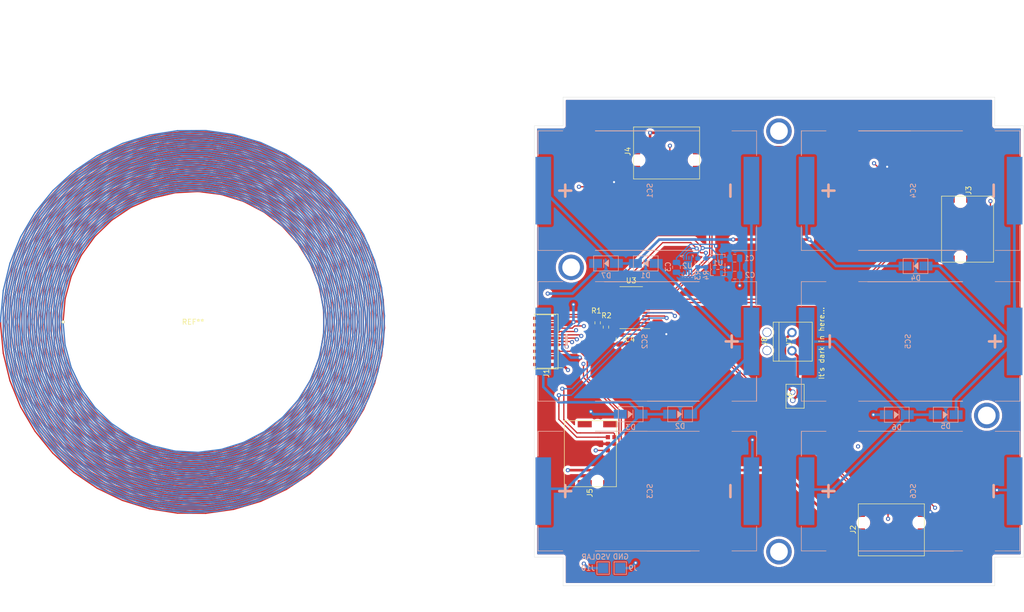
<source format=kicad_pcb>
(kicad_pcb (version 20171130) (host pcbnew "(5.1.10)-1")
  (title_block (title "-Z Face") (date 2022-10-30) (rev 1.0))
  (layers (0 F.Cu signal) (1 In1.Cu signal) (2 In2.Cu signal) (31 B.Cu signal) (34 B.Paste user) (35 F.Paste user) (36 B.SilkS user) (37 F.SilkS user) (38 B.Mask user) (39 F.Mask user) (44 Edge.Cuts user))
  (net 0 "")
  (net 1 GND)
  (net 2 VSOLAR)
  (net 3 "Net-(D1-Pad2)")
  (net 4 "Net-(D2-Pad2)")
  (net 5 SDA)
  (net 6 SCL)
  (net 7 "Net-(U1-Pad2)")
  (net 8 3V3)
  (net 9 "Net-(D1-Pad1)")
  (net 10 "Net-(D4-Pad2)")
  (net 11 "Net-(D5-Pad2)")
  (net 12 +MagZ)
  (net 13 -MagY)
  (net 14 +MagY)
  (net 15 -MagX)
  (net 16 +MagX)
  (net 17 "Net-(J1-Pad4)")
  (net 18 SCL1)
  (net 19 SDA1)
  (net 20 SCL2)
  (net 21 SDA2)
  (net 22 SCL3)
  (net 23 SDA3)
  (net 24 SCL4)
  (net 25 SDA4)
  (net 26 "Net-(J8-Pad1)")
  (net 27 "Net-(J11-Pad1)")
  (net 28 SCL5)
  (net 29 SDA5)
  (net 30 "Net-(U1-Pad3)")
  (net 31 "Net-(U2-Pad3)")
  (net 32 "Net-(U3-Pad20)")
  (net 33 "Net-(U3-Pad19)")
  (net 34 "Net-(U3-Pad18)")
  (net 35 "Net-(U3-Pad17)")
  (net 36 "Net-(U3-Pad16)")
  (net 37 "Net-(U3-Pad15)")
  (net 38 "Net-(U3-Pad3)")
  (net 39 "Net-(J1-Pad3)")
  (net 40 "Net-(J6-Pad2)")
  (net 41 "Net-(J6-Pad1)")
  (net 42 "Net-(J8-Pad2)")
  (net 43 "Net-(J12-Pad1)")
  (net 44 "Net-(J13-Pad1)")
  (net 45 "Net-(J14-Pad1)")
  (module "SolarPanelBoards:XV2Attempt 2 300" (layer F.Cu) (at 47.9 78.25 180)
    (fp_text reference REF** (at 0 0) (layer F.SilkS))
    (fp_text value LLL)
    (fp_line (start 25 0) (end 24.61201 4.451819) (layer F.Cu) (width 0.25))
    (fp_line (start 24.61201 4.451819) (end 23.437644 8.764498) (layer F.Cu) (width 0.25))
    (fp_line (start 23.437644 8.764498) (end 21.514214 12.80032) (layer F.Cu) (width 0.25))
    (fp_line (start 21.514214 12.80032) (end 18.902925 16.430433) (layer F.Cu) (width 0.25))
    (fp_line (start 18.902925 16.430433) (end 15.68691 19.538956) (layer F.Cu) (width 0.25))
    (fp_line (start 15.68691 19.538956) (end 11.968566 22.02666) (layer F.Cu) (width 0.25))
    (fp_line (start 11.968566 22.02666) (end 7.86627 23.814126) (layer F.Cu) (width 0.25))
    (fp_line (start 7.86627 23.814126) (end 3.510608 24.844257) (layer F.Cu) (width 0.25))
    (fp_line (start 3.510608 24.844257) (end -0.9598 25.084079) (layer F.Cu) (width 0.25))
    (fp_line (start -0.9598 25.084079) (end -5.40271 24.525779) (layer F.Cu) (width 0.25))
    (fp_line (start -5.40271 24.525779) (end -9.676788 23.186934) (layer F.Cu) (width 0.25))
    (fp_line (start -9.676788 23.186934) (end -13.646097 21.109935) (layer F.Cu) (width 0.25))
    (fp_line (start -13.646097 21.109935) (end -17.184416 18.360622) (layer F.Cu) (width 0.25))
    (fp_line (start -17.184416 18.360622) (end -20.179245 15.026179) (layer F.Cu) (width 0.25))
    (fp_line (start -20.179245 15.026179) (end -22.535366 11.21235) (layer F.Cu) (width 0.25))
    (fp_line (start -22.535366 11.21235) (end -24.177854 7.04007) (layer F.Cu) (width 0.25))
    (fp_line (start -24.177854 7.04007) (end -25.054437 2.64162) (layer F.Cu) (width 0.25))
    (fp_line (start -25.054437 2.64162) (end -25.137147 -1.843577) (layer F.Cu) (width 0.25))
    (fp_line (start -25.137147 -1.843577) (end -24.423179 -6.273382) (layer F.Cu) (width 0.25))
    (fp_line (start -24.423179 -6.273382) (end -22.934971 -10.507437) (layer F.Cu) (width 0.25))
    (fp_line (start -22.934971 -10.507437) (end -20.719476 -14.41162) (layer F.Cu) (width 0.25))
    (fp_line (start -20.719476 -14.41162) (end -17.846653 -17.862275) (layer F.Cu) (width 0.25))
    (fp_line (start -17.846653 -17.862275) (end -14.407246 -20.750126) (layer F.Cu) (width 0.25))
    (fp_line (start -14.407246 -20.750126) (end -10.509896 -22.983717) (layer F.Cu) (width 0.25))
    (fp_line (start -10.509896 -22.983717) (end -6.277695 -24.492295) (layer F.Cu) (width 0.25))
    (fp_line (start -6.277695 -24.492295) (end -1.844289 -25.228031) (layer F.Cu) (width 0.25))
    (fp_line (start -1.844289 -25.228031) (end 2.650351 -25.167512) (layer F.Cu) (width 0.25))
    (fp_line (start 2.650351 -25.167512) (end 7.064353 -24.312469) (layer F.Cu) (width 0.25))
    (fp_line (start 7.064353 -24.312469) (end 11.258419 -22.689702) (layer F.Cu) (width 0.25))
    (fp_line (start 11.258419 -22.689702) (end 15.100221 -20.350218) (layer F.Cu) (width 0.25))
    (fp_line (start 15.100221 -20.350218) (end 18.468562 -17.367609) (layer F.Cu) (width 0.25))
    (fp_line (start 18.468562 -17.367609) (end 21.257193 -13.835718) (layer F.Cu) (width 0.25))
    (fp_line (start 21.257193 -13.835718) (end 23.378149 -9.865665) (layer F.Cu) (width 0.25))
    (fp_line (start 23.378149 -9.865665) (end 24.764503 -5.582344) (layer F.Cu) (width 0.25))
    (fp_line (start 24.764503 -5.582344) (end 25.372462 -1.120478) (layer F.Cu) (width 0.25))
    (fp_line (start 25.372462 -1.120478) (end 25.182726 3.379623) (layer F.Cu) (width 0.25))
    (fp_line (start 25.182726 3.379623) (end 24.20108 7.776476) (layer F.Cu) (width 0.25))
    (fp_line (start 24.20108 7.776476) (end 22.458199 11.931876) (layer F.Cu) (width 0.25))
    (fp_line (start 22.458199 11.931876) (end 20.00866 15.715231) (layer F.Cu) (width 0.25))
    (fp_line (start 20.00866 15.715231) (end 16.92922 19.007662) (layer F.Cu) (width 0.25))
    (fp_line (start 16.92922 19.007662) (end 13.316389 21.705722) (layer F.Cu) (width 0.25))
    (fp_line (start 13.316389 21.705722) (end 9.283387 23.724635) (layer F.Cu) (width 0.25))
    (fp_line (start 9.283387 23.724635) (end 4.956587 25.000939) (layer F.Cu) (width 0.25))
    (fp_line (start 4.956587 25.000939) (end 0.471545 25.494462) (layer F.Cu) (width 0.25))
    (fp_line (start 0.471545 25.494462) (end -4.031257 25.189567) (layer F.Cu) (width 0.25))
    (fp_line (start -4.031257 25.189567) (end -8.410812 24.095624) (layer F.Cu) (width 0.25))
    (fp_line (start -8.410812 24.095624) (end -12.53 22.246698) (layer F.Cu) (width 0.25))
    (fp_line (start -12.53 22.246698) (end -16.259877 19.700473) (layer F.Cu) (width 0.25))
    (fp_line (start -16.259877 19.700473) (end -19.483705 16.536425) (layer F.Cu) (width 0.25))
    (fp_line (start -19.483705 16.536425) (end -22.10059 12.853328) (layer F.Cu) (width 0.25))
    (fp_line (start -22.10059 12.853328) (end -24.028624 8.766156) (layer F.Cu) (width 0.25))
    (fp_line (start -24.028624 8.766156) (end -25.207434 4.402475) (layer F.Cu) (width 0.25))
    (fp_line (start -25.207434 4.402475) (end -25.600051 -0.101541) (layer F.Cu) (width 0.25))
    (fp_line (start -25.600051 -0.101541) (end -25.194047 -4.60537) (layer F.Cu) (width 0.25))
    (fp_line (start -25.194047 -4.60537) (end -24.001909 -8.968526) (layer F.Cu) (width 0.25))
    (fp_line (start -24.001909 -8.968526) (end -22.060631 -13.054938) (layer F.Cu) (width 0.25))
    (fp_line (start -22.060631 -13.054938) (end -19.430548 -16.737191) (layer F.Cu) (width 0.25))
    (fp_line (start -19.430548 -16.737191) (end -16.193438 -19.900486) (layer F.Cu) (width 0.25))
    (fp_line (start -16.193438 -19.900486) (end -12.449963 -22.446211) (layer F.Cu) (width 0.25))
    (fp_line (start -12.449963 -22.446211) (end -8.316524 -24.294992) (layer F.Cu) (width 0.25))
    (fp_line (start -8.316524 -24.294992) (end -3.921629 -25.38916) (layer F.Cu) (width 0.25))
    (fp_line (start -3.921629 -25.38916) (end 0.598111 -25.694521) (layer F.Cu) (width 0.25))
    (fp_line (start 0.598111 -25.694521) (end 5.102234 -25.201409) (layer F.Cu) (width 0.25))
    (fp_line (start 5.102234 -25.201409) (end 9.450793 -23.924968) (layer F.Cu) (width 0.25))
    (fp_line (start 9.450793 -23.924968) (end 13.508703 -21.904667) (layer F.Cu) (width 0.25))
    (fp_line (start 13.508703 -21.904667) (end 17.149931 -19.203057) (layer F.Cu) (width 0.25))
    (fp_line (start 17.149931 -19.203057) (end 20.261399 -15.903818) (layer F.Cu) (width 0.25))
    (fp_line (start 20.261399 -15.903818) (end 22.746485 -12.109145) (layer F.Cu) (width 0.25))
    (fp_line (start 22.746485 -12.109145) (end 24.528008 -7.936574) (layer F.Cu) (width 0.25))
    (fp_line (start 24.528008 -7.936574) (end 25.550605 -3.515326) (layer F.Cu) (width 0.25))
    (fp_line (start 25.550605 -3.515326) (end 25.782434 1.017706) (layer F.Cu) (width 0.25))
    (fp_line (start 25.782434 1.017706) (end 25.216141 5.522193) (layer F.Cu) (width 0.25))
    (fp_line (start 25.216141 5.522193) (end 23.869079 9.858721) (layer F.Cu) (width 0.25))
    (fp_line (start 23.869079 9.858721) (end 21.782746 13.893103) (layer F.Cu) (width 0.25))
    (fp_line (start 21.782746 13.893103) (end 19.021494 17.500523) (layer F.Cu) (width 0.25))
    (fp_line (start 19.021494 17.500523) (end 15.670519 20.569386) (layer F.Cu) (width 0.25))
    (fp_line (start 15.670519 20.569386) (end 11.833222 23.004762) (layer F.Cu) (width 0.25))
    (fp_line (start 11.833222 23.004762) (end 7.627996 24.731305) (layer F.Cu) (width 0.25))
    (fp_line (start 7.627996 24.731305) (end 3.18457 25.695563) (layer F.Cu) (width 0.25))
    (fp_line (start 3.18457 25.695563) (end -1.360007 25.867617) (layer F.Cu) (width 0.25))
    (fp_line (start -1.360007 25.867617) (end -5.865595 25.241988) (layer F.Cu) (width 0.25))
    (fp_line (start -5.865595 25.241988) (end -10.193286 23.837787) (layer F.Cu) (width 0.25))
    (fp_line (start -10.193286 23.837787) (end -14.209683 21.698117) (layer F.Cu) (width 0.25))
    (fp_line (start -14.209683 21.698117) (end -17.791006 18.88872) (layer F.Cu) (width 0.25))
    (fp_line (start -17.791006 18.88872) (end -20.826897 15.495949) (layer F.Cu) (width 0.25))
    (fp_line (start -20.826897 15.495949) (end -23.223806 11.624089) (layer F.Cu) (width 0.25))
    (fp_line (start -23.223806 11.624089) (end -24.907861 7.392142) (layer F.Cu) (width 0.25))
    (fp_line (start -24.907861 7.392142) (end -25.827122 2.930157) (layer F.Cu) (width 0.25))
    (fp_line (start -25.827122 2.930157) (end -25.953171 -1.624775) (layer F.Cu) (width 0.25))
    (fp_line (start -25.953171 -1.624775) (end -25.281962 -6.132735) (layer F.Cu) (width 0.25))
    (fp_line (start -25.281962 -6.132735) (end -23.833933 -10.455278) (layer F.Cu) (width 0.25))
    (fp_line (start -23.833933 -10.455278) (end -21.653365 -14.459677) (layer F.Cu) (width 0.25))
    (fp_line (start -21.653365 -14.459677) (end -18.807005 -18.022999) (layer F.Cu) (width 0.25))
    (fp_line (start -18.807005 -18.022999) (end -15.382005 -21.035859) (layer F.Cu) (width 0.25))
    (fp_line (start -15.382005 -21.035859) (end -11.483239 -23.405775) (layer F.Cu) (width 0.25))
    (fp_line (start -11.483239 -23.405775) (end -7.230077 -25.059986) (layer F.Cu) (width 0.25))
    (fp_line (start -7.230077 -25.059986) (end -2.752717 -25.947666) (layer F.Cu) (width 0.25))
    (fp_line (start -2.752717 -25.947666) (end 1.811803 -26.041471) (layer F.Cu) (width 0.25))
    (fp_line (start 1.811803 -26.041471) (end 6.323809 -25.338359) (layer F.Cu) (width 0.25))
    (fp_line (start 6.323809 -25.338359) (end 10.645261 -23.859667) (layer F.Cu) (width 0.25))
    (fp_line (start 10.645261 -23.859667) (end 14.643976 -21.650443) (layer F.Cu) (width 0.25))
    (fp_line (start 14.643976 -21.650443) (end 18.197663 -18.778054) (layer F.Cu) (width 0.25))
    (fp_line (start 18.197663 -18.778054) (end 21.197652 -15.330115) (layer F.Cu) (width 0.25))
    (fp_line (start 21.197652 -15.330115) (end 23.552208 -11.4118) (layer F.Cu) (width 0.25))
    (fp_line (start 23.552208 -11.4118) (end 25.189315 -7.142618) (layer F.Cu) (width 0.25))
    (fp_line (start 25.189315 -7.142618) (end 26.058866 -2.65276) (layer F.Cu) (width 0.25))
    (fp_line (start 26.058866 -2.65276) (end 26.134173 1.920879) (layer F.Cu) (width 0.25))
    (fp_line (start 26.134173 1.920879) (end 25.41277 6.438879) (layer F.Cu) (width 0.25))
    (fp_line (start 25.41277 6.438879) (end 23.916471 10.763544) (layer F.Cu) (width 0.25))
    (fp_line (start 23.916471 10.763544) (end 21.690687 14.763098) (layer F.Cu) (width 0.25))
    (fp_line (start 21.690687 14.763098) (end 18.803036 18.315689) (layer F.Cu) (width 0.25))
    (fp_line (start 18.803036 18.315689) (end 15.341261 21.313097) (layer F.Cu) (width 0.25))
    (fp_line (start 15.341261 21.313097) (end 11.410559 23.664012) (layer F.Cu) (width 0.25))
    (fp_line (start 11.410559 23.664012) (end 7.13036 25.296804) (layer F.Cu) (width 0.25))
    (fp_line (start 7.13036 25.296804) (end 2.630695 26.161687) (layer F.Cu) (width 0.25))
    (fp_line (start 2.630695 26.161687) (end -1.951762 26.232219) (layer F.Cu) (width 0.25))
    (fp_line (start -1.951762 26.232219) (end -6.477854 25.506088) (layer F.Cu) (width 0.25))
    (fp_line (start -6.477854 25.506088) (end -10.810162 24.005167) (layer F.Cu) (width 0.25))
    (fp_line (start -10.810162 24.005167) (end -14.817176 21.774837) (layer F.Cu) (width 0.25))
    (fp_line (start -14.817176 21.774837) (end -18.377283 18.882597) (layer F.Cu) (width 0.25))
    (fp_line (start -18.377283 18.882597) (end -21.382443 15.415998) (layer F.Cu) (width 0.25))
    (fp_line (start -21.382443 15.415998) (end -23.741459 11.479983) (layer F.Cu) (width 0.25))
    (fp_line (start -23.741459 11.479983) (end -25.382726 7.193693) (layer F.Cu) (width 0.25))
    (fp_line (start -25.382726 7.193693) (end -26.256391 2.686852) (layer F.Cu) (width 0.25))
    (fp_line (start -26.256391 2.686852) (end -26.335846 -1.904169) (layer F.Cu) (width 0.25))
    (fp_line (start -26.335846 -1.904169) (end -25.618517 -6.440477) (layer F.Cu) (width 0.25))
    (fp_line (start -25.618517 -6.440477) (end -24.125929 -10.784864) (layer F.Cu) (width 0.25))
    (fp_line (start -24.125929 -10.784864) (end -21.903042 -14.805952) (layer F.Cu) (width 0.25))
    (fp_line (start -21.903042 -14.805952) (end -19.016874 -18.382162) (layer F.Cu) (width 0.25))
    (fp_line (start -19.016874 -18.382162) (end -15.554463 -21.405374) (layer F.Cu) (width 0.25))
    (fp_line (start -15.554463 -21.405374) (end -11.620229 -23.78419) (layer F.Cu) (width 0.25))
    (fp_line (start -11.620229 -23.78419) (end -7.332812 -25.44668) (layer F.Cu) (width 0.25))
    (fp_line (start -7.332812 -25.44668) (end -2.821481 -26.342537) (layer F.Cu) (width 0.25))
    (fp_line (start -2.821481 -26.342537) (end 1.77777 -26.444584) (layer F.Cu) (width 0.25))
    (fp_line (start 1.77777 -26.444584) (end 6.326324 -25.749577) (layer F.Cu) (width 0.25))
    (fp_line (start 6.326324 -25.749577) (end 10.687119 -24.278289) (layer F.Cu) (width 0.25))
    (fp_line (start 10.687119 -24.278289) (end 14.728778 -22.074867) (layer F.Cu) (width 0.25))
    (fp_line (start 14.728778 -22.074867) (end 18.329557 -19.205493) (layer F.Cu) (width 0.25))
    (fp_line (start 18.329557 -19.205493) (end 21.381005 -15.756374) (layer F.Cu) (width 0.25))
    (fp_line (start 21.381005 -15.756374) (end 23.791219 -11.831139) (layer F.Cu) (width 0.25))
    (fp_line (start 23.791219 -11.831139) (end 25.487592 -7.54771) (layer F.Cu) (width 0.25))
    (fp_line (start 25.487592 -7.54771) (end 26.418989 -3.034753) (layer F.Cu) (width 0.25))
    (fp_line (start 26.418989 -3.034753) (end 26.557268 1.572198) (layer F.Cu) (width 0.25))
    (fp_line (start 26.557268 1.572198) (end 25.898109 6.134813) (layer F.Cu) (width 0.25))
    (fp_line (start 25.898109 6.134813) (end 24.461131 10.516124) (layer F.Cu) (width 0.25))
    (fp_line (start 24.461131 10.516124) (end 22.289289 14.584626) (layer F.Cu) (width 0.25))
    (fp_line (start 22.289289 14.584626) (end 19.447569 18.218229) (layer F.Cu) (width 0.25))
    (fp_line (start 19.447569 18.218229) (end 16.021026 21.307902) (layer F.Cu) (width 0.25))
    (fp_line (start 16.021026 21.307902) (end 12.112228 23.760939) (layer F.Cu) (width 0.25))
    (fp_line (start 12.112228 23.760939) (end 7.838164 25.503723) (layer F.Cu) (width 0.25))
    (fp_line (start 7.838164 25.503723) (end 3.326739 26.483921) (layer F.Cu) (width 0.25))
    (fp_line (start 3.326739 26.483921) (end -1.287063 26.672034) (layer F.Cu) (width 0.25))
    (fp_line (start -1.287063 26.672034) (end -5.865225 26.062269) (layer F.Cu) (width 0.25))
    (fp_line (start -5.865225 26.062269) (end -10.270822 24.672695) (layer F.Cu) (width 0.25))
    (fp_line (start -10.270822 24.672695) (end -14.372114 22.544689) (layer F.Cu) (width 0.25))
    (fp_line (start -14.372114 22.544689) (end -18.046485 19.741687) (layer F.Cu) (width 0.25))
    (fp_line (start -18.046485 19.741687) (end -21.184093 16.347272) (layer F.Cu) (width 0.25))
    (fp_line (start -21.184093 16.347272) (end -23.691145 12.46267) (layer F.Cu) (width 0.25))
    (fp_line (start -23.691145 12.46267) (end -25.492686 8.203716) (layer F.Cu) (width 0.25))
    (fp_line (start -25.492686 8.203716) (end -26.534826 3.697387) (layer F.Cu) (width 0.25))
    (fp_line (start -26.534826 3.697387) (end -26.786328 -0.921986) (layer F.Cu) (width 0.25))
    (fp_line (start -26.786328 -0.921986) (end -26.239531 -5.51673) (layer F.Cu) (width 0.25))
    (fp_line (start -26.239531 -5.51673) (end -24.910562 -9.949934) (layer F.Cu) (width 0.25))
    (fp_line (start -24.910562 -9.949934) (end -22.838841 -14.089527) (layer F.Cu) (width 0.25))
    (fp_line (start -22.838841 -14.089527) (end -20.085892 -17.812204) (layer F.Cu) (width 0.25))
    (fp_line (start -20.085892 -17.812204) (end -16.733501 -21.007093) (layer F.Cu) (width 0.25))
    (fp_line (start -16.733501 -21.007093) (end -12.881268 -23.579047) (layer F.Cu) (width 0.25))
    (fp_line (start -12.881268 -23.579047) (end -8.643638 -25.451457) (layer F.Cu) (width 0.25))
    (fp_line (start -8.643638 -25.451457) (end -4.146485 -26.568525) (layer F.Cu) (width 0.25))
    (fp_line (start -4.146485 -26.568525) (end 0.476628 -26.896905) (layer F.Cu) (width 0.25))
    (fp_line (start 0.476628 -26.896905) (end 5.088426 -26.426683) (layer F.Cu) (width 0.25))
    (fp_line (start 5.088426 -26.426683) (end 9.551998 -25.171652) (layer F.Cu) (width 0.25))
    (fp_line (start 9.551998 -25.171652) (end 13.734857 -23.168894) (layer F.Cu) (width 0.25))
    (fp_line (start 13.734857 -23.168894) (end 17.512873 -20.47766) (layer F.Cu) (width 0.25))
    (fp_line (start 17.512873 -20.47766) (end 20.77394 -17.177606) (layer F.Cu) (width 0.25))
    (fp_line (start 20.77394 -17.177606) (end 23.421299 -13.366415) (layer F.Cu) (width 0.25))
    (fp_line (start 23.421299 -13.366415) (end 25.376393 -9.156893) (layer F.Cu) (width 0.25))
    (fp_line (start 25.376393 -9.156893) (end 26.581179 -4.67362) (layer F.Cu) (width 0.25))
    (fp_line (start 26.581179 -4.67362) (end 26.999839 -0.049257) (layer F.Cu) (width 0.25))
    (fp_line (start 26.999839 -0.049257) (end 26.619823 4.579389) (layer F.Cu) (width 0.25))
    (fp_line (start 26.619823 4.579389) (end 25.452207 9.075412) (layer F.Cu) (width 0.25))
    (fp_line (start 25.452207 9.075412) (end 23.531352 13.305853) (layer F.Cu) (width 0.25))
    (fp_line (start 23.531352 13.305853) (end 20.913872 17.145629) (layer F.Cu) (width 0.25))
    (fp_line (start 20.913872 17.145629) (end 17.676953 20.481223) (layer F.Cu) (width 0.25))
    (fp_line (start 17.676953 20.481223) (end 13.916054 23.214032) (layer F.Cu) (width 0.25))
    (fp_line (start 13.916054 23.214032) (end 9.742085 25.263261) (layer F.Cu) (width 0.25))
    (fp_line (start 9.742085 25.263261) (end 5.278121 26.568307) (layer F.Cu) (width 0.25))
    (fp_line (start 5.278121 26.568307) (end 0.655767 27.090524) (layer F.Cu) (width 0.25))
    (fp_line (start 0.655767 27.090524) (end -3.98873 26.814355) (layer F.Cu) (width 0.25))
    (fp_line (start -3.98873 26.814355) (end -8.518497 25.747778) (layer F.Cu) (width 0.25))
    (fp_line (start -8.518497 25.747778) (end -12.800068 23.922051) (layer F.Cu) (width 0.25))
    (fp_line (start -12.800068 23.922051) (end -16.707311 21.390781) (layer F.Cu) (width 0.25))
    (fp_line (start -16.707311 21.390781) (end -20.125138 18.228333) (layer F.Cu) (width 0.25))
    (fp_line (start -20.125138 18.228333) (end -22.952887 14.52763) (layer F.Cu) (width 0.25))
    (fp_line (start -22.952887 14.52763) (end -25.107267 10.397406) (layer F.Cu) (width 0.25))
    (fp_line (start -25.107267 10.397406) (end -26.524803 5.959001) (layer F.Cu) (width 0.25))
    (fp_line (start -26.524803 5.959001) (end -27.163687 1.342788) (layer F.Cu) (width 0.25))
    (fp_line (start -27.163687 1.342788) (end -27.004991 -3.31566) (layer F.Cu) (width 0.25))
    (fp_line (start -27.004991 -3.31566) (end -26.053215 -7.87956) (layer F.Cu) (width 0.25))
    (fp_line (start -26.053215 -7.87956) (end -24.336134 -12.214929) (layer F.Cu) (width 0.25))
    (fp_line (start -24.336134 -12.214929) (end -21.903974 -16.194518) (layer F.Cu) (width 0.25))
    (fp_line (start -21.903974 -16.194518) (end -18.827923 -19.701535) (layer F.Cu) (width 0.25))
    (fp_line (start -18.827923 -19.701535) (end -15.198033 -22.633068) (layer F.Cu) (width 0.25))
    (fp_line (start -15.198033 -22.633068) (end -11.120568 -24.903089) (layer F.Cu) (width 0.25))
    (fp_line (start -11.120568 -24.903089) (end -6.714884 -26.444966) (layer F.Cu) (width 0.25))
    (fp_line (start -6.714884 -26.444966) (end -2.109923 -27.213403) (layer F.Cu) (width 0.25))
    (fp_line (start -2.109923 -27.213403) (end 2.559565 -27.185749) (layer F.Cu) (width 0.25))
    (fp_line (start 2.559565 -27.185749) (end 7.156968 -26.362654) (layer F.Cu) (width 0.25))
    (fp_line (start 7.156968 -26.362654) (end 11.547811 -24.76803) (layer F.Cu) (width 0.25))
    (fp_line (start 11.547811 -24.76803) (end 15.603681 -22.448341) (layer F.Cu) (width 0.25))
    (fp_line (start 15.603681 -22.448341) (end 19.205982 -19.471232) (layer F.Cu) (width 0.25))
    (fp_line (start 19.205982 -19.471232) (end 22.249391 -15.923539) (layer F.Cu) (width 0.25))
    (fp_line (start 22.249391 -15.923539) (end 24.644925 -11.908742) (layer F.Cu) (width 0.25))
    (fp_line (start 24.644925 -11.908742) (end 26.32253 -7.543936) (layer F.Cu) (width 0.25))
    (fp_line (start 26.32253 -7.543936) (end 27.233113 -2.956406) (layer F.Cu) (width 0.25))
    (fp_line (start 27.233113 -2.956406) (end 27.349962 1.720094) (layer F.Cu) (width 0.25))
    (fp_line (start 27.349962 1.720094) (end 26.66951 6.349239) (layer F.Cu) (width 0.25))
    (fp_line (start 26.66951 6.349239) (end 25.211427 10.796115) (layer F.Cu) (width 0.25))
    (fp_line (start 25.211427 10.796115) (end 23.018034 14.931141) (layer F.Cu) (width 0.25))
    (fp_line (start 23.018034 14.931141) (end 20.153054 18.633842) (layer F.Cu) (width 0.25))
    (fp_line (start 20.153054 18.633842) (end 16.699748 21.796354) (layer F.Cu) (width 0.25))
    (fp_line (start 16.699748 21.796354) (end 12.758476 24.326548) (layer F.Cu) (width 0.25))
    (fp_line (start 12.758476 24.326548) (end 8.443776 26.150707) (layer F.Cu) (width 0.25))
    (fp_line (start 8.443776 26.150707) (end 3.881016 27.215654) (layer F.Cu) (width 0.25))
    (fp_line (start 3.881016 27.215654) (end -0.797248 27.490288) (layer F.Cu) (width 0.25))
    (fp_line (start -0.797248 27.490288) (end -5.455132 26.966471) (layer F.Cu) (width 0.25))
    (fp_line (start -5.455132 26.966471) (end -9.95737 25.659257) (layer F.Cu) (width 0.25))
    (fp_line (start -9.95737 25.659257) (end -14.173239 23.606434) (layer F.Cu) (width 0.25))
    (fp_line (start -14.173239 23.606434) (end -17.980354 20.867419) (layer F.Cu) (width 0.25))
    (fp_line (start -17.980354 20.867419) (end -21.268206 17.521521) (layer F.Cu) (width 0.25))
    (fp_line (start -21.268206 17.521521) (end -23.941366 13.665629) (layer F.Cu) (width 0.25))
    (fp_line (start -23.941366 13.665629) (end -25.922236 9.411393) (layer F.Cu) (width 0.25))
    (fp_line (start -25.922236 9.411393) (end -27.153291 4.881985) (layer F.Cu) (width 0.25))
    (fp_line (start -27.153291 4.881985) (end -27.598731 0.208517) (layer F.Cu) (width 0.25))
    (fp_line (start -27.598731 0.208517) (end -27.245506 -4.47375) (layer F.Cu) (width 0.25))
    (fp_line (start -27.245506 -4.47375) (end -26.103677 -9.029328) (layer F.Cu) (width 0.25))
    (fp_line (start -26.103677 -9.029328) (end -24.206117 -13.326419) (layer F.Cu) (width 0.25))
    (fp_line (start -24.206117 -13.326419) (end -21.607541 -17.240727) (layer F.Cu) (width 0.25))
    (fp_line (start -21.607541 -17.240727) (end -18.382916 -20.65904) (layer F.Cu) (width 0.25))
    (fp_line (start -18.382916 -20.65904) (end -14.625283 -23.4825) (layer F.Cu) (width 0.25))
    (fp_line (start -14.625283 -23.4825) (end -10.443057 -25.629447) (layer F.Cu) (width 0.25))
    (fp_line (start -10.443057 -25.629447) (end -5.95689 -27.037767) (layer F.Cu) (width 0.25))
    (fp_line (start -5.95689 -27.037767) (end -1.296183 -27.666673) (layer F.Cu) (width 0.25))
    (fp_line (start -1.296183 -27.666673) (end 3.404656 -27.49787) (layer F.Cu) (width 0.25))
    (fp_line (start 3.404656 -27.49787) (end 8.010084 -26.536067) (layer F.Cu) (width 0.25))
    (fp_line (start 8.010084 -26.536067) (end 12.387336 -24.80883) (layer F.Cu) (width 0.25))
    (fp_line (start 12.387336 -24.80883) (end 16.410248 -22.365775) (layer F.Cu) (width 0.25))
    (fp_line (start 16.410248 -22.365775) (end 19.962884 -19.277124) (layer F.Cu) (width 0.25))
    (fp_line (start 19.962884 -19.277124) (end 22.942871 -15.631671) (layer F.Cu) (width 0.25))
    (fp_line (start 22.942871 -15.631671) (end 25.264334 -11.534221) (layer F.Cu) (width 0.25))
    (fp_line (start 25.264334 -11.534221) (end 26.86036 -7.102558) (layer F.Cu) (width 0.25))
    (fp_line (start 26.86036 -7.102558) (end 27.68491 -2.464056) (layer F.Cu) (width 0.25))
    (fp_line (start 27.68491 -2.464056) (end 27.714131 2.247989) (layer F.Cu) (width 0.25))
    (fp_line (start 27.714131 2.247989) (end 26.947026 6.898195) (layer F.Cu) (width 0.25))
    (fp_line (start 26.947026 6.898195) (end 25.405473 11.352981) (layer F.Cu) (width 0.25))
    (fp_line (start 25.405473 11.352981) (end 23.133581 15.484402) (layer F.Cu) (width 0.25))
    (fp_line (start 23.133581 15.484402) (end 20.196411 19.173821) (layer F.Cu) (width 0.25))
    (fp_line (start 20.196411 19.173821) (end 16.678099 22.315302) (layer F.Cu) (width 0.25))
    (fp_line (start 16.678099 22.315302) (end 12.679434 24.818643) (layer F.Cu) (width 0.25))
    (fp_line (start 12.679434 24.818643) (end 8.314951 26.611955) (layer F.Cu) (width 0.25))
    (fp_line (start 8.314951 26.611955) (end 3.709651 27.64371) (layer F.Cu) (width 0.25))
    (fp_line (start 3.709651 27.64371) (end -1.004593 27.884202) (layer F.Cu) (width 0.25))
    (fp_line (start -1.004593 27.884202) (end -5.692814 27.326391) (layer F.Cu) (width 0.25))
    (fp_line (start -5.692814 27.326391) (end -10.220812 25.986088) (layer F.Cu) (width 0.25))
    (fp_line (start -10.220812 25.986088) (end -14.459002 23.901487) (layer F.Cu) (width 0.25))
    (fp_line (start -14.459002 23.901487) (end -18.286108 21.132068) (layer F.Cu) (width 0.25))
    (fp_line (start -18.286108 21.132068) (end -21.592633 17.756873) (layer F.Cu) (width 0.25))
    (fp_line (start -21.592633 17.756873) (end -24.283978 13.872245) (layer F.Cu) (width 0.25))
    (fp_line (start -24.283978 13.872245) (end -26.283135 9.589062) (layer F.Cu) (width 0.25))
    (fp_line (start -26.283135 9.589062) (end -27.53288 5.029563) (layer F.Cu) (width 0.25))
    (fp_line (start -27.53288 5.029563) (end -27.997391 0.323849) (layer F.Cu) (width 0.25))
    (fp_line (start -27.997391 0.323849) (end -27.66326 -4.393828) (layer F.Cu) (width 0.25))
    (fp_line (start -27.66326 -4.393828) (end -26.539862 -8.988903) (layer F.Cu) (width 0.25))
    (fp_line (start -26.539862 -8.988903) (end -24.659077 -13.33033) (layer F.Cu) (width 0.25))
    (fp_line (start -24.659077 -13.33033) (end -22.074365 -17.294319) (layer F.Cu) (width 0.25))
    (fp_line (start -22.074365 -17.294319) (end -18.85923 -20.767856) (layer F.Cu) (width 0.25))
    (fp_line (start -18.85923 -20.767856) (end -15.10512 -23.651918) (layer F.Cu) (width 0.25))
    (fp_line (start -15.10512 -23.651918) (end -10.918809 -25.864282) (layer F.Cu) (width 0.25))
    (fp_line (start -10.918809 -25.864282) (end -6.41935 -27.341856) (layer F.Cu) (width 0.25))
    (fp_line (start -6.41935 -27.341856) (end -1.734684 -28.042465) (layer F.Cu) (width 0.25))
    (fp_line (start -1.734684 -28.042465) (end 3.002008 -27.946035) (layer F.Cu) (width 0.25))
    (fp_line (start 3.002008 -27.946035) (end 7.65609 -27.055152) (layer F.Cu) (width 0.25))
    (fp_line (start 7.65609 -27.055152) (end 12.095297 -25.394978) (layer F.Cu) (width 0.25))
    (fp_line (start 12.095297 -25.394978) (end 16.193495 -23.012521) (layer F.Cu) (width 0.25))
    (fp_line (start 16.193495 -23.012521) (end 19.834255 -19.975288) (layer F.Cu) (width 0.25))
    (fp_line (start 19.834255 -19.975288) (end 22.914154 -16.369358) (layer F.Cu) (width 0.25))
    (fp_line (start 22.914154 -16.369358) (end 25.3457 -12.296928) (layer F.Cu) (width 0.25))
    (fp_line (start 25.3457 -12.296928) (end 27.059806 -7.87341) (layer F.Cu) (width 0.25))
    (fp_line (start 27.059806 -7.87341) (end 28.007739 -3.224142) (layer F.Cu) (width 0.25))
    (fp_line (start 28.007739 -3.224142) (end 28.162487 1.519158) (layer F.Cu) (width 0.25))
    (fp_line (start 28.162487 1.519158) (end 27.519513 6.222137) (layer F.Cu) (width 0.25))
    (fp_line (start 27.519513 6.222137) (end 26.096872 10.751606) (layer F.Cu) (width 0.25))
    (fp_line (start 26.096872 10.751606) (end 23.934686 14.979316) (layer F.Cu) (width 0.25))
    (fp_line (start 23.934686 14.979316) (end 21.093995 18.785578) (layer F.Cu) (width 0.25))
    (fp_line (start 21.093995 18.785578) (end 17.65502 22.062646) (layer F.Cu) (width 0.25))
    (fp_line (start 17.65502 22.062646) (end 13.714884 24.717761) (layer F.Cu) (width 0.25))
    (fp_line (start 13.714884 24.717761) (end 9.384858 26.675756) (layer F.Cu) (width 0.25))
    (fp_line (start 9.384858 26.675756) (end 4.787207 27.881178) (layer F.Cu) (width 0.25))
    (fp_line (start 4.787207 27.881178) (end 0.051731 28.299836) (layer F.Cu) (width 0.25))
    (fp_line (start 0.051731 28.299836) (end -4.687902 27.919762) (layer F.Cu) (width 0.25))
    (fp_line (start -4.687902 27.919762) (end -9.29793 26.751528) (layer F.Cu) (width 0.25))
    (fp_line (start -9.29793 26.751528) (end -13.648276 24.827941) (layer F.Cu) (width 0.25))
    (fp_line (start -13.648276 24.827941) (end -17.616208 22.203103) (layer F.Cu) (width 0.25))
    (fp_line (start -17.616208 22.203103) (end -21.089797 18.950873) (layer F.Cu) (width 0.25))
    (fp_line (start -21.089797 18.950873) (end -23.971066 15.162778) (layer F.Cu) (width 0.25))
    (fp_line (start -23.971066 15.162778) (end -26.17874 10.94542) (layer F.Cu) (width 0.25))
    (fp_line (start -26.17874 10.94542) (end -27.650527 6.417471) (layer F.Cu) (width 0.25))
    (fp_line (start -27.650527 6.417471) (end -28.34486 1.70632) (layer F.Cu) (width 0.25))
    (fp_line (start -28.34486 1.70632) (end -28.242054 -3.055509) (layer F.Cu) (width 0.25))
    (fp_line (start -28.242054 -3.055509) (end -27.344849 -7.734094) (layer F.Cu) (width 0.25))
    (fp_line (start -27.344849 -7.734094) (end -25.678321 -12.197878) (layer F.Cu) (width 0.25))
    (fp_line (start -25.678321 -12.197878) (end -23.289159 -16.321365) (layer F.Cu) (width 0.25))
    (fp_line (start -23.289159 -16.321365) (end -20.24435 -19.988641) (layer F.Cu) (width 0.25))
    (fp_line (start -20.24435 -19.988641) (end -16.62928 -23.096628) (layer F.Cu) (width 0.25))
    (fp_line (start -16.62928 -23.096628) (end -12.545328 -25.557969) (layer F.Cu) (width 0.25))
    (fp_line (start -12.545328 -25.557969) (end -8.107014 -27.303467) (layer F.Cu) (width 0.25))
    (fp_line (start -8.107014 -27.303467) (end -3.438775 -28.284021) (layer F.Cu) (width 0.25))
    (fp_line (start -3.438775 -28.284021) (end 1.328524 -28.47199) (layer F.Cu) (width 0.25))
    (fp_line (start 1.328524 -28.47199) (end 6.061268 -27.861955) (layer F.Cu) (width 0.25))
    (fp_line (start 6.061268 -27.861955) (end 10.626833 -26.470858) (layer F.Cu) (width 0.25))
    (fp_line (start 10.626833 -26.470858) (end 14.897305 -24.337516) (layer F.Cu) (width 0.25))
    (fp_line (start 14.897305 -24.337516) (end 18.753053 -21.521525) (layer F.Cu) (width 0.25))
    (fp_line (start 18.753053 -21.521525) (end 22.086078 -18.101572) (layer F.Cu) (width 0.25))
    (fp_line (start 22.086078 -18.101572) (end 24.803026 -14.173233) (layer F.Cu) (width 0.25))
    (fp_line (start 24.803026 -14.173233) (end 26.827791 -9.846281) (layer F.Cu) (width 0.25))
    (fp_line (start 26.827791 -9.846281) (end 28.103632 -5.241616) (layer F.Cu) (width 0.25))
    (fp_line (start 28.103632 -5.241616) (end 28.594752 -0.487877) (layer F.Cu) (width 0.25))
    (fp_line (start 28.594752 -0.487877) (end 28.287282 4.282155) (layer F.Cu) (width 0.25))
    (fp_line (start 28.287282 4.282155) (end 27.189658 8.935272) (layer F.Cu) (width 0.25))
    (fp_line (start 27.189658 8.935272) (end 25.332375 13.341549) (layer F.Cu) (width 0.25))
    (fp_line (start 25.332375 13.341549) (end 22.767118 17.377978) (layer F.Cu) (width 0.25))
    (fp_line (start 22.767118 17.377978) (end 19.565316 20.931889) (layer F.Cu) (width 0.25))
    (fp_line (start 19.565316 20.931889) (end 15.816133 23.904087) (layer F.Cu) (width 0.25))
    (fp_line (start 15.816133 23.904087) (end 11.623977 26.211611) (layer F.Cu) (width 0.25))
    (fp_line (start 11.623977 26.211611) (end 7.10558 27.790039) (layer F.Cu) (width 0.25))
    (fp_line (start 7.10558 27.790039) (end 2.386738 28.595266) (layer F.Cu) (width 0.25))
    (fp_line (start 2.386738 28.595266) (end -2.401192 28.604726) (layer F.Cu) (width 0.25))
    (fp_line (start -2.401192 28.604726) (end -7.124955 27.818007) (layer F.Cu) (width 0.25))
    (fp_line (start -7.124955 27.818007) (end -11.653107 26.25685) (layer F.Cu) (width 0.25))
    (fp_line (start -11.653107 26.25685) (end -15.859667 23.96453) (layer F.Cu) (width 0.25))
    (fp_line (start -15.859667 23.96453) (end -19.627618 21.004645) (layer F.Cu) (width 0.25))
    (fp_line (start -19.627618 21.004645) (end -22.852156 17.459335) (layer F.Cu) (width 0.25))
    (fp_line (start -22.852156 17.459335) (end -25.443592 13.426988) (layer F.Cu) (width 0.25))
    (fp_line (start -25.443592 13.426988) (end -27.329839 9.019501) (layer F.Cu) (width 0.25))
    (fp_line (start -27.329839 9.019501) (end -28.458398 4.359167) (layer F.Cu) (width 0.25))
    (fp_line (start -28.458398 4.359167) (end -28.797807 -0.424728) (layer F.Cu) (width 0.25))
    (fp_line (start -28.797807 -0.424728) (end -28.338504 -5.199493) (layer F.Cu) (width 0.25))
    (fp_line (start -28.338504 -5.199493) (end -27.093077 -9.832714) (layer F.Cu) (width 0.25))
    (fp_line (start -27.093077 -9.832714) (end -25.095905 -14.195926) (layer F.Cu) (width 0.25))
    (fp_line (start -25.095905 -14.195926) (end -22.402192 -18.168169) (layer F.Cu) (width 0.25))
    (fp_line (start -22.402192 -18.168169) (end -19.086427 -21.639334) (layer F.Cu) (width 0.25))
    (fp_line (start -19.086427 -21.639334) (end -15.240311 -24.513209) (layer F.Cu) (width 0.25))
    (fp_line (start -15.240311 -24.513209) (end -10.970208 -26.710132) (layer F.Cu) (width 0.25))
    (fp_line (start -10.970208 -26.710132) (end -6.394196 -28.169188) (layer F.Cu) (width 0.25))
    (fp_line (start -6.394196 -28.169188) (end -1.638792 -28.84988) (layer F.Cu) (width 0.25))
    (fp_line (start -1.638792 -28.84988) (end 3.164549 -28.733244) (layer F.Cu) (width 0.25))
    (fp_line (start 3.164549 -28.733244) (end 7.88307 -27.822356) (layer F.Cu) (width 0.25))
    (fp_line (start 7.88307 -27.822356) (end 12.386383 -26.142235) (layer F.Cu) (width 0.25))
    (fp_line (start 12.386383 -26.142235) (end 16.550067 -23.739146) (layer F.Cu) (width 0.25))
    (fp_line (start 16.550067 -23.739146) (end 20.2591 -20.679302) (layer F.Cu) (width 0.25))
    (fp_line (start 20.2591 -20.679302) (end 23.411031 -17.047033) (layer F.Cu) (width 0.25))
    (fp_line (start 23.411031 -17.047033) (end 25.918795 -12.942446) (layer F.Cu) (width 0.25))
    (fp_line (start 25.918795 -12.942446) (end 27.71311 -8.478657) (layer F.Cu) (width 0.25))
    (fp_line (start 27.71311 -8.478657) (end 28.744376 -3.778665) (layer F.Cu) (width 0.25))
    (fp_line (start 28.744376 -3.778665) (end 28.984031 1.028046) (layer F.Cu) (width 0.25))
    (fp_line (start 28.984031 1.028046) (end 28.425326 5.809072) (layer F.Cu) (width 0.25))
    (fp_line (start 28.425326 5.809072) (end 27.083502 10.432743) (layer F.Cu) (width 0.25))
    (fp_line (start 27.083502 10.432743) (end 24.995352 14.771742) (layer F.Cu) (width 0.25))
    (fp_line (start 24.995352 14.771742) (end 22.218205 18.706611) (layer F.Cu) (width 0.25))
    (fp_line (start 22.218205 18.706611) (end 18.828331 22.129029) (layer F.Cu) (width 0.25))
    (fp_line (start 18.828331 22.129029) (end 14.918836 24.944788) (layer F.Cu) (width 0.25))
    (fp_line (start 14.918836 24.944788) (end 10.597095 27.076372) (layer F.Cu) (width 0.25))
    (fp_line (start 10.597095 27.076372) (end 5.981791 28.465082) (layer F.Cu) (width 0.25))
    (fp_line (start 5.981791 28.465082) (end 1.19965 29.072634) (layer F.Cu) (width 0.25))
    (fp_line (start 1.19965 29.072634) (end -3.618045 28.882201) (layer F.Cu) (width 0.25))
    (fp_line (start -3.618045 28.882201) (end -8.339055 27.898865) (layer F.Cu) (width 0.25))
    (fp_line (start -8.339055 27.898865) (end -12.833821 26.149462) (layer F.Cu) (width 0.25))
    (fp_line (start -12.833821 26.149462) (end -16.979012 23.681837) (layer F.Cu) (width 0.25))
    (fp_line (start -16.979012 23.681837) (end -20.660903 20.56352) (layer F.Cu) (width 0.25))
    (fp_line (start -20.660903 20.56352) (end -23.778489 16.879866) (layer F.Cu) (width 0.25))
    (fp_line (start -23.778489 16.879866) (end -26.246246 12.731701) (layer F.Cu) (width 0.25))
    (fp_line (start -26.246246 12.731701) (end -27.996464 8.23256) (layer F.Cu) (width 0.25))
    (fp_line (start -27.996464 8.23256) (end -28.981089 3.505566) (layer F.Cu) (width 0.25))
    (fp_line (start -28.981089 3.505566) (end -29.173033 -1.319945) (layer F.Cu) (width 0.25))
    (fp_line (start -29.173033 -1.319945) (end -28.566899 -6.111963) (layer F.Cu) (width 0.25))
    (fp_line (start -28.566899 -6.111963) (end -27.17912 -10.739417) (layer F.Cu) (width 0.25))
    (fp_line (start -27.17912 -10.739417) (end -25.047495 -15.07576) (layer F.Cu) (width 0.25))
    (fp_line (start -25.047495 -15.07576) (end -22.230149 -19.002422) (layer F.Cu) (width 0.25))
    (fp_line (start -22.230149 -19.002422) (end -18.803929 -22.41205) (layer F.Cu) (width 0.25))
    (fp_line (start -18.803929 -22.41205) (end -14.862298 -25.211427) (layer F.Cu) (width 0.25))
    (fp_line (start -14.862298 -25.211427) (end -10.512775 -27.324017) (layer F.Cu) (width 0.25))
    (fp_line (start -10.512775 -27.324017) (end -5.87399 -28.692039) (layer F.Cu) (width 0.25))
    (fp_line (start -5.87399 -28.692039) (end -1.072444 -29.278034) (layer F.Cu) (width 0.25))
    (fp_line (start -1.072444 -29.278034) (end 3.760944 -29.065881) (layer F.Cu) (width 0.25))
    (fp_line (start 3.760944 -29.065881) (end 8.494412 -28.061217) (layer F.Cu) (width 0.25))
    (fp_line (start 8.494412 -28.061217) (end 12.998943 -26.291278) (layer F.Cu) (width 0.25))
    (fp_line (start 12.998943 -26.291278) (end 17.151781 -23.804144) (layer F.Cu) (width 0.25))
    (fp_line (start 17.151781 -23.804144) (end 20.839767 -20.667417) (layer F.Cu) (width 0.25))
    (fp_line (start 20.839767 -20.667417) (end 23.962421 -16.966369) (layer F.Cu) (width 0.25))
    (fp_line (start 23.962421 -16.966369) (end 26.43466 -12.801617) (layer F.Cu) (width 0.25))
    (fp_line (start 26.43466 -12.801617) (end 28.189114 -8.286373) (layer F.Cu) (width 0.25))
    (fp_line (start 28.189114 -8.286373) (end 29.177942 -3.543361) (layer F.Cu) (width 0.25))
    (fp_line (start 29.177942 -3.543361) (end 29.374125 1.298525) (layer F.Cu) (width 0.25))
    (fp_line (start 29.374125 1.298525) (end 28.772189 6.107727) (layer F.Cu) (width 0.25))
    (fp_line (start 28.772189 6.107727) (end 27.388341 10.753598) (layer F.Cu) (width 0.25))
    (fp_line (start 27.388341 10.753598) (end 25.260019 15.109949) (layer F.Cu) (width 0.25))
    (fp_line (start 25.260019 15.109949) (end 22.444863 19.058473) (layer F.Cu) (width 0.25))
    (fp_line (start 22.444863 19.058473) (end 19.019139 22.49195) (layer F.Cu) (width 0.25))
    (fp_line (start 19.019139 22.49195) (end 15.075666 25.317151) (layer F.Cu) (width 0.25))
    (fp_line (start 15.075666 25.317151) (end 10.721282 27.457356) (layer F.Cu) (width 0.25))
    (fp_line (start 10.721282 27.457356) (end 6.073948 28.854429) (layer F.Cu) (width 0.25))
    (fp_line (start 6.073948 28.854429) (end 1.259539 29.470377) (layer F.Cu) (width 0.25))
    (fp_line (start 1.259539 29.470377) (end -3.591562 29.288377) (layer F.Cu) (width 0.25))
    (fp_line (start -3.591562 29.288377) (end -8.348006 28.313214) (layer F.Cu) (width 0.25))
    (fp_line (start -8.348006 28.313214) (end -12.881025 26.57114) (layer F.Cu) (width 0.25))
    (fp_line (start -12.881025 26.57114) (end -17.067922 24.109157) (layer F.Cu) (width 0.25))
    (fp_line (start -17.067922 24.109157) (end -20.795383 20.993729) (layer F.Cu) (width 0.25))
    (fp_line (start -20.795383 20.993729) (end -23.962537 17.30898) (layer F.Cu) (width 0.25))
    (fp_line (start -23.962537 17.30898) (end -26.483675 13.154407) (layer F.Cu) (width 0.25))
    (fp_line (start -26.483675 13.154407) (end -28.290558 8.642183) (layer F.Cu) (width 0.25))
    (fp_line (start -28.290558 8.642183) (end -29.334254 3.894123) (layer F.Cu) (width 0.25))
    (fp_line (start -29.334254 3.894123) (end -29.586446 -0.961611) (layer F.Cu) (width 0.25))
    (fp_line (start -29.586446 -0.961611) (end -29.040183 -5.793973) (layer F.Cu) (width 0.25))
    (fp_line (start -29.040183 -5.793973) (end -27.710063 -10.472571) (layer F.Cu) (width 0.25))
    (fp_line (start -27.710063 -10.472571) (end -25.631823 -14.871183) (layer F.Cu) (width 0.25))
    (fp_line (start -25.631823 -14.871183) (end -22.861366 -18.871159) (layer F.Cu) (width 0.25))
    (fp_line (start -22.861366 -18.871159) (end -19.473241 -22.364613) (layer F.Cu) (width 0.25))
    (fp_line (start -19.473241 -22.364613) (end -15.558629 -25.257326) (layer F.Cu) (width 0.25))
    (fp_line (start -15.558629 -25.257326) (end -11.222875 -27.471277) (layer F.Cu) (width 0.25))
    (fp_line (start -11.222875 -27.471277) (end -6.582645 -28.946734) (layer F.Cu) (width 0.25))
    (fp_line (start -6.582645 -28.946734) (end -1.76278 -29.643853) (layer F.Cu) (width 0.25))
    (fp_line (start -1.76278 -29.643853) (end 3.107067 -29.543737) (layer F.Cu) (width 0.25))
    (fp_line (start 3.107067 -29.543737) (end 7.895921 -28.648939) (layer F.Cu) (width 0.25))
    (fp_line (start 7.895921 -28.648939) (end 12.475009 -26.983375) (layer F.Cu) (width 0.25))
    (fp_line (start 12.475009 -26.983375) (end 16.721217 -24.591675) (layer F.Cu) (width 0.25))
    (fp_line (start 16.721217 -24.591675) (end 20.520396 -21.537972) (layer F.Cu) (width 0.25))
    (fp_line (start 20.520396 -21.537972) (end 23.770424 -17.904168) (layer F.Cu) (width 0.25))
    (fp_line (start 23.770424 -17.904168) (end 26.383943 -13.787726) (layer F.Cu) (width 0.25))
    (fp_line (start 26.383943 -13.787726) (end 28.290691 -9.299048) (layer F.Cu) (width 0.25))
    (fp_line (start 28.290691 -9.299048) (end 29.439383 -4.558502) (layer F.Cu) (width 0.25))
    (fp_line (start 29.439383 -4.558502) (end 29.799076 0.306808) (layer F.Cu) (width 0.25))
    (fp_line (start 29.799076 0.306808) (end 29.359986 5.166455) (layer F.Cu) (width 0.25))
    (fp_line (start 29.359986 5.166455) (end 28.13374 9.890186) (layer F.Cu) (width 0.25))
    (fp_line (start 28.13374 9.890186) (end 26.153055 14.351412) (layer F.Cu) (width 0.25))
    (fp_line (start 26.153055 14.351412) (end 23.470847 18.430598) (layer F.Cu) (width 0.25))
    (fp_line (start 23.470847 18.430598) (end 20.158807 22.018457) (layer F.Cu) (width 0.25))
    (fp_line (start 20.158807 22.018457) (end 16.305473 25.018873) (layer F.Cu) (width 0.25))
    (fp_line (start 16.305473 25.018873) (end 12.013849 27.351463) (layer F.Cu) (width 0.25))
    (fp_line (start 12.013849 27.351463) (end 7.398643 28.95372) (layer F.Cu) (width 0.25))
    (fp_line (start 7.398643 28.95372) (end 2.583197 29.782675) (layer F.Cu) (width 0.25))
    (fp_line (start 2.583197 29.782675) (end -2.303817 29.816036) (layer F.Cu) (width 0.25))
    (fp_line (start -2.303817 29.816036) (end -7.131838 29.052772) (layer F.Cu) (width 0.25))
    (fp_line (start -7.131838 29.052772) (end -11.7719 27.513127) (layer F.Cu) (width 0.25))
    (fp_line (start -11.7719 27.513127) (end -16.100082 25.238075) (layer F.Cu) (width 0.25))
    (fp_line (start -16.100082 25.238075) (end -20.000804 22.28821) (layer F.Cu) (width 0.25))
    (fp_line (start -20.000804 22.28821) (end -23.369915 18.742119) (layer F.Cu) (width 0.25))
    (fp_line (start -23.369915 18.742119) (end -26.117459 14.69428) (layer F.Cu) (width 0.25))
    (fp_line (start -26.117459 14.69428) (end -28.170069 10.252534) (layer F.Cu) (width 0.25))
    (fp_line (start -28.170069 10.252534) (end -29.472913 5.5352) (layer F.Cu) (width 0.25))
    (fp_line (start -29.472913 5.5352) (end -29.991146 0.667922) (layer F.Cu) (width 0.25))
    (fp_line (start -29.991146 0.667922) (end -29.710827 -4.219685) (layer F.Cu) (width 0.25))
    (fp_line (start -29.710827 -4.219685) (end -28.63928 -8.997486) (layer F.Cu) (width 0.25))
    (fp_line (start -28.63928 -8.997486) (end -26.804888 -13.538292) (layer F.Cu) (width 0.25))
    (fp_line (start -26.804888 -13.538292) (end -24.256326 -17.72124) (layer F.Cu) (width 0.25))
    (fp_line (start -24.256326 -17.72124) (end -21.061257 -21.435009) (layer F.Cu) (width 0.25))
    (fp_line (start -21.061257 -21.435009) (end -17.304523 -24.580769) (layer F.Cu) (width 0.25))
    (fp_line (start -17.304523 -24.580769) (end -13.085881 -27.074806) (layer F.Cu) (width 0.25))
    (fp_line (start -13.085881 -27.074806) (end -8.517342 -28.850737) (layer F.Cu) (width 0.25))
    (fp_line (start -8.517342 -28.850737) (end -3.720196 -29.861266) (layer F.Cu) (width 0.25))
    (fp_line (start -3.720196 -29.861266) (end 1.178222 -30.079426) (layer F.Cu) (width 0.25))
    (fp_line (start 1.178222 -30.079426) (end 6.047907 -29.499288) (layer F.Cu) (width 0.25))
    (fp_line (start 6.047907 -29.499288) (end 10.75964 -28.136107) (layer F.Cu) (width 0.25))
    (fp_line (start 10.75964 -28.136107) (end 15.188415 -26.025905) (layer F.Cu) (width 0.25))
    (fp_line (start 15.188415 -26.025905) (end 19.216748 -23.224506) (layer F.Cu) (width 0.25))
    (fp_line (start 19.216748 -23.224506) (end 22.73779 -19.806048) (layer F.Cu) (width 0.25))
    (fp_line (start 22.73779 -19.806048) (end 25.658154 -15.861004) (layer F.Cu) (width 0.25))
    (fp_line (start 25.658154 -15.861004) (end 27.900377 -11.493782) (layer F.Cu) (width 0.25))
    (fp_line (start 27.900377 -11.493782) (end 29.404968 -6.819951) (layer F.Cu) (width 0.25))
    (fp_line (start 29.404968 -6.819951) (end 30.131973 -1.963178) (layer F.Cu) (width 0.25))
    (fp_line (start 30.131973 -1.963178) (end 30.062018 2.948052) (layer F.Cu) (width 0.25))
    (fp_line (start 30.062018 2.948052) (end 29.196815 7.783834) (layer F.Cu) (width 0.25))
    (fp_line (start 29.196815 7.783834) (end 27.559107 12.41628) (layer F.Cu) (width 0.25))
    (fp_line (start 27.559107 12.41628) (end 25.192049 16.722901) (layer F.Cu) (width 0.25))
    (fp_line (start 25.192049 16.722901) (end 22.158068 20.589835) (layer F.Cu) (width 0.25))
    (fp_line (start 22.158068 20.589835) (end 18.537192 23.914857) (layer F.Cu) (width 0.25))
    (fp_line (start 18.537192 23.914857) (end 14.424938 26.610068) (layer F.Cu) (width 0.25))
    (fp_line (start 14.424938 26.610068) (end 9.929778 28.604212) (layer F.Cu) (width 0.25))
    (fp_line (start 9.929778 28.604212) (end 5.170267 29.844542) (layer F.Cu) (width 0.25))
    (fp_line (start 5.170267 29.844542) (end 0.271918 30.298208) (layer F.Cu) (width 0.25))
    (fp_line (start 0.271918 30.298208) (end -4.636118 29.953112) (layer F.Cu) (width 0.25))
    (fp_line (start -4.636118 29.953112) (end -9.424457 28.818213) (layer F.Cu) (width 0.25))
    (fp_line (start -9.424457 28.818213) (end -13.966891 26.923281) (layer F.Cu) (width 0.25))
    (fp_line (start -13.966891 26.923281) (end -18.143709 24.318108) (layer F.Cu) (width 0.25))
    (fp_line (start -18.143709 24.318108) (end -21.844852 21.071179) (layer F.Cu) (width 0.25))
    (fp_line (start -21.844852 21.071179) (end -24.972801 17.267862) (layer F.Cu) (width 0.25))
    (fp_line (start -24.972801 17.267862) (end -27.445137 13.008155) (layer F.Cu) (width 0.25))
    (fp_line (start -27.445137 13.008155) (end -29.196704 8.404044) (layer F.Cu) (width 0.25))
    (fp_line (start -29.196704 8.404044) (end -30.181314 3.576558) (layer F.Cu) (width 0.25))
    (fp_line (start -30.181314 3.576558) (end -30.372949 -1.347427) (layer F.Cu) (width 0.25))
    (fp_line (start -30.372949 -1.347427) (end -29.766436 -6.238517) (layer F.Cu) (width 0.25))
    (fp_line (start -29.766436 -6.238517) (end -28.377573 -10.968203) (layer F.Cu) (width 0.25))
    (fp_line (start -28.377573 -10.968203) (end -26.242702 -15.41224) (layer F.Cu) (width 0.25))
    (fp_line (start -26.242702 -15.41224) (end -23.417746 -19.453901) (layer F.Cu) (width 0.25))
    (fp_line (start -23.417746 -19.453901) (end -19.97673 -22.987039) (layer F.Cu) (width 0.25))
    (fp_line (start -19.97673 -22.987039) (end -16.009831 -25.918869) (layer F.Cu) (width 0.25))
    (fp_line (start -16.009831 -25.918869) (end -11.621004 -28.172391) (layer F.Cu) (width 0.25))
    (fp_line (start -11.621004 -28.172391) (end -6.925247 -29.688402) (layer F.Cu) (width 0.25))
    (fp_line (start -6.925247 -29.688402) (end -2.045587 -30.427042) (layer F.Cu) (width 0.25))
    (fp_line (start -2.045587 -30.427042) (end 2.890154 -30.368825) (layer F.Cu) (width 0.25))
    (fp_line (start 2.890154 -30.368825) (end 7.752704 -29.515138) (layer F.Cu) (width 0.25))
    (fp_line (start 7.752704 -29.515138) (end 12.414731 -27.888199) (layer F.Cu) (width 0.25))
    (fp_line (start 12.414731 -27.888199) (end 16.754171 -25.53046) (layer F.Cu) (width 0.25))
    (fp_line (start 16.754171 -25.53046) (end 20.657423 -22.503491) (layer F.Cu) (width 0.25))
    (fp_line (start 20.657423 -22.503491) (end 24.022313 -18.886355) (layer F.Cu) (width 0.25))
    (fp_line (start 24.022313 -18.886355) (end 26.760763 -14.773534) (layer F.Cu) (width 0.25))
    (fp_line (start 26.760763 -14.773534) (end 28.801083 -10.272453) (layer F.Cu) (width 0.25))
    (fp_line (start 28.801083 -10.272453) (end 30.089839 -5.500661) (layer F.Cu) (width 0.25))
    (fp_line (start 30.089839 -5.500661) (end 30.593237 -0.582764) (layer F.Cu) (width 0.25))
    (fp_line (start 30.593237 -0.582764) (end 30.298 4.352841) (layer F.Cu) (width 0.25))
    (fp_line (start 30.298 4.352841) (end 29.211697 9.177314) (layer F.Cu) (width 0.25))
    (fp_line (start 29.211697 9.177314) (end 27.362544 13.764738) (layer F.Cu) (width 0.25))
    (fp_line (start 27.362544 13.764738) (end 24.798648 17.9954) (layer F.Cu) (width 0.25))
    (fp_line (start 24.798648 17.9954) (end 21.586751 21.758911) (layer F.Cu) (width 0.25))
    (fp_line (start 21.586751 21.758911) (end 17.810476 24.957078) (layer F.Cu) (width 0.25))
    (fp_line (start 17.810476 24.957078) (end 13.56814 27.506458) (layer F.Cu) (width 0.25))
    (fp_line (start 13.56814 27.506458) (end 8.970186 29.340524) (layer F.Cu) (width 0.25))
    (fp_line (start 8.970186 29.340524) (end 4.1363 30.411391) (layer F.Cu) (width 0.25))
    (fp_line (start 4.1363 30.411391) (end -0.807709 30.691048) (layer F.Cu) (width 0.25))
    (fp_line (start -0.807709 30.691048) (end -5.733187 30.172085) (layer F.Cu) (width 0.25))
    (fp_line (start -5.733187 30.172085) (end -10.511983 28.867867) (layer F.Cu) (width 0.25))
    (fp_line (start -10.511983 28.867867) (end -15.019783 26.812183) (layer F.Cu) (width 0.25))
    (fp_line (start -15.019783 26.812183) (end -19.139339 24.058353) (layer F.Cu) (width 0.25))
    (fp_line (start -19.139339 24.058353) (end -22.763512 20.677835) (layer F.Cu) (width 0.25))
    (fp_line (start -22.763512 20.677835) (end -25.798055 16.758357) (layer F.Cu) (width 0.25))
    (fp_line (start -25.798055 16.758357) (end -28.164048 12.401633) (layer F.Cu) (width 0.25))
    (fp_line (start -28.164048 12.401633) (end -29.799945 7.720712) (layer F.Cu) (width 0.25))
    (fp_line (start -29.799945 7.720712) (end -30.663161 2.83704) (layer F.Cu) (width 0.25))
    (fp_line (start -30.663161 2.83704) (end -30.731167 -2.122696) (layer F.Cu) (width 0.25))
    (fp_line (start -30.731167 -2.122696) (end -30.002065 -7.029856) (layer F.Cu) (width 0.25))
    (fp_line (start -30.002065 -7.029856) (end -28.494628 -11.757187) (layer F.Cu) (width 0.25))
    (fp_line (start -28.494628 -11.757187) (end -26.247799 -16.182115) (layer F.Cu) (width 0.25))
    (fp_line (start -26.247799 -16.182115) (end -23.319678 -20.189925) (layer F.Cu) (width 0.25))
    (fp_line (start -23.319678 -20.189925) (end -19.786002 -23.676725) (layer F.Cu) (width 0.25))
    (fp_line (start -19.786002 -23.676725) (end -15.73818 -26.552133) (layer F.Cu) (width 0.25))
    (fp_line (start -15.73818 -26.552133) (end -11.280911 -28.741609) (layer F.Cu) (width 0.25))
    (fp_line (start -11.280911 -28.741609) (end -6.529479 -30.188376) (layer F.Cu) (width 0.25))
    (fp_line (start -6.529479 -30.188376) (end -1.606755 -30.854881) (layer F.Cu) (width 0.25))
    (fp_line (start -1.606755 -30.854881) (end 3.359979 -30.723755) (layer F.Cu) (width 0.25))
    (fp_line (start 3.359979 -30.723755) (end 8.242324 -29.798257) (layer F.Cu) (width 0.25))
    (fp_line (start 8.242324 -29.798257) (end 12.914081 -28.102171) (layer F.Cu) (width 0.25))
    (fp_line (start 12.914081 -28.102171) (end 17.254517 -25.679189) (layer F.Cu) (width 0.25))
    (fp_line (start 17.254517 -25.679189) (end 21.151472 -22.591769) (layer F.Cu) (width 0.25))
    (fp_line (start 21.151472 -22.591769) (end 24.504256 -18.919516) (layer F.Cu) (width 0.25))
    (fp_line (start 24.504256 -18.919516) (end 27.22624 -14.757113) (layer F.Cu) (width 0.25))
    (fp_line (start 27.22624 -14.757113) (end 29.247087 -10.211878) (layer F.Cu) (width 0.25))
    (fp_line (start 29.247087 -10.211878) (end 30.514555 -5.400985) (layer F.Cu) (width 0.25))
    (fp_line (start 30.514555 -5.400985) (end 30.995835 -0.448437) (layer F.Cu) (width 0.25))
    (fp_line (start 30.995835 -0.448437) (end 30.678392 4.518128) (layer F.Cu) (width 0.25))
    (fp_line (start 30.678392 4.518128) (end 29.570272 9.370734) (layer F.Cu) (width 0.25))
    (fp_line (start 29.570272 9.370734) (end 27.699888 13.984363) (layer F.Cu) (width 0.25))
    (fp_line (start 27.699888 13.984363) (end 25.115278 18.240167) (layer F.Cu) (width 0.25))
    (fp_line (start 25.115278 18.240167) (end 21.882856 22.028532) (layer F.Cu) (width 0.25))
    (fp_line (start 21.882856 22.028532) (end 18.085699 25.25189) (layer F.Cu) (width 0.25))
    (fp_line (start 18.085699 25.25189) (end 13.821398 27.827224) (layer F.Cu) (width 0.25))
    (fp_line (start 13.821398 27.827224) (end 9.19954 29.688196) (layer F.Cu) (width 0.25))
    (fp_line (start 9.19954 29.688196) (end 4.338888 30.786843) (layer F.Cu) (width 0.25))
    (fp_line (start 4.338888 30.786843) (end -0.635677 31.094804) (layer F.Cu) (width 0.25))
    (fp_line (start -0.635677 31.094804) (end -5.596367 30.604036) (layer F.Cu) (width 0.25))
    (fp_line (start -5.596367 30.604036) (end -10.415773 29.327009) (layer F.Cu) (width 0.25))
    (fp_line (start -10.415773 29.327009) (end -14.970133 27.296383) (layer F.Cu) (width 0.25))
    (fp_line (start -14.970133 27.296383) (end -19.142508 24.56415) (layer F.Cu) (width 0.25))
    (fp_line (start -19.142508 24.56415) (end -22.825778 21.2003) (layer F.Cu) (width 0.25))
    (fp_line (start -22.825778 21.2003) (end -25.925388 17.29101) (layer F.Cu) (width 0.25))
    (fp_line (start -25.925388 17.29101) (end -28.361763 12.936428) (layer F.Cu) (width 0.25))
    (fp_line (start -28.361763 12.936428) (end -30.07234 8.248104) (layer F.Cu) (width 0.25))
    (fp_line (start -30.07234 8.248104) (end -31.013168 3.346119) (layer F.Cu) (width 0.25))
    (fp_line (start -31.013168 3.346119) (end -31.160018 -1.643992) (layer F.Cu) (width 0.25))
    (fp_line (start -31.160018 -1.643992) (end -30.508998 -6.594457) (layer F.Cu) (width 0.25))
    (fp_line (start -30.508998 -6.594457) (end -29.076643 -11.37854) (layer F.Cu) (width 0.25))
    (fp_line (start -29.076643 -11.37854) (end -26.89948 -15.873782) (layer F.Cu) (width 0.25))
    (fp_line (start -26.89948 -15.873782) (end -24.033083 -19.965135) (layer F.Cu) (width 0.25))
    (fp_line (start -24.033083 -19.965135) (end -20.550647 -23.547897) (layer F.Cu) (width 0.25))
    (fp_line (start -20.550647 -23.547897) (end -16.541102 -26.530387) (layer F.Cu) (width 0.25))
    (fp_line (start -16.541102 -26.530387) (end -12.106837 -28.83628) (layer F.Cu) (width 0.25))
    (fp_line (start -12.106837 -28.83628) (end -7.361076 -30.406549) (layer F.Cu) (width 0.25))
    (fp_line (start -7.361076 -30.406549) (end -2.42498 -31.200968) (layer F.Cu) (width 0.25))
    (fp_line (start -2.42498 -31.200968) (end 2.575448 -31.199124) (layer F.Cu) (width 0.25))
    (fp_line (start 2.575448 -31.199124) (end 7.512585 -30.400934) (layer F.Cu) (width 0.25))
    (fp_line (start 7.512585 -30.400934) (end 12.260442 -28.826634) (layer F.Cu) (width 0.25))
    (fp_line (start 12.260442 -28.826634) (end 16.697881 -26.516254) (layer F.Cu) (width 0.25))
    (fp_line (start 16.697881 -26.516254) (end 20.711694 -23.528587) (layer F.Cu) (width 0.25))
    (fp_line (start 20.711694 -23.528587) (end 24.199496 -19.939683) (layer F.Cu) (width 0.25))
    (fp_line (start 24.199496 -19.939683) (end 27.072318 -15.840901) (layer F.Cu) (width 0.25))
    (fp_line (start 27.072318 -15.840901) (end 29.256875 -11.336572) (layer F.Cu) (width 0.25))
    (fp_line (start 29.256875 -11.336572) (end 30.697421 -6.541343) (layer F.Cu) (width 0.25))
    (fp_line (start 30.697421 -6.541343) (end 31.357158 -1.577244) (layer F.Cu) (width 0.25))
    (fp_line (start 31.357158 -1.577244) (end 31.21917 3.429414) (layer F.Cu) (width 0.25))
    (fp_line (start 31.21917 3.429414) (end 30.286836 8.351257) (layer F.Cu) (width 0.25))
    (fp_line (start 30.286836 8.351257) (end 28.58374 13.063092) (layer F.Cu) (width 0.25))
    (fp_line (start 28.58374 13.063092) (end 26.153057 17.445081) (layer F.Cu) (width 0.25))
    (fp_line (start 26.153057 17.445081) (end 23.056451 21.385793) (layer F.Cu) (width 0.25))
    (fp_line (start 23.056451 21.385793) (end 19.372495 24.785024) (layer F.Cu) (width 0.25))
    (fp_line (start 19.372495 24.785024) (end 15.19467 27.556342) (layer F.Cu) (width 0.25))
    (fp_line (start 15.19467 27.556342) (end 10.628982 29.629273) (layer F.Cu) (width 0.25))
    (fp_line (start 10.628982 29.629273) (end 5.791267 30.951082) (layer F.Cu) (width 0.25))
    (fp_line (start 5.791267 30.951082) (end 0.804244 31.488105) (layer F.Cu) (width 0.25))
    (fp_line (start 0.804244 31.488105) (end -4.205598 31.22659) (layer F.Cu) (width 0.25))
    (fp_line (start -4.205598 31.22659) (end -9.111213 30.17304) (layer F.Cu) (width 0.25))
    (fp_line (start -9.111213 30.17304) (end -13.788216 28.354034) (layer F.Cu) (width 0.25))
    (fp_line (start -13.788216 28.354034) (end -18.118038 25.815549) (layer F.Cu) (width 0.25))
    (fp_line (start -18.118038 25.815549) (end -21.990921 22.621783) (layer F.Cu) (width 0.25))
    (fp_line (start -21.990921 22.621783) (end -25.308703 18.85352) (layer F.Cu) (width 0.25))
    (fp_line (start -25.308703 18.85352) (end -27.987287 14.606076) (layer F.Cu) (width 0.25))
    (fp_line (start -27.987287 14.606076) (end -29.958771 9.986882) (layer F.Cu) (width 0.25))
    (fp_line (start -29.958771 9.986882) (end -31.173157 5.112759) (layer F.Cu) (width 0.25))
    (fp_line (start -31.173157 5.112759) (end -31.599604 0.106956) (layer F.Cu) (width 0.25))
    (fp_line (start -31.599604 0.106956) (end -31.227199 -4.903966) (layer F.Cu) (width 0.25))
    (fp_line (start -31.227199 -4.903966) (end -30.065228 -9.793337) (layer F.Cu) (width 0.25))
    (fp_line (start -30.065228 -9.793337) (end -28.142927 -14.437579) (layer F.Cu) (width 0.25))
    (fp_line (start -28.142927 -14.437579) (end -25.508735 -18.719327) (layer F.Cu) (width 0.25))
    (fp_line (start -25.508735 -18.719327) (end -22.229063 -22.530388) (layer F.Cu) (width 0.25))
    (fp_line (start -22.229063 -22.530388) (end -18.386607 -25.774469) (layer F.Cu) (width 0.25))
    (fp_line (start -18.386607 -25.774469) (end -14.078254 -28.369604) (layer F.Cu) (width 0.25))
    (fp_line (start -14.078254 -28.369604) (end -9.41263 -30.25021) (layer F.Cu) (width 0.25))
    (fp_line (start -9.41263 -30.25021) (end -4.507356 -31.368739) (layer F.Cu) (width 0.25))
    (fp_line (start -4.507356 -31.368739) (end 0.513924 -31.696866) (layer F.Cu) (width 0.25))
    (fp_line (start 0.513924 -31.696866) (end 5.52466 -31.226192) (layer F.Cu) (width 0.25))
    (fp_line (start 5.52466 -31.226192) (end 10.398588 -29.968447) (layer F.Cu) (width 0.25))
    (fp_line (start 10.398588 -29.968447) (end 15.012912 -27.95519) (layer F.Cu) (width 0.25))
    (fp_line (start 15.012912 -27.95519) (end 19.25139 -25.236995) (layer F.Cu) (width 0.25))
    (fp_line (start 19.25139 -25.236995) (end 23.007261 -21.882178) (layer F.Cu) (width 0.25))
    (fp_line (start 23.007261 -21.882178) (end 26.185928 -17.975065) (layer F.Cu) (width 0.25))
    (fp_line (start 26.185928 -17.975065) (end 28.707326 -13.613863) (layer F.Cu) (width 0.25))
    (fp_line (start 28.707326 -13.613863) (end 30.507938 -8.908184) (layer F.Cu) (width 0.25))
    (fp_line (start 30.507938 -8.908184) (end 31.542376 -3.976284) (layer F.Cu) (width 0.25))
    (fp_line (start 31.542376 -3.976284) (end 31.784517 1.057915) (layer F.Cu) (width 0.25))
    (fp_line (start 31.784517 1.057915) (end 31.22815 6.067937) (layer F.Cu) (width 0.25))
    (fp_line (start 31.22815 6.067937) (end 29.887122 10.927935) (layer F.Cu) (width 0.25))
    (fp_line (start 29.887122 10.927935) (end 27.79498 15.51585) (layer F.Cu) (width 0.25))
    (fp_line (start 27.79498 15.51585) (end 25.004122 19.71647) (layer F.Cu) (width 0.25))
    (fp_line (start 25.004122 19.71647) (end 21.584471 23.424321) (layer F.Cu) (width 0.25))
    (fp_line (start 21.584471 23.424321) (end 17.621714 26.546307) (layer F.Cu) (width 0.25))
    (fp_line (start 17.621714 26.546307) (end 13.215143 29.004039) (layer F.Cu) (width 0.25))
    (fp_line (start 13.215143 29.004039) (end 8.475163 30.735795) (layer F.Cu) (width 0.25))
    (fp_line (start 8.475163 30.735795) (end 3.520518 31.698056) (layer F.Cu) (width 0.25))
    (fp_line (start 3.520518 31.698056) (end -1.52469 31.866589) (layer F.Cu) (width 0.25))
    (fp_line (start -1.52469 31.866589) (end -6.534108 31.237048) (layer F.Cu) (width 0.25))
    (fp_line (start -6.534108 31.237048) (end -11.3823 29.825066) (layer F.Cu) (width 0.25))
    (fp_line (start -11.3823 29.825066) (end -15.947885 27.665863) (layer F.Cu) (width 0.25))
    (fp_line (start -15.947885 27.665863) (end -20.116572 24.813351) (layer F.Cu) (width 0.25))
    (fp_line (start -20.116572 24.813351) (end -23.784018 21.338773) (layer F.Cu) (width 0.25))
    (fp_line (start -23.784018 21.338773) (end -26.858429 17.328923) (layer F.Cu) (width 0.25))
    (fp_line (start -26.858429 17.328923) (end -29.262852 12.883957) (layer F.Cu) (width 0.25))
    (fp_line (start -29.262852 12.883957) (end -30.93709 8.114896) (layer F.Cu) (width 0.25))
    (fp_line (start -30.93709 8.114896) (end -31.839199 3.140835) (layer F.Cu) (width 0.25))
    (fp_line (start -31.839199 3.140835) (end -31.946523 -1.914026) (layer F.Cu) (width 0.25))
    (fp_line (start -31.946523 -1.914026) (end -31.256258 -6.92349) (layer F.Cu) (width 0.25))
    (fp_line (start -31.256258 -6.92349) (end -29.785505 -11.762511) (layer F.Cu) (width 0.25))
    (fp_line (start -29.785505 -11.762511) (end -27.57084 -16.310319) (layer F.Cu) (width 0.25))
    (fp_line (start -27.57084 -16.310319) (end -24.667388 -20.453423) (layer F.Cu) (width 0.25))
    (fp_line (start -24.667388 -20.453423) (end -21.147442 -24.088444) (layer F.Cu) (width 0.25))
    (fp_line (start -21.147442 -24.088444) (end -17.098654 -27.124685) (layer F.Cu) (width 0.25))
    (fp_line (start -17.098654 -27.124685) (end -12.621839 -29.486383) (layer F.Cu) (width 0.25))
    (fp_line (start -12.621839 -29.486383) (end -7.828462 -31.114595) (layer F.Cu) (width 0.25))
    (fp_line (start -7.828462 -31.114595) (end -2.837855 -31.968653) (layer F.Cu) (width 0.25))
    (fp_line (start -2.837855 -31.968653) (end 2.22576 -32.02717) (layer F.Cu) (width 0.25))
    (fp_line (start 2.22576 -32.02717) (end 7.236362 -31.288563) (layer F.Cu) (width 0.25))
    (fp_line (start 7.236362 -31.288563) (end 12.069266 -29.771086) (layer F.Cu) (width 0.25))
    (fp_line (start 12.069266 -29.771086) (end 16.604231 -27.512361) (layer F.Cu) (width 0.25))
    (fp_line (start 16.604231 -27.512361) (end 20.72844 -24.568438) (layer F.Cu) (width 0.25))
    (fp_line (start 20.72844 -24.568438) (end 24.339304 -21.01239) (layer F.Cu) (width 0.25))
    (fp_line (start 24.339304 -21.01239) (end 27.34701 -16.932493) (layer F.Cu) (width 0.25))
    (fp_line (start 27.34701 -16.932493) (end 29.676741 -12.430023) (layer F.Cu) (width 0.25))
    (fp_line (start 29.676741 -12.430023) (end 31.27053 -7.616733) (layer F.Cu) (width 0.25))
    (fp_line (start 31.27053 -7.616733) (end 32.088691 -2.612079) (layer F.Cu) (width 0.25))
    (fp_line (start 32.088691 -2.612079) (end 32.110794 2.459754) (layer F.Cu) (width 0.25))
    (fp_line (start 32.110794 2.459754) (end 31.336166 7.472933) (layer F.Cu) (width 0.25))
    (fp_line (start 31.336166 7.472933) (end 29.783895 12.303098) (layer F.Cu) (width 0.25))
    (fp_line (start 29.783895 12.303098) (end 27.492352 16.830448) (layer F.Cu) (width 0.25))
    (fp_line (start 27.492352 16.830448) (end 24.518225 20.942705) (layer F.Cu) (width 0.25))
    (fp_line (start 24.518225 20.942705) (end 20.93511 24.537896) (layer F.Cu) (width 0.25))
    (fp_line (start 20.93511 24.537896) (end 16.831678 27.526875) (layer F.Cu) (width 0.25))
    (fp_line (start 16.831678 27.526875) (end 12.309475 29.835519) (layer F.Cu) (width 0.25))
    (fp_line (start 12.309475 29.835519) (end 7.480397 31.406564) (layer F.Cu) (width 0.25))
    (fp_line (start 7.480397 31.406564) (end 2.463919 32.20101) (layer F.Cu) (width 0.25))
    (fp_line (start 2.463919 32.20101) (end -2.615866 32.199078) (layer F.Cu) (width 0.25))
    (fp_line (start -2.615866 32.199078) (end -7.633317 31.400691) (layer F.Cu) (width 0.25))
    (fp_line (start -7.633317 31.400691) (end -12.464353 29.825467) (layer F.Cu) (width 0.25))
    (fp_line (start -12.464353 29.825467) (end -16.989524 27.512223) (layer F.Cu) (width 0.25))
    (fp_line (start -16.989524 27.512223) (end -21.096951 24.51801) (layer F.Cu) (width 0.25))
    (fp_line (start -21.096951 24.51801) (end -24.685099 20.916693) (layer F.Cu) (width 0.25))
    (fp_line (start -24.685099 20.916693) (end -27.665267 16.797118) (layer F.Cu) (width 0.25))
    (fp_line (start -27.665267 16.797118) (end -29.963783 12.260916) (layer F.Cu) (width 0.25))
    (fp_line (start -29.963783 12.260916) (end -31.523807 7.419982) (layer F.Cu) (width 0.25))
    (fp_line (start -31.523807 7.419982) (end -32.306734 2.393717) (layer F.Cu) (width 0.25))
    (fp_line (start -32.306734 2.393717) (end -32.293128 -2.693929) (layer F.Cu) (width 0.25))
    (fp_line (start -32.293128 -2.693929) (end -31.483202 -7.717509) (layer F.Cu) (width 0.25))
    (fp_line (start -31.483202 -7.717509) (end -29.896796 -12.553173) (layer F.Cu) (width 0.25))
    (fp_line (start -29.896796 -12.553173) (end -27.572885 -17.081724) (layer F.Cu) (width 0.25))
    (fp_line (start -27.572885 -17.081724) (end -24.568607 -21.191548) (layer F.Cu) (width 0.25))
    (fp_line (start -24.568607 -21.191548) (end -20.957847 -24.781359) (layer F.Cu) (width 0.25))
    (fp_line (start -20.957847 -24.781359) (end -16.829411 -27.762692) (layer F.Cu) (width 0.25))
    (fp_line (start -16.829411 -27.762692) (end -12.284833 -30.062072) (layer F.Cu) (width 0.25))
    (fp_line (start -12.284833 -30.062072) (end -7.435874 -31.622813) (layer F.Cu) (width 0.25))
    (fp_line (start -7.435874 -31.622813) (end -2.40176 -32.406411) (layer F.Cu) (width 0.25))
    (fp_line (start -2.40176 -32.406411) (end 2.693742 -32.393473) (layer F.Cu) (width 0.25))
    (fp_line (start 2.693742 -32.393473) (end 7.725379 -31.584195) (layer F.Cu) (width 0.25))
    (fp_line (start 7.725379 -31.584195) (end 12.569486 -29.998343) (layer F.Cu) (width 0.25))
    (fp_line (start 12.569486 -29.998343) (end 17.107021 -27.674756) (layer F.Cu) (width 0.25))
    (fp_line (start 17.107021 -27.674756) (end 21.226494 -24.670389) (layer F.Cu) (width 0.25))
    (fp_line (start 21.226494 -24.670389) (end 24.826693 -21.058903) (layer F.Cu) (width 0.25))
    (fp_line (start 24.826693 -21.058903) (end 27.819168 -16.928851) (layer F.Cu) (width 0.25))
    (fp_line (start 27.819168 -16.928851) (end 30.130398 -12.381494) (layer F.Cu) (width 0.25))
    (fp_line (start 30.130398 -12.381494) (end 31.703579 -7.528319) (layer F.Cu) (width 0.25))
    (fp_line (start 31.703579 -7.528319) (end 32.500019 -2.488291) (layer F.Cu) (width 0.25))
    (fp_line (start 32.500019 -2.488291) (end 32.500073 2.615058) (layer F.Cu) (width 0.25))
    (fp_line (start 32.500073 2.615058) (end 31.703616 7.656666) (layer F.Cu) (width 0.25))
    (fp_line (start 31.703616 7.656666) (end 30.130039 12.513001) (layer F.Cu) (width 0.25))
    (fp_line (start 30.130039 12.513001) (end 27.817764 17.065088) (layer F.Cu) (width 0.25))
    (fp_line (start 27.817764 17.065088) (end 24.823293 21.201419) (layer F.Cu) (width 0.25))
    (fp_line (start 24.823293 21.201419) (end 21.219821 24.82068) (layer F.Cu) (width 0.25))
    (fp_line (start 21.219821 24.82068) (end 17.095434 27.834227) (layer F.Cu) (width 0.25))
    (fp_line (start 17.095434 27.834227) (end 12.550945 30.168244) (layer F.Cu) (width 0.25))
    (fp_line (start 12.550945 30.168244) (end 7.697431 31.765547) (layer F.Cu) (width 0.25))
    (fp_line (start 7.697431 31.765547) (end 2.653503 32.586971) (layer F.Cu) (width 0.25))
    (fp_line (start 2.653503 32.586971) (end -2.457591 32.61232) (layer F.Cu) (width 0.25))
    (fp_line (start -2.457591 32.61232) (end -7.510978 31.840853) (layer F.Cu) (width 0.25))
    (fp_line (start -7.510978 31.840853) (end -12.383216 30.291291) (layer F.Cu) (width 0.25))
    (fp_line (start -12.383216 30.291291) (end -16.955305 28.001352) (layer F.Cu) (width 0.25))
    (fp_line (start -16.955305 28.001352) (end -21.115588 25.026823) (layer F.Cu) (width 0.25))
    (fp_line (start -21.115588 25.026823) (end -24.762476 21.440187) (layer F.Cu) (width 0.25))
    (fp_line (start -24.762476 21.440187) (end -27.806919 17.328853) (layer F.Cu) (width 0.25))
    (fp_line (start -27.806919 17.328853) (end -30.174574 12.793009) (layer F.Cu) (width 0.25))
    (fp_line (start -30.174574 12.793009) (end -31.80761 7.943183) (layer F.Cu) (width 0.25))
    (fp_line (start -31.80761 7.943183) (end -32.666112 2.897536) (layer F.Cu) (width 0.25))
    (fp_line (start -32.666112 2.897536) (end -32.72904 -2.221016) (layer F.Cu) (width 0.25))
    (fp_line (start -32.72904 -2.221016) (end -31.994741 -7.2878) (layer F.Cu) (width 0.25))
    (fp_line (start -31.994741 -7.2878) (end -30.480975 -12.179421) (layer F.Cu) (width 0.25))
    (fp_line (start -30.480975 -12.179421) (end -28.224473 -16.776769) (layer F.Cu) (width 0.25))
    (fp_line (start -28.224473 -16.776769) (end -25.28004 -20.96791) (layer F.Cu) (width 0.25))
    (fp_line (start -25.28004 -20.96791) (end -21.719208 -24.650813) (layer F.Cu) (width 0.25))
    (fp_line (start -21.719208 -24.650813) (end -17.628491 -27.735824) (layer F.Cu) (width 0.25))
    (fp_line (start -17.628491 -27.735824) (end -13.107276 -30.147837) (layer F.Cu) (width 0.25))
    (fp_line (start -13.107276 -30.147837) (end -8.265396 -31.828119) (layer F.Cu) (width 0.25))
    (fp_line (start -8.265396 -31.828119) (end -3.220464 -32.735728) (layer F.Cu) (width 0.25))
    (fp_line (start -3.220464 -32.735728) (end 1.904994 -32.848496) (layer F.Cu) (width 0.25))
    (fp_line (start 1.904994 -32.848496) (end 6.986514 -32.163563) (layer F.Cu) (width 0.25))
    (fp_line (start 6.986514 -32.163563) (end 11.900718 -30.697438) (layer F.Cu) (width 0.25))
    (fp_line (start 11.900718 -30.697438) (end 16.528306 -28.485586) (layer F.Cu) (width 0.25))
    (fp_line (start 16.528306 -28.485586) (end 20.756952 -25.581561) (layer F.Cu) (width 0.25))
    (fp_line (start 20.756952 -25.581561) (end 24.484021 -22.0557) (layer F.Cu) (width 0.25))
    (fp_line (start 24.484021 -22.0557) (end 27.61906 -17.993409) (layer F.Cu) (width 0.25))
    (fp_line (start 27.61906 -17.993409) (end 30.085977 -13.493083) (layer F.Cu) (width 0.25))
    (fp_line (start 30.085977 -13.493083) (end 31.824888 -8.663721) (layer F.Cu) (width 0.25))
    (fp_line (start 31.824888 -8.663721) (end 32.79355 -3.622275) (layer F.Cu) (width 0.25))
    (fp_line (start 32.79355 -3.622275) (end 32.968388 1.509182) (layer F.Cu) (width 0.25))
    (fp_line (start 32.968388 1.509182) (end 32.345046 6.606416) (layer F.Cu) (width 0.25))
    (fp_line (start 32.345046 6.606416) (end 30.938492 11.54604) (layer F.Cu) (width 0.25))
    (fp_line (start 30.938492 11.54604) (end 28.782643 16.208499) (layer F.Cu) (width 0.25))
    (fp_line (start 28.782643 16.208499) (end 25.92954 20.480961) (layer F.Cu) (width 0.25))
    (fp_line (start 25.92954 20.480961) (end 22.448074 24.260042) (layer F.Cu) (width 0.25))
    (fp_line (start 22.448074 24.260042) (end 18.422321 27.454303) (layer F.Cu) (width 0.25))
    (fp_line (start 18.422321 27.454303) (end 13.949499 29.986451) (layer F.Cu) (width 0.25))
    (fp_line (start 13.949499 29.986451) (end 9.137613 31.795203) (layer F.Cu) (width 0.25))
    (fp_line (start 9.137613 31.795203) (end 4.102842 32.836761) (layer F.Cu) (width 0.25))
    (fp_line (start 4.102842 32.836761) (end -1.033268 33.085857) (layer F.Cu) (width 0.25))
    (fp_line (start -1.033268 33.085857) (end -6.146745 32.536358) (layer F.Cu) (width 0.25))
    (fp_line (start -6.146745 32.536358) (end -11.11418 31.201404) (layer F.Cu) (width 0.25))
    (fp_line (start -11.11418 31.201404) (end -15.815707 29.113085) (layer F.Cu) (width 0.25))
    (fp_line (start -15.815707 29.113085) (end -20.137889 26.321654) (layer F.Cu) (width 0.25))
    (fp_line (start -20.137889 26.321654) (end -23.976455 22.894312) (layer F.Cu) (width 0.25))
    (fp_line (start -23.976455 22.894312) (end -27.238805 18.913578) (layer F.Cu) (width 0.25))
    (fp_line (start -27.238805 18.913578) (end -29.846238 14.475292) (layer F.Cu) (width 0.25))
    (fp_line (start -29.846238 14.475292) (end -31.735841 9.686305) (layer F.Cu) (width 0.25))
    (fp_line (start -31.735841 9.686305) (end -32.862001 4.661897) (layer F.Cu) (width 0.25))
    (fp_line (start -32.862001 4.661897) (end -33.197488 -0.477) (layer F.Cu) (width 0.25))
    (fp_line (start -33.197488 -0.477) (end -32.734109 -5.606718) (layer F.Cu) (width 0.25))
    (fp_line (start -32.734109 -5.606718) (end -31.482894 -10.603827) (layer F.Cu) (width 0.25))
    (fp_line (start -31.482894 -10.603827) (end -29.473821 -15.348103) (layer F.Cu) (width 0.25))
    (fp_line (start -29.473821 -15.348103) (end -26.755089 -19.725424) (layer F.Cu) (width 0.25))
    (fp_line (start -26.755089 -19.725424) (end -23.39195 -23.630503) (layer F.Cu) (width 0.25))
    (fp_line (start -23.39195 -23.630503) (end -19.465133 -26.969418) (layer F.Cu) (width 0.25))
    (fp_line (start -19.465133 -26.969418) (end -15.068899 -29.661865) (layer F.Cu) (width 0.25))
    (fp_line (start -15.068899 -29.661865) (end -10.308768 -31.643078) (layer F.Cu) (width 0.25))
    (fp_line (start -10.308768 -31.643078) (end -5.298985 -32.865378) (layer F.Cu) (width 0.25))
    (fp_line (start -5.298985 -32.865378) (end -0.159769 -33.299311) (layer F.Cu) (width 0.25))
    (fp_line (start -0.159769 -33.299311) (end 4.985573 -32.934346) (layer F.Cu) (width 0.25))
    (fp_line (start 4.985573 -32.934346) (end 10.013602 -31.779119) (layer F.Cu) (width 0.25))
    (fp_line (start 10.013602 -31.779119) (end 14.803715 -29.861217) (layer F.Cu) (width 0.25))
    (fp_line (start 14.803715 -29.861217) (end 19.241027 -27.22651) (layer F.Cu) (width 0.25))
    (fp_line (start 19.241027 -27.22651) (end 23.219128 -23.938042) (layer F.Cu) (width 0.25))
    (fp_line (start 23.219128 -23.938042) (end 26.642627 -20.074514) (layer F.Cu) (width 0.25))
    (fp_line (start 26.642627 -20.074514) (end 29.429432 -15.728389) (layer F.Cu) (width 0.25))
    (fp_line (start 29.429432 -15.728389) (end 31.512711 -11.003674) (layer F.Cu) (width 0.25))
    (fp_line (start 31.512711 -11.003674) (end 32.842483 -6.013427) (layer F.Cu) (width 0.25))
    (fp_line (start 32.842483 -6.013427) (end 33.38681 -0.877041) (layer F.Cu) (width 0.25))
    (fp_line (start 33.38681 -0.877041) (end 33.132552 4.282608) (layer F.Cu) (width 0.25))
    (fp_line (start 33.132552 4.282608) (end 32.08567 9.342109) (layer F.Cu) (width 0.25))
    (fp_line (start 32.08567 9.342109) (end 30.27108 14.180463) (layer F.Cu) (width 0.25))
    (fp_line (start 30.27108 14.180463) (end 27.732047 18.681972) (layer F.Cu) (width 0.25))
    (fp_line (start 27.732047 18.681972) (end 24.529141 22.739009) (layer F.Cu) (width 0.25))
    (fp_line (start 24.529141 22.739009) (end 20.738785 26.25458) (layer F.Cu) (width 0.25))
    (fp_line (start 20.738785 26.25458) (end 16.451422 29.144637) (layer F.Cu) (width 0.25))
    (fp_line (start 16.451422 29.144637) (end 11.769348 31.340081) (layer F.Cu) (width 0.25))
    (fp_line (start 11.769348 31.340081) (end 6.804267 32.788403) (layer F.Cu) (width 0.25))
    (fp_line (start 6.804267 32.788403) (end 1.67462 33.45493) (layer F.Cu) (width 0.25))
    (fp_line (start 1.67462 33.45493) (end -3.497244 33.323645) (layer F.Cu) (width 0.25))
    (fp_line (start -3.497244 33.323645) (end -8.587986 32.397562) (layer F.Cu) (width 0.25))
    (fp_line (start -8.587986 32.397562) (end -13.476219 30.698642) (layer F.Cu) (width 0.25))
    (fp_line (start -13.476219 30.698642) (end -18.045401 28.267265) (layer F.Cu) (width 0.25))
    (fp_line (start -18.045401 28.267265) (end -22.186609 25.161257) (layer F.Cu) (width 0.25))
    (fp_line (start -22.186609 25.161257) (end -25.801132 21.454509) (layer F.Cu) (width 0.25))
    (fp_line (start -25.801132 21.454509) (end -28.802813 17.235204) (layer F.Cu) (width 0.25))
    (fp_line (start -28.802813 17.235204) (end -31.1201 12.603718) (layer F.Cu) (width 0.25))
    (fp_line (start -31.1201 12.603718) (end -32.69774 7.67022) (layer F.Cu) (width 0.25))
    (fp_line (start -32.69774 7.67022) (end -33.498086 2.55205) (layer F.Cu) (width 0.25))
    (fp_line (start -33.498086 2.55205) (end -33.501985 -2.629075) (layer F.Cu) (width 0.25))
    (fp_line (start -33.501985 -2.629075) (end -32.709228 -7.749961) (layer F.Cu) (width 0.25))
    (fp_line (start -32.709228 -7.749961) (end -31.138542 -12.688861) (layer F.Cu) (width 0.25))
    (fp_line (start -31.138542 -12.688861) (end -28.827142 -17.328374) (layer F.Cu) (width 0.25))
    (fp_line (start -28.827142 -17.328374) (end -25.829833 -21.558226) (layer F.Cu) (width 0.25))
    (fp_line (start -25.829833 -21.558226) (end -22.217706 -25.27789) (layer F.Cu) (width 0.25))
    (fp_line (start -22.217706 -25.27789) (end -18.07644 -28.398968) (layer F.Cu) (width 0.25))
    (fp_line (start -18.07644 -28.398968) (end -13.504262 -30.847285) (layer F.Cu) (width 0.25))
    (fp_line (start -13.504262 -30.847285) (end -8.609611 -32.564641) (layer F.Cu) (width 0.25))
    (fp_line (start -8.609611 -32.564641) (end -3.50856 -33.510184) (layer F.Cu) (width 0.25))
    (fp_line (start -3.50856 -33.510184) (end 1.677938 -33.661376) (layer F.Cu) (width 0.25))
    (fp_line (start 1.677938 -33.661376) (end 6.826923 -33.014516) (layer F.Cu) (width 0.25))
    (fp_line (start 6.826923 -33.014516) (end 11.81634 -31.584818) (layer F.Cu) (width 0.25))
    (fp_line (start 11.81634 -31.584818) (end 16.527934 -29.406047) (layer F.Cu) (width 0.25))
    (fp_line (start 16.527934 -29.406047) (end 20.850049 -26.529707) (layer F.Cu) (width 0.25))
    (fp_line (start 20.850049 -26.529707) (end 24.680267 -23.023815) (layer F.Cu) (width 0.25))
    (fp_line (start 24.680267 -23.023815) (end 27.927834 -18.971284) (layer F.Cu) (width 0.25))
    (fp_line (start 27.927834 -18.971284) (end 30.515796 -14.467954) (layer F.Cu) (width 0.25))
    (fp_line (start 30.515796 -14.467954) (end 32.382821 -9.620316) (layer F.Cu) (width 0.25))
    (fp_line (start 32.382821 -9.620316) (end 33.484638 -4.542992) (layer F.Cu) (width 0.25))
    (fp_line (start 33.484638 -4.542992) (end 33.795078 0.643981) (layer F.Cu) (width 0.25))
    (fp_line (start 33.795078 0.643981) (end 33.306686 5.817989) (layer F.Cu) (width 0.25))
    (fp_line (start 33.306686 5.817989) (end 32.030889 10.856746) (layer F.Cu) (width 0.25))
    (fp_line (start 32.030889 10.856746) (end 29.997716 15.641176) (layer F.Cu) (width 0.25))
    (fp_line (start 29.997716 15.641176) (end 27.255082 20.058228) (layer F.Cu) (width 0.25))
    (fp_line (start 27.255082 20.058228) (end 23.867647 24.003544) (layer F.Cu) (width 0.25))
    (fp_line (start 23.867647 24.003544) (end 19.915288 27.383916) (layer F.Cu) (width 0.25))
    (fp_line (start 19.915288 27.383916) (end 15.491199 30.119483) (layer F.Cu) (width 0.25))
    (fp_line (start 15.491199 30.119483) (end 10.699692 32.145608) (layer F.Cu) (width 0.25))
    (fp_line (start 10.699692 32.145608) (end 5.653731 33.414398) (layer F.Cu) (width 0.25))
    (fp_line (start 5.653731 33.414398) (end 0.472264 33.895823) (layer F.Cu) (width 0.25))
    (fp_line (start 0.472264 33.895823) (end -4.722585 33.578421) (layer F.Cu) (width 0.25))
    (fp_line (start -4.722585 33.578421) (end -9.808393 32.469555) (layer F.Cu) (width 0.25))
    (fp_line (start -9.808393 32.469555) (end -14.665323 30.595235) (layer F.Cu) (width 0.25))
    (fp_line (start -14.665323 30.595235) (end -19.178947 27.999494) (layer F.Cu) (width 0.25))
    (fp_line (start -19.178947 27.999494) (end -23.242936 24.743349) (layer F.Cu) (width 0.25))
    (fp_line (start -23.242936 24.743349) (end -26.761561 20.90335) (layer F.Cu) (width 0.25))
    (fp_line (start -26.761561 20.90335) (end -29.65194 16.569778) (layer F.Cu) (width 0.25))
    (fp_line (start -29.65194 16.569778) (end -31.845982 11.844513) (layer F.Cu) (width 0.25))
    (fp_line (start -31.845982 11.844513) (end -33.291985 6.838632) (layer F.Cu) (width 0.25))
    (fp_line (start -33.291985 6.838632) (end -33.95584 1.669795) (layer F.Cu) (width 0.25))
    (fp_line (start -33.95584 1.669795) (end -33.821831 -3.540525) (layer F.Cu) (width 0.25))
    (fp_line (start -33.821831 -3.540525) (end -32.89299 -8.669898) (layer F.Cu) (width 0.25))
    (fp_line (start -32.89299 -8.669898) (end -31.191023 -13.597811) (layer F.Cu) (width 0.25))
    (fp_line (start -31.191023 -13.597811) (end -28.755789 -18.208502) (layer F.Cu) (width 0.25))
    (fp_line (start -28.755789 -18.208502) (end -25.644358 -22.393671) (layer F.Cu) (width 0.25))
    (fp_line (start -25.644358 -22.393671) (end -21.929664 -26.055022) (layer F.Cu) (width 0.25))
    (fp_line (start -21.929664 -26.055022) (end -17.698784 -29.106566) (layer F.Cu) (width 0.25))
    (fp_line (start -17.698784 -29.106566) (end -13.050896 -31.47663) (layer F.Cu) (width 0.25))
    (fp_line (start -13.050896 -31.47663) (end -8.09494 -33.109532) (layer F.Cu) (width 0.25))
    (fp_line (start -8.09494 -33.109532) (end -2.947064 -33.966882) (layer F.Cu) (width 0.25))
    (fp_line (start -2.947064 -33.966882) (end 2.272101 -34.028474) (layer F.Cu) (width 0.25))
    (fp_line (start 2.272101 -34.028474) (end 7.440272 -33.292749) (layer F.Cu) (width 0.25))
    (fp_line (start 7.440272 -33.292749) (end 12.436377 -31.776827) (layer F.Cu) (width 0.25))
    (fp_line (start 12.436377 -31.776827) (end 17.14339 -29.516095) (layer F.Cu) (width 0.25))
    (fp_line (start 17.14339 -29.516095) (end 21.451072 -26.563374) (layer F.Cu) (width 0.25))
    (fp_line (start 21.451072 -26.563374) (end 25.258542 -22.987672) (layer F.Cu) (width 0.25))
    (fp_line (start 25.258542 -22.987672) (end 28.476642 -18.872564) (layer F.Cu) (width 0.25))
    (fp_line (start 28.476642 -18.872564) (end 31.030009 -14.314233) (layer F.Cu) (width 0.25))
    (fp_line (start 31.030009 -14.314233) (end 32.858837 -9.419209) (layer F.Cu) (width 0.25))
    (fp_line (start 32.858837 -9.419209) (end 33.920267 -4.301883) (layer F.Cu) (width 0.25))
    (fp_line (start 33.920267 -4.301883) (end 34.189382 0.918177) (layer F.Cu) (width 0.25))
    (fp_line (start 34.189382 0.918177) (end 33.65978 6.119019) (layer F.Cu) (width 0.25))
    (fp_line (start 33.65978 6.119019) (end 32.343716 11.179158) (layer F.Cu) (width 0.25))
    (fp_line (start 32.343716 11.179158) (end 30.27181 15.980411) (layer F.Cu) (width 0.25))
    (fp_line (start 30.27181 15.980411) (end 27.492322 20.410654) (layer F.Cu) (width 0.25))
    (fp_line (start 27.492322 20.410654) (end 24.070019 24.36644) (layer F.Cu) (width 0.25))
    (fp_line (start 24.070019 24.36644) (end 20.084658 27.755404) (layer F.Cu) (width 0.25))
    (fp_line (start 20.084658 27.755404) (end 15.629117 30.498417) (layer F.Cu) (width 0.25))
    (fp_line (start 15.629117 30.498417) (end 10.807226 32.531424) (layer F.Cu) (width 0.25))
    (fp_line (start 10.807226 32.531424) (end 5.731341 33.806929) (layer F.Cu) (width 0.25))
    (fp_line (start 5.731341 33.806929) (end 0.519719 34.295098) (layer F.Cu) (width 0.25))
    (fp_line (start 0.519719 34.295098) (end -4.706234 33.984443) (layer F.Cu) (width 0.25))
    (fp_line (start -4.706234 33.984443) (end -9.824797 32.882088) (layer F.Cu) (width 0.25))
    (fp_line (start -9.824797 32.882088) (end -14.716765 31.013587) (layer F.Cu) (width 0.25))
    (fp_line (start -14.716765 31.013587) (end -19.268226 28.422327) (layer F.Cu) (width 0.25))
    (fp_line (start -19.268226 28.422327) (end -23.373209 25.168511) (layer F.Cu) (width 0.25))
    (fp_line (start -23.373209 25.168511) (end -26.936142 21.327746) (layer F.Cu) (width 0.25))
    (fp_line (start -26.936142 21.327746) (end -29.874079 16.989281) (layer F.Cu) (width 0.25))
    (fp_line (start -29.874079 16.989281) (end -32.118615 12.253927) (layer F.Cu) (width 0.25))
    (fp_line (start -32.118615 12.253927) (end -33.617474 7.231705) (layer F.Cu) (width 0.25))
    (fp_line (start -33.617474 7.231705) (end -34.335717 2.039289) (layer F.Cu) (width 0.25))
    (fp_line (start -34.335717 2.039289) (end -34.256546 -3.202711) (layer F.Cu) (width 0.25))
    (fp_line (start -34.256546 -3.202711) (end -33.381687 -8.372549) (layer F.Cu) (width 0.25))
    (fp_line (start -33.381687 -8.372549) (end -31.731339 -13.35017) (layer F.Cu) (width 0.25))
    (fp_line (start -31.731339 -13.35017) (end -29.343703 -18.020002) (layer F.Cu) (width 0.25))
    (fp_line (start -29.343703 -18.020002) (end -26.274083 -22.273627) (layer F.Cu) (width 0.25))
    (fp_line (start -26.274083 -22.273627) (end -22.593598 -26.012302) (layer F.Cu) (width 0.25))
    (fp_line (start -22.593598 -26.012302) (end -18.387525 -29.149239) (layer F.Cu) (width 0.25))
    (fp_line (start -18.387525 -29.149239) (end -13.753318 -31.611617) (layer F.Cu) (width 0.25))
    (fp_line (start -13.753318 -31.611617) (end -8.798338 -33.342259) (layer F.Cu) (width 0.25))
    (fp_line (start -8.798338 -33.342259) (end -3.637369 -34.300955) (layer F.Cu) (width 0.25))
    (fp_line (start -3.637369 -34.300955) (end 1.610051 -34.465386) (layer F.Cu) (width 0.25))
    (fp_line (start 1.610051 -34.465386) (end 6.822399 -33.831629) (layer F.Cu) (width 0.25))
    (fp_line (start 6.822399 -33.831629) (end 11.878979 -32.414247) (layer F.Cu) (width 0.25))
    (fp_line (start 11.878979 -32.414247) (end 16.662719 -30.245937) (layer F.Cu) (width 0.25))
    (fp_line (start 16.662719 -30.245937) (end 21.062875 -27.376773) (layer F.Cu) (width 0.25))
    (fp_line (start 21.062875 -27.376773) (end 24.977596 -23.873032) (layer F.Cu) (width 0.25))
    (fp_line (start 24.977596 -23.873032) (end 28.316269 -19.815663) (layer F.Cu) (width 0.25))
    (fp_line (start 28.316269 -19.815663) (end 31.001617 -15.298403) (layer F.Cu) (width 0.25))
    (fp_line (start 31.001617 -15.298403) (end 32.971472 -10.425605) (layer F.Cu) (width 0.25))
    (fp_line (start 32.971472 -10.425605) (end 34.180212 -5.309827) (layer F.Cu) (width 0.25))
    (fp_line (start 34.180212 -5.309827) (end 34.599803 -0.069224) (layer F.Cu) (width 0.25))
    (fp_line (start 34.599803 -0.069224) (end 34.220444 5.175184) (layer F.Cu) (width 0.25))
    (fp_line (start 34.220444 5.175184) (end 33.05078 10.302304) (layer F.Cu) (width 0.25))
    (fp_line (start 33.05078 10.302304) (end 31.1177 15.193768) (layer F.Cu) (width 0.25))
    (fp_line (start 31.1177 15.193768) (end 28.465707 19.736662) (layer F.Cu) (width 0.25))
    (fp_line (start 28.465707 19.736662) (end 25.15588 23.82613) (layer F.Cu) (width 0.25))
    (fp_line (start 25.15588 23.82613) (end 21.264467 27.367788) (layer F.Cu) (width 0.25))
    (fp_line (start 21.264467 27.367788) (end 16.881111 30.279896) (layer F.Cu) (width 0.25))
    (fp_line (start 16.881111 30.279896) (end 12.106787 32.495239) (layer F.Cu) (width 0.25))
    (fp_line (start 12.106787 32.495239) (end 7.051461 33.962665) (layer F.Cu) (width 0.25))
    (fp_line (start 7.051461 33.962665) (end 1.831562 34.648262) (layer F.Cu) (width 0.25))
    (fp_line (start 1.831562 34.648262) (end -3.43271 34.53613) (layer F.Cu) (width 0.25))
    (fp_line (start -3.43271 34.53613) (end -8.620147 33.628737) (layer F.Cu) (width 0.25))
    (fp_line (start -8.620147 33.628737) (end -13.611328 31.946861) (layer F.Cu) (width 0.25))
    (fp_line (start -13.611328 31.946861) (end -18.291364 29.529096) (layer F.Cu) (width 0.25))
    (fp_line (start -18.291364 29.529096) (end -22.552541 26.430963) (layer F.Cu) (width 0.25))
    (fp_line (start -22.552541 26.430963) (end -26.296794 22.723624) (layer F.Cu) (width 0.25))
    (fp_line (start -26.296794 22.723624) (end -29.437955 18.492239) (layer F.Cu) (width 0.25))
    (fp_line (start -29.437955 18.492239) (end -31.903734 13.834001) (layer F.Cu) (width 0.25))
    (fp_line (start -31.903734 13.834001) (end -33.63737 8.855901) (layer F.Cu) (width 0.25))
    (fp_line (start -33.63737 8.855901) (end -34.598931 3.672264) (layer F.Cu) (width 0.25))
    (fp_line (start -34.598931 3.672264) (end -34.766223 -1.597882) (layer F.Cu) (width 0.25))
    (fp_line (start -34.766223 -1.597882) (end -34.135295 -6.833536) (layer F.Cu) (width 0.25))
    (fp_line (start -34.135295 -6.833536) (end -32.720518 -11.914508) (layer F.Cu) (width 0.25))
    (fp_line (start -32.720518 -11.914508) (end -30.554249 -16.724172) (layer F.Cu) (width 0.25))
    (fp_line (start -30.554249 -16.724172) (end -27.686084 -21.152144) (layer F.Cu) (width 0.25))
    (fp_line (start -27.686084 -21.152144) (end -24.181709 -25.096809) (layer F.Cu) (width 0.25))
    (fp_line (start -24.181709 -25.096809) (end -20.121391 -28.467649) (layer F.Cu) (width 0.25))
    (fp_line (start -20.121391 -28.467649) (end -15.59813 -31.187312) (layer F.Cu) (width 0.25))
    (fp_line (start -15.59813 -31.187312) (end -10.71552 -33.19338) (layer F.Cu) (width 0.25))
    (fp_line (start -10.71552 -33.19338) (end -5.585379 -34.439791) (layer F.Cu) (width 0.25))
    (fp_line (start -5.585379 -34.439791) (end -0.325174 -34.897892) (layer F.Cu) (width 0.25))
    (fp_line (start -0.325174 -34.897892) (end 4.944661 -34.557082) (layer F.Cu) (width 0.25))
    (fp_line (start 4.944661 -34.557082) (end 10.103493 -33.425053) (layer F.Cu) (width 0.25))
    (fp_line (start 10.103493 -33.425053) (end 15.033241 -31.527601) (layer F.Cu) (width 0.25))
    (fp_line (start 15.033241 -31.527601) (end 19.621085 -28.908031) (layer F.Cu) (width 0.25))
    (fp_line (start 19.621085 -28.908031) (end 23.762038 -25.626162) (layer F.Cu) (width 0.25))
    (fp_line (start 23.762038 -25.626162) (end 27.361349 -21.756946) (layer F.Cu) (width 0.25))
    (fp_line (start 27.361349 -21.756946) (end 30.336659 -17.388755) (layer F.Cu) (width 0.25))
    (fp_line (start 30.336659 -17.388755) (end 32.619885 -12.621349) (layer F.Cu) (width 0.25))
    (fp_line (start 32.619885 -12.621349) (end 34.158763 -7.563598) (layer F.Cu) (width 0.25))
    (fp_line (start 34.158763 -7.563598) (end 34.918039 -2.33099) (layer F.Cu) (width 0.25))
    (fp_line (start 34.918039 -2.33099) (end 34.880267 2.957011) (layer F.Cu) (width 0.25))
    (fp_line (start 34.880267 2.957011) (end 34.046197 8.179695) (layer F.Cu) (width 0.25))
    (fp_line (start 34.046197 8.179695) (end 32.434757 13.217854) (layer F.Cu) (width 0.25))
    (fp_line (start 32.434757 13.217854) (end 30.082604 17.95651) (layer F.Cu) (width 0.25))
    (fp_line (start 30.082604 17.95651) (end 27.04329 22.287533) (layer F.Cu) (width 0.25))
    (fp_line (start 27.04329 22.287533) (end 23.386027 26.1121) (layer F.Cu) (width 0.25))
    (fp_line (start 23.386027 26.1121) (end 19.194108 29.342951) (layer F.Cu) (width 0.25))
    (fp_line (start 19.194108 29.342951) (end 14.562999 31.906366) (layer F.Cu) (width 0.25))
    (fp_line (start 14.562999 31.906366) (end 9.598159 33.743846) (layer F.Cu) (width 0.25))
    (fp_line (start 9.598159 33.743846) (end 4.412637 34.813435) (layer F.Cu) (width 0.25))
    (fp_line (start 4.412637 34.813435) (end -0.87551 35.090668) (layer F.Cu) (width 0.25))
    (fp_line (start -0.87551 35.090668) (end -6.145902 34.569124) (layer F.Cu) (width 0.25))
    (fp_line (start -6.145902 34.569124) (end -11.278582 33.260564) (layer F.Cu) (width 0.25))
    (fp_line (start -11.278582 33.260564) (end -16.156741 31.194653) (layer F.Cu) (width 0.25))
    (fp_line (start -16.156741 31.194653) (end -20.669376 28.418283) (layer F.Cu) (width 0.25))
    (fp_line (start -20.669376 28.418283) (end -24.713812 24.994494) (layer F.Cu) (width 0.25))
    (fp_line (start -24.713812 24.994494) (end -28.198032 21.001039) (layer F.Cu) (width 0.25))
    (fp_line (start -28.198032 21.001039) (end -31.042767 16.528606) (layer F.Cu) (width 0.25))
    (fp_line (start -31.042767 16.528606) (end -33.183285 11.678758) (layer F.Cu) (width 0.25))
    (fp_line (start -33.183285 11.678758) (end -34.570865 6.561615) (layer F.Cu) (width 0.25))
    (fp_line (start -34.570865 6.561615) (end -35.17389 1.293355) (layer F.Cu) (width 0.25))
    (fp_line (start -35.17389 1.293355) (end -34.97856 -4.006432) (layer F.Cu) (width 0.25))
    (fp_line (start -34.97856 -4.006432) (end -33.9892 -9.217452) (layer F.Cu) (width 0.25))
    (fp_line (start -33.9892 -9.217452) (end -32.228151 -14.221446) (layer F.Cu) (width 0.25))
    (fp_line (start -32.228151 -14.221446) (end -29.735257 -18.904864) (layer F.Cu) (width 0.25))
    (fp_line (start -29.735257 -18.904864) (end -26.566956 -23.161444) (layer F.Cu) (width 0.25))
    (fp_line (start -26.566956 -23.161444) (end -22.794993 -26.894614) (layer F.Cu) (width 0.25))
    (fp_line (start -22.794993 -26.894614) (end -18.504784 -30.019683) (layer F.Cu) (width 0.25))
    (fp_line (start -18.504784 -30.019683) (end -13.79348 -32.465749) (layer F.Cu) (width 0.25))
    (fp_line (start -13.79348 -32.465749) (end -8.767759 -34.177302) (layer F.Cu) (width 0.25))
    (fp_line (start -8.767759 -34.177302) (end -3.541403 -35.115477) (layer F.Cu) (width 0.25))
    (fp_line (start -3.541403 -35.115477) (end 1.767274 -35.258926) (layer F.Cu) (width 0.25))
    (fp_line (start 1.767274 -35.258926) (end 7.038114 -34.604291) (layer F.Cu) (width 0.25))
    (fp_line (start 7.038114 -34.604291) (end 12.151829 -33.166279) (layer F.Cu) (width 0.25))
    (fp_line (start 12.151829 -33.166279) (end 16.992705 -30.977315) (layer F.Cu) (width 0.25))
    (fp_line (start 16.992705 -30.977315) (end 21.45121 -28.086809) (layer F.Cu) (width 0.25))
    (fp_line (start 21.45121 -28.086809) (end 25.426477 -24.560024) (layer F.Cu) (width 0.25))
    (fp_line (start 25.426477 -24.560024) (end 28.828575 -20.476599) (layer F.Cu) (width 0.25))
    (fp_line (start 28.828575 -20.476599) (end 31.580539 -15.928744) (layer F.Cu) (width 0.25))
    (fp_line (start 31.580539 -15.928744) (end 33.620102 -11.019148) (layer F.Cu) (width 0.25))
    (fp_line (start 33.620102 -11.019148) (end 34.901098 -5.858658) (layer F.Cu) (width 0.25))
    (fp_line (start 34.901098 -5.858658) (end 35.394496 -0.563771) (layer F.Cu) (width 0.25))
    (fp_line (start 35.394496 -0.563771) (end 35.089052 4.745997) (layer F.Cu) (width 0.25))
    (fp_line (start 35.089052 4.745997) (end 33.991548 9.950809) (layer F.Cu) (width 0.25))
    (fp_line (start 33.991548 9.950809) (end 32.126641 14.933214) (layer F.Cu) (width 0.25))
    (fp_line (start 32.126641 14.933214) (end 29.536292 19.580793) (layer F.Cu) (width 0.25))
    (fp_line (start 29.536292 19.580793) (end 26.278819 23.788693) (layer F.Cu) (width 0.25))
    (fp_line (start 26.278819 23.788693) (end 22.427569 27.461985) (layer F.Cu) (width 0.25))
    (fp_line (start 22.427569 27.461985) (end 18.069265 30.517806) (layer F.Cu) (width 0.25))
    (fp_line (start 18.069265 30.517806) (end 13.302043 32.887216) (layer F.Cu) (width 0.25))
    (fp_line (start 13.302043 32.887216) (end 8.233238 34.516744) (layer F.Cu) (width 0.25))
    (fp_line (start 8.233238 34.516744) (end 2.97696 35.369594) (layer F.Cu) (width 0.25))
    (fp_line (start 2.97696 35.369594) (end -2.348471 35.426458) (layer F.Cu) (width 0.25))
    (fp_line (start -2.348471 35.426458) (end -7.623198 34.685947) (layer F.Cu) (width 0.25))
    (fp_line (start -7.623198 34.685947) (end -12.728518 33.164616) (layer F.Cu) (width 0.25))
    (fp_line (start -12.728518 33.164616) (end -17.549558 30.896585) (layer F.Cu) (width 0.25))
    (fp_line (start -17.549558 30.896585) (end -21.977851 27.932761) (layer F.Cu) (width 0.25))
    (fp_line (start -21.977851 27.932761) (end -25.913776 24.339689) (layer F.Cu) (width 0.25))
    (fp_line (start -25.913776 24.339689) (end -29.268794 20.19805) (layer F.Cu) (width 0.25))
    (fp_line (start -29.268794 20.19805) (end -31.967431 15.600842) (layer F.Cu) (width 0.25))
    (fp_line (start -31.967431 15.600842) (end -33.948968 10.651286) (layer F.Cu) (width 0.25))
    (fp_line (start -33.948968 10.651286) (end -35.168804 5.460502) (layer F.Cu) (width 0.25))
    (fp_line (start -35.168804 5.460502) (end -35.599445 0.145013) (layer F.Cu) (width 0.25))
    (fp_line (start -35.599445 0.145013) (end -35.231117 -5.175874) (layer F.Cu) (width 0.25))
    (fp_line (start -35.231117 -5.175874) (end -34.071977 -10.382748) (layer F.Cu) (width 0.25))
    (fp_line (start -34.071977 -10.382748) (end -32.147926 -15.358771) (layer F.Cu) (width 0.25))
    (fp_line (start -32.147926 -15.358771) (end -29.502017 -19.992299) (layer F.Cu) (width 0.25))
    (fp_line (start -29.502017 -19.992299) (end -26.193484 -24.179381) (layer F.Cu) (width 0.25))
    (fp_line (start -26.193484 -24.179381) (end -22.296411 -27.826091) (layer F.Cu) (width 0.25))
    (fp_line (start -22.296411 -27.826091) (end -17.898059 -30.850625) (layer F.Cu) (width 0.25))
    (fp_line (start -17.898059 -30.850625) (end -13.096911 -33.18513) (layer F.Cu) (width 0.25))
    (fp_line (start -13.096911 -33.18513) (end -8.00046 -34.77722) (layer F.Cu) (width 0.25))
    (fp_line (start -8.00046 -34.77722) (end -2.722797 -35.591141) (layer F.Cu) (width 0.25))
    (fp_line (start -2.722797 -35.591141) (end 2.617944 -35.608566) (layer F.Cu) (width 0.25))
    (fp_line (start 2.617944 -35.608566) (end 7.902234 -34.828997) (layer F.Cu) (width 0.25))
    (fp_line (start 7.902234 -34.828997) (end 13.011821 -33.269771) (layer F.Cu) (width 0.25))
    (fp_line (start 13.011821 -33.269771) (end 17.832379 -30.965664) (layer F.Cu) (width 0.25))
    (fp_line (start 17.832379 -30.965664) (end 22.25606 -27.968105) (layer F.Cu) (width 0.25))
    (fp_line (start 22.25606 -27.968105) (end 26.183903 -24.344022) (layer F.Cu) (width 0.25))
    (fp_line (start 26.183903 -24.344022) (end 29.528046 -20.174337) (layer F.Cu) (width 0.25))
    (fp_line (start 29.528046 -20.174337) (end 32.213678 -15.552157) (layer F.Cu) (width 0.25))
    (fp_line (start 32.213678 -15.552157) (end 34.180713 -10.580682) (layer F.Cu) (width 0.25))
    (fp_line (start 34.180713 -10.580682) (end 35.385122 -5.370902) (layer F.Cu) (width 0.25))
    (fp_line (start 35.385122 -5.370902) (end 35.799909 -0.039113) (layer F.Cu) (width 0.25))
    (fp_line (start 35.799909 -0.039113) (end 35.415709 5.295681) (layer F.Cu) (width 0.25))
    (fp_line (start 35.415709 5.295681) (end 34.240988 10.514425) (layer F.Cu) (width 0.25))
    (fp_line (start 34.240988 10.514425) (end 32.30185 15.500667) (layer F.Cu) (width 0.25))
    (fp_line (start 32.30185 15.500667) (end 29.641446 20.143158) (layer F.Cu) (width 0.25))
    (fp_line (start 29.641446 20.143158) (end 26.319002 24.338329) (layer F.Cu) (width 0.25))
    (fp_line (start 26.319002 24.338329) (end 22.408499 27.992596) (layer F.Cu) (width 0.25))
    (fp_line (start 22.408499 27.992596) (end 17.997012 31.024442) (layer F.Cu) (width 0.25))
    (fp_line (start 17.997012 31.024442) (end 13.182768 33.36623) (layer F.Cu) (width 0.25))
    (fp_line (start 13.182768 33.36623) (end 8.072953 34.965704) (layer F.Cu) (width 0.25))
    (fp_line (start 8.072953 34.965704) (end 2.781321 35.787145) (layer F.Cu) (width 0.25))
    (fp_line (start 2.781321 35.787145) (end -2.57434 35.81216) (layer F.Cu) (width 0.25))
    (fp_line (start -2.57434 35.81216) (end -7.874834 35.040086) (layer F.Cu) (width 0.25))
    (fp_line (start -7.874834 35.040086) (end -13.002208 33.487998) (layer F.Cu) (width 0.25))
    (fp_line (start -13.002208 33.487998) (end -17.842374 31.190317) (layer F.Cu) (width 0.25))
    (fp_line (start -17.842374 31.190317) (end -22.287648 28.198047) (layer F.Cu) (width 0.25))
    (fp_line (start -22.287648 28.198047) (end -26.23914 24.577625) (layer F.Cu) (width 0.25))
    (fp_line (start -26.23914 24.577625) (end -29.608948 20.409443) (layer F.Cu) (width 0.25))
    (fp_line (start -29.608948 20.409443) (end -32.32211 15.786057) (layer F.Cu) (width 0.25))
    (fp_line (start -32.32211 15.786057) (end -34.318259 10.810123) (layer F.Cu) (width 0.25))
    (fp_line (start -34.318259 10.810123) (end -35.552964 5.592112) (layer F.Cu) (width 0.25))
    (fp_line (start -35.552964 5.592112) (end -35.998708 0.247859) (layer F.Cu) (width 0.25))
    (fp_line (start -35.998708 0.247859) (end -35.645491 -5.104016) (layer F.Cu) (width 0.25))
    (fp_line (start -35.645491 -5.104016) (end -34.501044 -10.344737) (layer F.Cu) (width 0.25))
    (fp_line (start -34.501044 -10.344737) (end -32.590655 -15.358011) (layer F.Cu) (width 0.25))
    (fp_line (start -32.590655 -15.358011) (end -29.956598 -20.032607) (layer F.Cu) (width 0.25))
    (fp_line (start -29.956598 -20.032607) (end -26.65719 -24.264815) (layer F.Cu) (width 0.25))
    (fp_line (start -26.65719 -24.264815) (end -22.765488 -27.960751) (layer F.Cu) (width 0.25))
    (fp_line (start -22.765488 -27.960751) (end -18.367671 -31.038424) (layer F.Cu) (width 0.25))
    (fp_line (start -18.367671 -31.038424) (end -13.56112 -33.429557) (layer F.Cu) (width 0.25))
    (fp_line (start -13.56112 -33.429557) (end -8.452257 -35.08109) (layer F.Cu) (width 0.25))
    (fp_line (start -8.452257 -35.08109) (end -3.154187 -35.956348) (layer F.Cu) (width 0.25))
    (fp_line (start -3.154187 -35.956348) (end 2.215812 -36.03585) (layer F.Cu) (width 0.25))
    (fp_line (start 2.215812 -36.03585) (end 7.538883 -35.31773) (layer F.Cu) (width 0.25))
    (fp_line (start 7.538883 -35.31773) (end 12.697227 -33.817774) (layer F.Cu) (width 0.25))
    (fp_line (start 12.697227 -33.817774) (end 17.576699 -31.569064) (layer F.Cu) (width 0.25))
    (fp_line (start 17.576699 -31.569064) (end 22.069342 -28.621235) (layer F.Cu) (width 0.25))
    (fp_line (start 22.069342 -28.621235) (end 26.075763 -25.039377) (layer F.Cu) (width 0.25))
    (fp_line (start 26.075763 -25.039377) (end 29.507331 -20.902588) (layer F.Cu) (width 0.25))
    (fp_line (start 29.507331 -20.902588) (end 32.288133 -16.302217) (layer F.Cu) (width 0.25))
    (fp_line (start 32.288133 -16.302217) (end 34.356642 -11.339848) (layer F.Cu) (width 0.25))
    (fp_line (start 34.356642 -11.339848) (end 35.667073 -6.125043) (layer F.Cu) (width 0.25))
    (fp_line (start 35.667073 -6.125043) (end 36.190388 -0.772928) (layer F.Cu) (width 0.25))
    (fp_line (start 36.190388 -0.772928) (end 35.914929 4.598356) (layer F.Cu) (width 0.25))
    (fp_line (start 35.914929 4.598356) (end 34.846671 9.870259) (layer F.Cu) (width 0.25))
    (fp_line (start 34.846671 9.870259) (end 33.009082 14.92644) (layer F.Cu) (width 0.25))
    (fp_line (start 33.009082 14.92644) (end 30.442596 19.655333) (layer F.Cu) (width 0.25))
    (fp_line (start 30.442596 19.655333) (end 27.20372 23.952603) (layer F.Cu) (width 0.25))
    (fp_line (start 27.20372 23.952603) (end 23.363777 27.723445) (layer F.Cu) (width 0.25))
    (fp_line (start 23.363777 27.723445) (end 19.007329 30.88467) (layer F.Cu) (width 0.25))
    (fp_line (start 19.007329 30.88467) (end 14.230312 33.366535) (layer F.Cu) (width 0.25))
    (fp_line (start 14.230312 33.366535) (end 9.137913 35.114273) (layer F.Cu) (width 0.25))
    (fp_line (start 9.137913 35.114273) (end 3.842253 36.089291) (layer F.Cu) (width 0.25))
    (fp_line (start 3.842253 36.089291) (end -1.540087 36.270019) (layer F.Cu) (width 0.25))
    (fp_line (start -1.540087 36.270019) (end -6.89063 35.652374) (layer F.Cu) (width 0.25))
    (fp_line (start -6.89063 35.652374) (end -12.091618 34.249844) (layer F.Cu) (width 0.25))
    (fp_line (start -12.091618 34.249844) (end -17.028596 32.093185) (layer F.Cu) (width 0.25))
    (fp_line (start -17.028596 32.093185) (end -21.592931 29.229739) (layer F.Cu) (width 0.25))
    (fp_line (start -21.592931 29.229739) (end -25.6842 25.722382) (layer F.Cu) (width 0.25))
    (fp_line (start -25.6842 25.722382) (end -29.212394 21.64814) (layer F.Cu) (width 0.25))
    (fp_line (start -29.212394 21.64814) (end -32.09989 17.096489) (layer F.Cu) (width 0.25))
    (fp_line (start -32.09989 17.096489) (end -34.283154 12.167385) (layer F.Cu) (width 0.25))
    (fp_line (start -34.283154 12.167385) (end -35.714132 6.969061) (layer F.Cu) (width 0.25))
    (fp_line (start -35.714132 6.969061) (end -36.361296 1.615652) (layer F.Cu) (width 0.25))
    (fp_line (start -36.361296 1.615652) (end -36.210336 -3.77532) (layer F.Cu) (width 0.25))
    (fp_line (start -36.210336 -3.77532) (end -35.264461 -9.085522) (layer F.Cu) (width 0.25))
    (fp_line (start -35.264461 -9.085522) (end -33.544323 -14.198407) (layer F.Cu) (width 0.25))
    (fp_line (start -33.544323 -14.198407) (end -31.087561 -19.001775) (layer F.Cu) (width 0.25))
    (fp_line (start -31.087561 -19.001775) (end -27.947967 -23.390228) (layer F.Cu) (width 0.25))
    (fp_line (start -27.947967 -23.390228) (end -24.194296 -27.267478) (layer F.Cu) (width 0.25))
    (fp_line (start -24.194296 -27.267478) (end -19.90876 -30.548461) (layer F.Cu) (width 0.25))
    (fp_line (start -19.90876 -30.548461) (end -15.185216 -33.161187) (layer F.Cu) (width 0.25))
    (fp_line (start -15.185216 -33.161187) (end -10.127106 -35.048321) (layer F.Cu) (width 0.25))
    (fp_line (start -10.127106 -35.048321) (end -4.845188 -36.16843) (layer F.Cu) (width 0.25))
    (fp_line (start -4.845188 -36.16843) (end 0.544891 -36.496883) (layer F.Cu) (width 0.25))
    (fp_line (start 0.544891 -36.496883) (end 5.925134 -36.026385) (layer F.Cu) (width 0.25))
    (fp_line (start 5.925134 -36.026385) (end 11.177772 -34.767132) (layer F.Cu) (width 0.25))
    (fp_line (start 11.177772 -34.767132) (end 16.187843 -32.746576) (layer F.Cu) (width 0.25))
    (fp_line (start 16.187843 -32.746576) (end 20.845708 -30.008823) (layer F.Cu) (width 0.25))
    (fp_line (start 20.845708 -30.008823) (end 25.049446 -26.61366) (layer F.Cu) (width 0.25))
    (fp_line (start 25.049446 -26.61366) (end 28.707076 -22.635242) (layer F.Cu) (width 0.25))
    (fp_line (start 28.707076 -22.635242) (end 31.73857 -18.160462) (layer F.Cu) (width 0.25))
    (fp_line (start 31.73857 -18.160462) (end 34.077592 -13.287053) (layer F.Cu) (width 0.25))
    (fp_line (start 34.077592 -13.287053) (end 35.672948 -8.121444) (layer F.Cu) (width 0.25))
    (fp_line (start 35.672948 -8.121444) (end 36.489691 -2.776433) (layer F.Cu) (width 0.25))
    (fp_line (start 36.489691 -2.776433) (end 36.509885 2.631278) (layer F.Cu) (width 0.25))
    (fp_line (start 36.509885 2.631278) (end 35.732984 7.983632) (layer F.Cu) (width 0.25))
    (fp_line (start 35.732984 7.983632) (end 34.175844 13.163798) (layer F.Cu) (width 0.25))
    (fp_line (start 34.175844 13.163798) (end 31.872341 18.058715) (layer F.Cu) (width 0.25))
    (fp_line (start 31.872341 18.058715) (end 28.872632 22.561559) (layer F.Cu) (width 0.25))
    (fp_line (start 28.872632 22.561559) (end 25.24205 26.574072) (layer F.Cu) (width 0.25))
    (fp_line (start 25.24205 26.574072) (end 21.059678 30.008701) (layer F.Cu) (width 0.25))
    (fp_line (start 21.059678 30.008701) (end 16.416613 32.790497) (layer F.Cu) (width 0.25))
    (fp_line (start 16.416613 32.790497) (end 11.413986 34.858754) (layer F.Cu) (width 0.25))
    (fp_line (start 11.413986 34.858754) (end 6.160746 36.168314) (layer F.Cu) (width 0.25))
    (fp_line (start 6.160746 36.168314) (end 0.771286 36.690556) (layer F.Cu) (width 0.25))
    (fp_line (start 0.771286 36.690556) (end -4.637045 36.414005) (layer F.Cu) (width 0.25))
    (fp_line (start -4.637045 36.414005) (end -9.946506 35.344578) (layer F.Cu) (width 0.25))
    (fp_line (start -9.946506 35.344578) (end -15.041521 33.505449) (layer F.Cu) (width 0.25))
    (fp_line (start -15.041521 33.505449) (end -19.811194 30.936539) (layer F.Cu) (width 0.25))
    (fp_line (start -19.811194 30.936539) (end -24.151724 27.693638) (layer F.Cu) (width 0.25))
    (fp_line (start -24.151724 27.693638) (end -27.968653 23.847188) (layer F.Cu) (width 0.25))
    (fp_line (start -27.968653 23.847188) (end -31.178921 19.480747) (layer F.Cu) (width 0.25))
    (fp_line (start -31.178921 19.480747) (end -33.712666 14.689162) (layer F.Cu) (width 0.25))
    (fp_line (start -33.712666 14.689162) (end -35.514738 9.576511) (layer F.Cu) (width 0.25))
    (fp_line (start -35.514738 9.576511) (end -36.545889 4.253832) (layer F.Cu) (width 0.25))
    (fp_line (start -36.545889 4.253832) (end -36.783623 -1.163286) (layer F.Cu) (width 0.25))
    (fp_line (start -36.783623 -1.163286) (end -36.222674 -6.557221) (layer F.Cu) (width 0.25))
    (fp_line (start -36.222674 -6.557221) (end -34.875118 -11.810867) (layer F.Cu) (width 0.25))
    (fp_line (start -34.875118 -11.810867) (end -32.770102 -16.81018) (layer F.Cu) (width 0.25))
    (fp_line (start -32.770102 -16.81018) (end -29.953205 -21.446646) (layer F.Cu) (width 0.25))
    (fp_line (start -29.953205 -21.446646) (end -26.485443 -25.619638) (layer F.Cu) (width 0.25))
    (fp_line (start -26.485443 -25.619638) (end -22.441942 -29.238593) (layer F.Cu) (width 0.25))
    (fp_line (start -22.441942 -29.238593) (end -17.9103 -32.224973) (layer F.Cu) (width 0.25))
    (fp_line (start -17.9103 -32.224973) (end -12.988687 -34.51396) (layer F.Cu) (width 0.25))
    (fp_line (start -12.988687 -34.51396) (end -7.783709 -36.055861) (layer F.Cu) (width 0.25))
    (fp_line (start -7.783709 -36.055861) (end -2.408102 -36.817173) (layer F.Cu) (width 0.25))
    (fp_line (start -2.408102 -36.817173) (end 3.02172 -36.781304) (layer F.Cu) (width 0.25))
    (fp_line (start 3.02172 -36.781304) (end 8.388182 -35.948931) (layer F.Cu) (width 0.25))
    (fp_line (start 8.388182 -35.948931) (end 13.575094 -34.33797) (layer F.Cu) (width 0.25))
    (fp_line (start 13.575094 -34.33797) (end 18.470169 -31.983191) (layer F.Cu) (width 0.25))
    (fp_line (start 18.470169 -31.983191) (end 22.967449 -28.93545) (layer F.Cu) (width 0.25))
    (fp_line (start 22.967449 -28.93545) (end 26.969593 -25.260591) (layer F.Cu) (width 0.25))
    (fp_line (start 26.969593 -25.260591) (end 30.389981 -21.038011) (layer F.Cu) (width 0.25))
    (fp_line (start 30.389981 -21.038011) (end 33.154586 -16.358941) (layer F.Cu) (width 0.25))
    (fp_line (start 33.154586 -16.358941) (end 35.20356 -11.324467) (layer F.Cu) (width 0.25))
    (fp_line (start 35.20356 -11.324467) (end 36.492533 -6.043343) (layer F.Cu) (width 0.25))
    (fp_line (start 36.492533 -6.043343) (end 36.993559 -0.62964) (layer F.Cu) (width 0.25))
    (fp_line (start 36.993559 -0.62964) (end 37 0) (layer F.Cu) (width 0.25))
    (fp_line (start 25 0) (end 24.61201 -4.451819) (layer B.Cu) (width 0.25))
    (fp_line (start 24.61201 -4.451819) (end 23.437644 -8.764498) (layer B.Cu) (width 0.25))
    (fp_line (start 23.437644 -8.764498) (end 21.514214 -12.80032) (layer B.Cu) (width 0.25))
    (fp_line (start 21.514214 -12.80032) (end 18.902925 -16.430433) (layer B.Cu) (width 0.25))
    (fp_line (start 18.902925 -16.430433) (end 15.68691 -19.538956) (layer B.Cu) (width 0.25))
    (fp_line (start 15.68691 -19.538956) (end 11.968566 -22.02666) (layer B.Cu) (width 0.25))
    (fp_line (start 11.968566 -22.02666) (end 7.86627 -23.814126) (layer B.Cu) (width 0.25))
    (fp_line (start 7.86627 -23.814126) (end 3.510608 -24.844257) (layer B.Cu) (width 0.25))
    (fp_line (start 3.510608 -24.844257) (end -0.9598 -25.084079) (layer B.Cu) (width 0.25))
    (fp_line (start -0.9598 -25.084079) (end -5.40271 -24.525779) (layer B.Cu) (width 0.25))
    (fp_line (start -5.40271 -24.525779) (end -9.676788 -23.186934) (layer B.Cu) (width 0.25))
    (fp_line (start -9.676788 -23.186934) (end -13.646097 -21.109935) (layer B.Cu) (width 0.25))
    (fp_line (start -13.646097 -21.109935) (end -17.184416 -18.360622) (layer B.Cu) (width 0.25))
    (fp_line (start -17.184416 -18.360622) (end -20.179245 -15.026179) (layer B.Cu) (width 0.25))
    (fp_line (start -20.179245 -15.026179) (end -22.535366 -11.21235) (layer B.Cu) (width 0.25))
    (fp_line (start -22.535366 -11.21235) (end -24.177854 -7.04007) (layer B.Cu) (width 0.25))
    (fp_line (start -24.177854 -7.04007) (end -25.054437 -2.64162) (layer B.Cu) (width 0.25))
    (fp_line (start -25.054437 -2.64162) (end -25.137147 1.843577) (layer B.Cu) (width 0.25))
    (fp_line (start -25.137147 1.843577) (end -24.423179 6.273382) (layer B.Cu) (width 0.25))
    (fp_line (start -24.423179 6.273382) (end -22.934971 10.507437) (layer B.Cu) (width 0.25))
    (fp_line (start -22.934971 10.507437) (end -20.719476 14.41162) (layer B.Cu) (width 0.25))
    (fp_line (start -20.719476 14.41162) (end -17.846653 17.862275) (layer B.Cu) (width 0.25))
    (fp_line (start -17.846653 17.862275) (end -14.407246 20.750126) (layer B.Cu) (width 0.25))
    (fp_line (start -14.407246 20.750126) (end -10.509896 22.983717) (layer B.Cu) (width 0.25))
    (fp_line (start -10.509896 22.983717) (end -6.277695 24.492295) (layer B.Cu) (width 0.25))
    (fp_line (start -6.277695 24.492295) (end -1.844289 25.228031) (layer B.Cu) (width 0.25))
    (fp_line (start -1.844289 25.228031) (end 2.650351 25.167512) (layer B.Cu) (width 0.25))
    (fp_line (start 2.650351 25.167512) (end 7.064353 24.312469) (layer B.Cu) (width 0.25))
    (fp_line (start 7.064353 24.312469) (end 11.258419 22.689702) (layer B.Cu) (width 0.25))
    (fp_line (start 11.258419 22.689702) (end 15.100221 20.350218) (layer B.Cu) (width 0.25))
    (fp_line (start 15.100221 20.350218) (end 18.468562 17.367609) (layer B.Cu) (width 0.25))
    (fp_line (start 18.468562 17.367609) (end 21.257193 13.835718) (layer B.Cu) (width 0.25))
    (fp_line (start 21.257193 13.835718) (end 23.378149 9.865665) (layer B.Cu) (width 0.25))
    (fp_line (start 23.378149 9.865665) (end 24.764503 5.582344) (layer B.Cu) (width 0.25))
    (fp_line (start 24.764503 5.582344) (end 25.372462 1.120478) (layer B.Cu) (width 0.25))
    (fp_line (start 25.372462 1.120478) (end 25.182726 -3.379623) (layer B.Cu) (width 0.25))
    (fp_line (start 25.182726 -3.379623) (end 24.20108 -7.776476) (layer B.Cu) (width 0.25))
    (fp_line (start 24.20108 -7.776476) (end 22.458199 -11.931876) (layer B.Cu) (width 0.25))
    (fp_line (start 22.458199 -11.931876) (end 20.00866 -15.715231) (layer B.Cu) (width 0.25))
    (fp_line (start 20.00866 -15.715231) (end 16.92922 -19.007662) (layer B.Cu) (width 0.25))
    (fp_line (start 16.92922 -19.007662) (end 13.316389 -21.705722) (layer B.Cu) (width 0.25))
    (fp_line (start 13.316389 -21.705722) (end 9.283387 -23.724635) (layer B.Cu) (width 0.25))
    (fp_line (start 9.283387 -23.724635) (end 4.956587 -25.000939) (layer B.Cu) (width 0.25))
    (fp_line (start 4.956587 -25.000939) (end 0.471545 -25.494462) (layer B.Cu) (width 0.25))
    (fp_line (start 0.471545 -25.494462) (end -4.031257 -25.189567) (layer B.Cu) (width 0.25))
    (fp_line (start -4.031257 -25.189567) (end -8.410812 -24.095624) (layer B.Cu) (width 0.25))
    (fp_line (start -8.410812 -24.095624) (end -12.53 -22.246698) (layer B.Cu) (width 0.25))
    (fp_line (start -12.53 -22.246698) (end -16.259877 -19.700473) (layer B.Cu) (width 0.25))
    (fp_line (start -16.259877 -19.700473) (end -19.483705 -16.536425) (layer B.Cu) (width 0.25))
    (fp_line (start -19.483705 -16.536425) (end -22.10059 -12.853328) (layer B.Cu) (width 0.25))
    (fp_line (start -22.10059 -12.853328) (end -24.028624 -8.766156) (layer B.Cu) (width 0.25))
    (fp_line (start -24.028624 -8.766156) (end -25.207434 -4.402475) (layer B.Cu) (width 0.25))
    (fp_line (start -25.207434 -4.402475) (end -25.600051 0.101541) (layer B.Cu) (width 0.25))
    (fp_line (start -25.600051 0.101541) (end -25.194047 4.60537) (layer B.Cu) (width 0.25))
    (fp_line (start -25.194047 4.60537) (end -24.001909 8.968526) (layer B.Cu) (width 0.25))
    (fp_line (start -24.001909 8.968526) (end -22.060631 13.054938) (layer B.Cu) (width 0.25))
    (fp_line (start -22.060631 13.054938) (end -19.430548 16.737191) (layer B.Cu) (width 0.25))
    (fp_line (start -19.430548 16.737191) (end -16.193438 19.900486) (layer B.Cu) (width 0.25))
    (fp_line (start -16.193438 19.900486) (end -12.449963 22.446211) (layer B.Cu) (width 0.25))
    (fp_line (start -12.449963 22.446211) (end -8.316524 24.294992) (layer B.Cu) (width 0.25))
    (fp_line (start -8.316524 24.294992) (end -3.921629 25.38916) (layer B.Cu) (width 0.25))
    (fp_line (start -3.921629 25.38916) (end 0.598111 25.694521) (layer B.Cu) (width 0.25))
    (fp_line (start 0.598111 25.694521) (end 5.102234 25.201409) (layer B.Cu) (width 0.25))
    (fp_line (start 5.102234 25.201409) (end 9.450793 23.924968) (layer B.Cu) (width 0.25))
    (fp_line (start 9.450793 23.924968) (end 13.508703 21.904667) (layer B.Cu) (width 0.25))
    (fp_line (start 13.508703 21.904667) (end 17.149931 19.203057) (layer B.Cu) (width 0.25))
    (fp_line (start 17.149931 19.203057) (end 20.261399 15.903818) (layer B.Cu) (width 0.25))
    (fp_line (start 20.261399 15.903818) (end 22.746485 12.109145) (layer B.Cu) (width 0.25))
    (fp_line (start 22.746485 12.109145) (end 24.528008 7.936574) (layer B.Cu) (width 0.25))
    (fp_line (start 24.528008 7.936574) (end 25.550605 3.515326) (layer B.Cu) (width 0.25))
    (fp_line (start 25.550605 3.515326) (end 25.782434 -1.017706) (layer B.Cu) (width 0.25))
    (fp_line (start 25.782434 -1.017706) (end 25.216141 -5.522193) (layer B.Cu) (width 0.25))
    (fp_line (start 25.216141 -5.522193) (end 23.869079 -9.858721) (layer B.Cu) (width 0.25))
    (fp_line (start 23.869079 -9.858721) (end 21.782746 -13.893103) (layer B.Cu) (width 0.25))
    (fp_line (start 21.782746 -13.893103) (end 19.021494 -17.500523) (layer B.Cu) (width 0.25))
    (fp_line (start 19.021494 -17.500523) (end 15.670519 -20.569386) (layer B.Cu) (width 0.25))
    (fp_line (start 15.670519 -20.569386) (end 11.833222 -23.004762) (layer B.Cu) (width 0.25))
    (fp_line (start 11.833222 -23.004762) (end 7.627996 -24.731305) (layer B.Cu) (width 0.25))
    (fp_line (start 7.627996 -24.731305) (end 3.18457 -25.695563) (layer B.Cu) (width 0.25))
    (fp_line (start 3.18457 -25.695563) (end -1.360007 -25.867617) (layer B.Cu) (width 0.25))
    (fp_line (start -1.360007 -25.867617) (end -5.865595 -25.241988) (layer B.Cu) (width 0.25))
    (fp_line (start -5.865595 -25.241988) (end -10.193286 -23.837787) (layer B.Cu) (width 0.25))
    (fp_line (start -10.193286 -23.837787) (end -14.209683 -21.698117) (layer B.Cu) (width 0.25))
    (fp_line (start -14.209683 -21.698117) (end -17.791006 -18.88872) (layer B.Cu) (width 0.25))
    (fp_line (start -17.791006 -18.88872) (end -20.826897 -15.495949) (layer B.Cu) (width 0.25))
    (fp_line (start -20.826897 -15.495949) (end -23.223806 -11.624089) (layer B.Cu) (width 0.25))
    (fp_line (start -23.223806 -11.624089) (end -24.907861 -7.392142) (layer B.Cu) (width 0.25))
    (fp_line (start -24.907861 -7.392142) (end -25.827122 -2.930157) (layer B.Cu) (width 0.25))
    (fp_line (start -25.827122 -2.930157) (end -25.953171 1.624775) (layer B.Cu) (width 0.25))
    (fp_line (start -25.953171 1.624775) (end -25.281962 6.132735) (layer B.Cu) (width 0.25))
    (fp_line (start -25.281962 6.132735) (end -23.833933 10.455278) (layer B.Cu) (width 0.25))
    (fp_line (start -23.833933 10.455278) (end -21.653365 14.459677) (layer B.Cu) (width 0.25))
    (fp_line (start -21.653365 14.459677) (end -18.807005 18.022999) (layer B.Cu) (width 0.25))
    (fp_line (start -18.807005 18.022999) (end -15.382005 21.035859) (layer B.Cu) (width 0.25))
    (fp_line (start -15.382005 21.035859) (end -11.483239 23.405775) (layer B.Cu) (width 0.25))
    (fp_line (start -11.483239 23.405775) (end -7.230077 25.059986) (layer B.Cu) (width 0.25))
    (fp_line (start -7.230077 25.059986) (end -2.752717 25.947666) (layer B.Cu) (width 0.25))
    (fp_line (start -2.752717 25.947666) (end 1.811803 26.041471) (layer B.Cu) (width 0.25))
    (fp_line (start 1.811803 26.041471) (end 6.323809 25.338359) (layer B.Cu) (width 0.25))
    (fp_line (start 6.323809 25.338359) (end 10.645261 23.859667) (layer B.Cu) (width 0.25))
    (fp_line (start 10.645261 23.859667) (end 14.643976 21.650443) (layer B.Cu) (width 0.25))
    (fp_line (start 14.643976 21.650443) (end 18.197663 18.778054) (layer B.Cu) (width 0.25))
    (fp_line (start 18.197663 18.778054) (end 21.197652 15.330115) (layer B.Cu) (width 0.25))
    (fp_line (start 21.197652 15.330115) (end 23.552208 11.4118) (layer B.Cu) (width 0.25))
    (fp_line (start 23.552208 11.4118) (end 25.189315 7.142618) (layer B.Cu) (width 0.25))
    (fp_line (start 25.189315 7.142618) (end 26.058866 2.65276) (layer B.Cu) (width 0.25))
    (fp_line (start 26.058866 2.65276) (end 26.134173 -1.920879) (layer B.Cu) (width 0.25))
    (fp_line (start 26.134173 -1.920879) (end 25.41277 -6.438879) (layer B.Cu) (width 0.25))
    (fp_line (start 25.41277 -6.438879) (end 23.916471 -10.763544) (layer B.Cu) (width 0.25))
    (fp_line (start 23.916471 -10.763544) (end 21.690687 -14.763098) (layer B.Cu) (width 0.25))
    (fp_line (start 21.690687 -14.763098) (end 18.803036 -18.315689) (layer B.Cu) (width 0.25))
    (fp_line (start 18.803036 -18.315689) (end 15.341261 -21.313097) (layer B.Cu) (width 0.25))
    (fp_line (start 15.341261 -21.313097) (end 11.410559 -23.664012) (layer B.Cu) (width 0.25))
    (fp_line (start 11.410559 -23.664012) (end 7.13036 -25.296804) (layer B.Cu) (width 0.25))
    (fp_line (start 7.13036 -25.296804) (end 2.630695 -26.161687) (layer B.Cu) (width 0.25))
    (fp_line (start 2.630695 -26.161687) (end -1.951762 -26.232219) (layer B.Cu) (width 0.25))
    (fp_line (start -1.951762 -26.232219) (end -6.477854 -25.506088) (layer B.Cu) (width 0.25))
    (fp_line (start -6.477854 -25.506088) (end -10.810162 -24.005167) (layer B.Cu) (width 0.25))
    (fp_line (start -10.810162 -24.005167) (end -14.817176 -21.774837) (layer B.Cu) (width 0.25))
    (fp_line (start -14.817176 -21.774837) (end -18.377283 -18.882597) (layer B.Cu) (width 0.25))
    (fp_line (start -18.377283 -18.882597) (end -21.382443 -15.415998) (layer B.Cu) (width 0.25))
    (fp_line (start -21.382443 -15.415998) (end -23.741459 -11.479983) (layer B.Cu) (width 0.25))
    (fp_line (start -23.741459 -11.479983) (end -25.382726 -7.193693) (layer B.Cu) (width 0.25))
    (fp_line (start -25.382726 -7.193693) (end -26.256391 -2.686852) (layer B.Cu) (width 0.25))
    (fp_line (start -26.256391 -2.686852) (end -26.335846 1.904169) (layer B.Cu) (width 0.25))
    (fp_line (start -26.335846 1.904169) (end -25.618517 6.440477) (layer B.Cu) (width 0.25))
    (fp_line (start -25.618517 6.440477) (end -24.125929 10.784864) (layer B.Cu) (width 0.25))
    (fp_line (start -24.125929 10.784864) (end -21.903042 14.805952) (layer B.Cu) (width 0.25))
    (fp_line (start -21.903042 14.805952) (end -19.016874 18.382162) (layer B.Cu) (width 0.25))
    (fp_line (start -19.016874 18.382162) (end -15.554463 21.405374) (layer B.Cu) (width 0.25))
    (fp_line (start -15.554463 21.405374) (end -11.620229 23.78419) (layer B.Cu) (width 0.25))
    (fp_line (start -11.620229 23.78419) (end -7.332812 25.44668) (layer B.Cu) (width 0.25))
    (fp_line (start -7.332812 25.44668) (end -2.821481 26.342537) (layer B.Cu) (width 0.25))
    (fp_line (start -2.821481 26.342537) (end 1.77777 26.444584) (layer B.Cu) (width 0.25))
    (fp_line (start 1.77777 26.444584) (end 6.326324 25.749577) (layer B.Cu) (width 0.25))
    (fp_line (start 6.326324 25.749577) (end 10.687119 24.278289) (layer B.Cu) (width 0.25))
    (fp_line (start 10.687119 24.278289) (end 14.728778 22.074867) (layer B.Cu) (width 0.25))
    (fp_line (start 14.728778 22.074867) (end 18.329557 19.205493) (layer B.Cu) (width 0.25))
    (fp_line (start 18.329557 19.205493) (end 21.381005 15.756374) (layer B.Cu) (width 0.25))
    (fp_line (start 21.381005 15.756374) (end 23.791219 11.831139) (layer B.Cu) (width 0.25))
    (fp_line (start 23.791219 11.831139) (end 25.487592 7.54771) (layer B.Cu) (width 0.25))
    (fp_line (start 25.487592 7.54771) (end 26.418989 3.034753) (layer B.Cu) (width 0.25))
    (fp_line (start 26.418989 3.034753) (end 26.557268 -1.572198) (layer B.Cu) (width 0.25))
    (fp_line (start 26.557268 -1.572198) (end 25.898109 -6.134813) (layer B.Cu) (width 0.25))
    (fp_line (start 25.898109 -6.134813) (end 24.461131 -10.516124) (layer B.Cu) (width 0.25))
    (fp_line (start 24.461131 -10.516124) (end 22.289289 -14.584626) (layer B.Cu) (width 0.25))
    (fp_line (start 22.289289 -14.584626) (end 19.447569 -18.218229) (layer B.Cu) (width 0.25))
    (fp_line (start 19.447569 -18.218229) (end 16.021026 -21.307902) (layer B.Cu) (width 0.25))
    (fp_line (start 16.021026 -21.307902) (end 12.112228 -23.760939) (layer B.Cu) (width 0.25))
    (fp_line (start 12.112228 -23.760939) (end 7.838164 -25.503723) (layer B.Cu) (width 0.25))
    (fp_line (start 7.838164 -25.503723) (end 3.326739 -26.483921) (layer B.Cu) (width 0.25))
    (fp_line (start 3.326739 -26.483921) (end -1.287063 -26.672034) (layer B.Cu) (width 0.25))
    (fp_line (start -1.287063 -26.672034) (end -5.865225 -26.062269) (layer B.Cu) (width 0.25))
    (fp_line (start -5.865225 -26.062269) (end -10.270822 -24.672695) (layer B.Cu) (width 0.25))
    (fp_line (start -10.270822 -24.672695) (end -14.372114 -22.544689) (layer B.Cu) (width 0.25))
    (fp_line (start -14.372114 -22.544689) (end -18.046485 -19.741687) (layer B.Cu) (width 0.25))
    (fp_line (start -18.046485 -19.741687) (end -21.184093 -16.347272) (layer B.Cu) (width 0.25))
    (fp_line (start -21.184093 -16.347272) (end -23.691145 -12.46267) (layer B.Cu) (width 0.25))
    (fp_line (start -23.691145 -12.46267) (end -25.492686 -8.203716) (layer B.Cu) (width 0.25))
    (fp_line (start -25.492686 -8.203716) (end -26.534826 -3.697387) (layer B.Cu) (width 0.25))
    (fp_line (start -26.534826 -3.697387) (end -26.786328 0.921986) (layer B.Cu) (width 0.25))
    (fp_line (start -26.786328 0.921986) (end -26.239531 5.51673) (layer B.Cu) (width 0.25))
    (fp_line (start -26.239531 5.51673) (end -24.910562 9.949934) (layer B.Cu) (width 0.25))
    (fp_line (start -24.910562 9.949934) (end -22.838841 14.089527) (layer B.Cu) (width 0.25))
    (fp_line (start -22.838841 14.089527) (end -20.085892 17.812204) (layer B.Cu) (width 0.25))
    (fp_line (start -20.085892 17.812204) (end -16.733501 21.007093) (layer B.Cu) (width 0.25))
    (fp_line (start -16.733501 21.007093) (end -12.881268 23.579047) (layer B.Cu) (width 0.25))
    (fp_line (start -12.881268 23.579047) (end -8.643638 25.451457) (layer B.Cu) (width 0.25))
    (fp_line (start -8.643638 25.451457) (end -4.146485 26.568525) (layer B.Cu) (width 0.25))
    (fp_line (start -4.146485 26.568525) (end 0.476628 26.896905) (layer B.Cu) (width 0.25))
    (fp_line (start 0.476628 26.896905) (end 5.088426 26.426683) (layer B.Cu) (width 0.25))
    (fp_line (start 5.088426 26.426683) (end 9.551998 25.171652) (layer B.Cu) (width 0.25))
    (fp_line (start 9.551998 25.171652) (end 13.734857 23.168894) (layer B.Cu) (width 0.25))
    (fp_line (start 13.734857 23.168894) (end 17.512873 20.47766) (layer B.Cu) (width 0.25))
    (fp_line (start 17.512873 20.47766) (end 20.77394 17.177606) (layer B.Cu) (width 0.25))
    (fp_line (start 20.77394 17.177606) (end 23.421299 13.366415) (layer B.Cu) (width 0.25))
    (fp_line (start 23.421299 13.366415) (end 25.376393 9.156893) (layer B.Cu) (width 0.25))
    (fp_line (start 25.376393 9.156893) (end 26.581179 4.67362) (layer B.Cu) (width 0.25))
    (fp_line (start 26.581179 4.67362) (end 26.999839 0.049257) (layer B.Cu) (width 0.25))
    (fp_line (start 26.999839 0.049257) (end 26.619823 -4.579389) (layer B.Cu) (width 0.25))
    (fp_line (start 26.619823 -4.579389) (end 25.452207 -9.075412) (layer B.Cu) (width 0.25))
    (fp_line (start 25.452207 -9.075412) (end 23.531352 -13.305853) (layer B.Cu) (width 0.25))
    (fp_line (start 23.531352 -13.305853) (end 20.913872 -17.145629) (layer B.Cu) (width 0.25))
    (fp_line (start 20.913872 -17.145629) (end 17.676953 -20.481223) (layer B.Cu) (width 0.25))
    (fp_line (start 17.676953 -20.481223) (end 13.916054 -23.214032) (layer B.Cu) (width 0.25))
    (fp_line (start 13.916054 -23.214032) (end 9.742085 -25.263261) (layer B.Cu) (width 0.25))
    (fp_line (start 9.742085 -25.263261) (end 5.278121 -26.568307) (layer B.Cu) (width 0.25))
    (fp_line (start 5.278121 -26.568307) (end 0.655767 -27.090524) (layer B.Cu) (width 0.25))
    (fp_line (start 0.655767 -27.090524) (end -3.98873 -26.814355) (layer B.Cu) (width 0.25))
    (fp_line (start -3.98873 -26.814355) (end -8.518497 -25.747778) (layer B.Cu) (width 0.25))
    (fp_line (start -8.518497 -25.747778) (end -12.800068 -23.922051) (layer B.Cu) (width 0.25))
    (fp_line (start -12.800068 -23.922051) (end -16.707311 -21.390781) (layer B.Cu) (width 0.25))
    (fp_line (start -16.707311 -21.390781) (end -20.125138 -18.228333) (layer B.Cu) (width 0.25))
    (fp_line (start -20.125138 -18.228333) (end -22.952887 -14.52763) (layer B.Cu) (width 0.25))
    (fp_line (start -22.952887 -14.52763) (end -25.107267 -10.397406) (layer B.Cu) (width 0.25))
    (fp_line (start -25.107267 -10.397406) (end -26.524803 -5.959001) (layer B.Cu) (width 0.25))
    (fp_line (start -26.524803 -5.959001) (end -27.163687 -1.342788) (layer B.Cu) (width 0.25))
    (fp_line (start -27.163687 -1.342788) (end -27.004991 3.31566) (layer B.Cu) (width 0.25))
    (fp_line (start -27.004991 3.31566) (end -26.053215 7.87956) (layer B.Cu) (width 0.25))
    (fp_line (start -26.053215 7.87956) (end -24.336134 12.214929) (layer B.Cu) (width 0.25))
    (fp_line (start -24.336134 12.214929) (end -21.903974 16.194518) (layer B.Cu) (width 0.25))
    (fp_line (start -21.903974 16.194518) (end -18.827923 19.701535) (layer B.Cu) (width 0.25))
    (fp_line (start -18.827923 19.701535) (end -15.198033 22.633068) (layer B.Cu) (width 0.25))
    (fp_line (start -15.198033 22.633068) (end -11.120568 24.903089) (layer B.Cu) (width 0.25))
    (fp_line (start -11.120568 24.903089) (end -6.714884 26.444966) (layer B.Cu) (width 0.25))
    (fp_line (start -6.714884 26.444966) (end -2.109923 27.213403) (layer B.Cu) (width 0.25))
    (fp_line (start -2.109923 27.213403) (end 2.559565 27.185749) (layer B.Cu) (width 0.25))
    (fp_line (start 2.559565 27.185749) (end 7.156968 26.362654) (layer B.Cu) (width 0.25))
    (fp_line (start 7.156968 26.362654) (end 11.547811 24.76803) (layer B.Cu) (width 0.25))
    (fp_line (start 11.547811 24.76803) (end 15.603681 22.448341) (layer B.Cu) (width 0.25))
    (fp_line (start 15.603681 22.448341) (end 19.205982 19.471232) (layer B.Cu) (width 0.25))
    (fp_line (start 19.205982 19.471232) (end 22.249391 15.923539) (layer B.Cu) (width 0.25))
    (fp_line (start 22.249391 15.923539) (end 24.644925 11.908742) (layer B.Cu) (width 0.25))
    (fp_line (start 24.644925 11.908742) (end 26.32253 7.543936) (layer B.Cu) (width 0.25))
    (fp_line (start 26.32253 7.543936) (end 27.233113 2.956406) (layer B.Cu) (width 0.25))
    (fp_line (start 27.233113 2.956406) (end 27.349962 -1.720094) (layer B.Cu) (width 0.25))
    (fp_line (start 27.349962 -1.720094) (end 26.66951 -6.349239) (layer B.Cu) (width 0.25))
    (fp_line (start 26.66951 -6.349239) (end 25.211427 -10.796115) (layer B.Cu) (width 0.25))
    (fp_line (start 25.211427 -10.796115) (end 23.018034 -14.931141) (layer B.Cu) (width 0.25))
    (fp_line (start 23.018034 -14.931141) (end 20.153054 -18.633842) (layer B.Cu) (width 0.25))
    (fp_line (start 20.153054 -18.633842) (end 16.699748 -21.796354) (layer B.Cu) (width 0.25))
    (fp_line (start 16.699748 -21.796354) (end 12.758476 -24.326548) (layer B.Cu) (width 0.25))
    (fp_line (start 12.758476 -24.326548) (end 8.443776 -26.150707) (layer B.Cu) (width 0.25))
    (fp_line (start 8.443776 -26.150707) (end 3.881016 -27.215654) (layer B.Cu) (width 0.25))
    (fp_line (start 3.881016 -27.215654) (end -0.797248 -27.490288) (layer B.Cu) (width 0.25))
    (fp_line (start -0.797248 -27.490288) (end -5.455132 -26.966471) (layer B.Cu) (width 0.25))
    (fp_line (start -5.455132 -26.966471) (end -9.95737 -25.659257) (layer B.Cu) (width 0.25))
    (fp_line (start -9.95737 -25.659257) (end -14.173239 -23.606434) (layer B.Cu) (width 0.25))
    (fp_line (start -14.173239 -23.606434) (end -17.980354 -20.867419) (layer B.Cu) (width 0.25))
    (fp_line (start -17.980354 -20.867419) (end -21.268206 -17.521521) (layer B.Cu) (width 0.25))
    (fp_line (start -21.268206 -17.521521) (end -23.941366 -13.665629) (layer B.Cu) (width 0.25))
    (fp_line (start -23.941366 -13.665629) (end -25.922236 -9.411393) (layer B.Cu) (width 0.25))
    (fp_line (start -25.922236 -9.411393) (end -27.153291 -4.881985) (layer B.Cu) (width 0.25))
    (fp_line (start -27.153291 -4.881985) (end -27.598731 -0.208517) (layer B.Cu) (width 0.25))
    (fp_line (start -27.598731 -0.208517) (end -27.245506 4.47375) (layer B.Cu) (width 0.25))
    (fp_line (start -27.245506 4.47375) (end -26.103677 9.029328) (layer B.Cu) (width 0.25))
    (fp_line (start -26.103677 9.029328) (end -24.206117 13.326419) (layer B.Cu) (width 0.25))
    (fp_line (start -24.206117 13.326419) (end -21.607541 17.240727) (layer B.Cu) (width 0.25))
    (fp_line (start -21.607541 17.240727) (end -18.382916 20.65904) (layer B.Cu) (width 0.25))
    (fp_line (start -18.382916 20.65904) (end -14.625283 23.4825) (layer B.Cu) (width 0.25))
    (fp_line (start -14.625283 23.4825) (end -10.443057 25.629447) (layer B.Cu) (width 0.25))
    (fp_line (start -10.443057 25.629447) (end -5.95689 27.037767) (layer B.Cu) (width 0.25))
    (fp_line (start -5.95689 27.037767) (end -1.296183 27.666673) (layer B.Cu) (width 0.25))
    (fp_line (start -1.296183 27.666673) (end 3.404656 27.49787) (layer B.Cu) (width 0.25))
    (fp_line (start 3.404656 27.49787) (end 8.010084 26.536067) (layer B.Cu) (width 0.25))
    (fp_line (start 8.010084 26.536067) (end 12.387336 24.80883) (layer B.Cu) (width 0.25))
    (fp_line (start 12.387336 24.80883) (end 16.410248 22.365775) (layer B.Cu) (width 0.25))
    (fp_line (start 16.410248 22.365775) (end 19.962884 19.277124) (layer B.Cu) (width 0.25))
    (fp_line (start 19.962884 19.277124) (end 22.942871 15.631671) (layer B.Cu) (width 0.25))
    (fp_line (start 22.942871 15.631671) (end 25.264334 11.534221) (layer B.Cu) (width 0.25))
    (fp_line (start 25.264334 11.534221) (end 26.86036 7.102558) (layer B.Cu) (width 0.25))
    (fp_line (start 26.86036 7.102558) (end 27.68491 2.464056) (layer B.Cu) (width 0.25))
    (fp_line (start 27.68491 2.464056) (end 27.714131 -2.247989) (layer B.Cu) (width 0.25))
    (fp_line (start 27.714131 -2.247989) (end 26.947026 -6.898195) (layer B.Cu) (width 0.25))
    (fp_line (start 26.947026 -6.898195) (end 25.405473 -11.352981) (layer B.Cu) (width 0.25))
    (fp_line (start 25.405473 -11.352981) (end 23.133581 -15.484402) (layer B.Cu) (width 0.25))
    (fp_line (start 23.133581 -15.484402) (end 20.196411 -19.173821) (layer B.Cu) (width 0.25))
    (fp_line (start 20.196411 -19.173821) (end 16.678099 -22.315302) (layer B.Cu) (width 0.25))
    (fp_line (start 16.678099 -22.315302) (end 12.679434 -24.818643) (layer B.Cu) (width 0.25))
    (fp_line (start 12.679434 -24.818643) (end 8.314951 -26.611955) (layer B.Cu) (width 0.25))
    (fp_line (start 8.314951 -26.611955) (end 3.709651 -27.64371) (layer B.Cu) (width 0.25))
    (fp_line (start 3.709651 -27.64371) (end -1.004593 -27.884202) (layer B.Cu) (width 0.25))
    (fp_line (start -1.004593 -27.884202) (end -5.692814 -27.326391) (layer B.Cu) (width 0.25))
    (fp_line (start -5.692814 -27.326391) (end -10.220812 -25.986088) (layer B.Cu) (width 0.25))
    (fp_line (start -10.220812 -25.986088) (end -14.459002 -23.901487) (layer B.Cu) (width 0.25))
    (fp_line (start -14.459002 -23.901487) (end -18.286108 -21.132068) (layer B.Cu) (width 0.25))
    (fp_line (start -18.286108 -21.132068) (end -21.592633 -17.756873) (layer B.Cu) (width 0.25))
    (fp_line (start -21.592633 -17.756873) (end -24.283978 -13.872245) (layer B.Cu) (width 0.25))
    (fp_line (start -24.283978 -13.872245) (end -26.283135 -9.589062) (layer B.Cu) (width 0.25))
    (fp_line (start -26.283135 -9.589062) (end -27.53288 -5.029563) (layer B.Cu) (width 0.25))
    (fp_line (start -27.53288 -5.029563) (end -27.997391 -0.323849) (layer B.Cu) (width 0.25))
    (fp_line (start -27.997391 -0.323849) (end -27.66326 4.393828) (layer B.Cu) (width 0.25))
    (fp_line (start -27.66326 4.393828) (end -26.539862 8.988903) (layer B.Cu) (width 0.25))
    (fp_line (start -26.539862 8.988903) (end -24.659077 13.33033) (layer B.Cu) (width 0.25))
    (fp_line (start -24.659077 13.33033) (end -22.074365 17.294319) (layer B.Cu) (width 0.25))
    (fp_line (start -22.074365 17.294319) (end -18.85923 20.767856) (layer B.Cu) (width 0.25))
    (fp_line (start -18.85923 20.767856) (end -15.10512 23.651918) (layer B.Cu) (width 0.25))
    (fp_line (start -15.10512 23.651918) (end -10.918809 25.864282) (layer B.Cu) (width 0.25))
    (fp_line (start -10.918809 25.864282) (end -6.41935 27.341856) (layer B.Cu) (width 0.25))
    (fp_line (start -6.41935 27.341856) (end -1.734684 28.042465) (layer B.Cu) (width 0.25))
    (fp_line (start -1.734684 28.042465) (end 3.002008 27.946035) (layer B.Cu) (width 0.25))
    (fp_line (start 3.002008 27.946035) (end 7.65609 27.055152) (layer B.Cu) (width 0.25))
    (fp_line (start 7.65609 27.055152) (end 12.095297 25.394978) (layer B.Cu) (width 0.25))
    (fp_line (start 12.095297 25.394978) (end 16.193495 23.012521) (layer B.Cu) (width 0.25))
    (fp_line (start 16.193495 23.012521) (end 19.834255 19.975288) (layer B.Cu) (width 0.25))
    (fp_line (start 19.834255 19.975288) (end 22.914154 16.369358) (layer B.Cu) (width 0.25))
    (fp_line (start 22.914154 16.369358) (end 25.3457 12.296928) (layer B.Cu) (width 0.25))
    (fp_line (start 25.3457 12.296928) (end 27.059806 7.87341) (layer B.Cu) (width 0.25))
    (fp_line (start 27.059806 7.87341) (end 28.007739 3.224142) (layer B.Cu) (width 0.25))
    (fp_line (start 28.007739 3.224142) (end 28.162487 -1.519158) (layer B.Cu) (width 0.25))
    (fp_line (start 28.162487 -1.519158) (end 27.519513 -6.222137) (layer B.Cu) (width 0.25))
    (fp_line (start 27.519513 -6.222137) (end 26.096872 -10.751606) (layer B.Cu) (width 0.25))
    (fp_line (start 26.096872 -10.751606) (end 23.934686 -14.979316) (layer B.Cu) (width 0.25))
    (fp_line (start 23.934686 -14.979316) (end 21.093995 -18.785578) (layer B.Cu) (width 0.25))
    (fp_line (start 21.093995 -18.785578) (end 17.65502 -22.062646) (layer B.Cu) (width 0.25))
    (fp_line (start 17.65502 -22.062646) (end 13.714884 -24.717761) (layer B.Cu) (width 0.25))
    (fp_line (start 13.714884 -24.717761) (end 9.384858 -26.675756) (layer B.Cu) (width 0.25))
    (fp_line (start 9.384858 -26.675756) (end 4.787207 -27.881178) (layer B.Cu) (width 0.25))
    (fp_line (start 4.787207 -27.881178) (end 0.051731 -28.299836) (layer B.Cu) (width 0.25))
    (fp_line (start 0.051731 -28.299836) (end -4.687902 -27.919762) (layer B.Cu) (width 0.25))
    (fp_line (start -4.687902 -27.919762) (end -9.29793 -26.751528) (layer B.Cu) (width 0.25))
    (fp_line (start -9.29793 -26.751528) (end -13.648276 -24.827941) (layer B.Cu) (width 0.25))
    (fp_line (start -13.648276 -24.827941) (end -17.616208 -22.203103) (layer B.Cu) (width 0.25))
    (fp_line (start -17.616208 -22.203103) (end -21.089797 -18.950873) (layer B.Cu) (width 0.25))
    (fp_line (start -21.089797 -18.950873) (end -23.971066 -15.162778) (layer B.Cu) (width 0.25))
    (fp_line (start -23.971066 -15.162778) (end -26.17874 -10.94542) (layer B.Cu) (width 0.25))
    (fp_line (start -26.17874 -10.94542) (end -27.650527 -6.417471) (layer B.Cu) (width 0.25))
    (fp_line (start -27.650527 -6.417471) (end -28.34486 -1.70632) (layer B.Cu) (width 0.25))
    (fp_line (start -28.34486 -1.70632) (end -28.242054 3.055509) (layer B.Cu) (width 0.25))
    (fp_line (start -28.242054 3.055509) (end -27.344849 7.734094) (layer B.Cu) (width 0.25))
    (fp_line (start -27.344849 7.734094) (end -25.678321 12.197878) (layer B.Cu) (width 0.25))
    (fp_line (start -25.678321 12.197878) (end -23.289159 16.321365) (layer B.Cu) (width 0.25))
    (fp_line (start -23.289159 16.321365) (end -20.24435 19.988641) (layer B.Cu) (width 0.25))
    (fp_line (start -20.24435 19.988641) (end -16.62928 23.096628) (layer B.Cu) (width 0.25))
    (fp_line (start -16.62928 23.096628) (end -12.545328 25.557969) (layer B.Cu) (width 0.25))
    (fp_line (start -12.545328 25.557969) (end -8.107014 27.303467) (layer B.Cu) (width 0.25))
    (fp_line (start -8.107014 27.303467) (end -3.438775 28.284021) (layer B.Cu) (width 0.25))
    (fp_line (start -3.438775 28.284021) (end 1.328524 28.47199) (layer B.Cu) (width 0.25))
    (fp_line (start 1.328524 28.47199) (end 6.061268 27.861955) (layer B.Cu) (width 0.25))
    (fp_line (start 6.061268 27.861955) (end 10.626833 26.470858) (layer B.Cu) (width 0.25))
    (fp_line (start 10.626833 26.470858) (end 14.897305 24.337516) (layer B.Cu) (width 0.25))
    (fp_line (start 14.897305 24.337516) (end 18.753053 21.521525) (layer B.Cu) (width 0.25))
    (fp_line (start 18.753053 21.521525) (end 22.086078 18.101572) (layer B.Cu) (width 0.25))
    (fp_line (start 22.086078 18.101572) (end 24.803026 14.173233) (layer B.Cu) (width 0.25))
    (fp_line (start 24.803026 14.173233) (end 26.827791 9.846281) (layer B.Cu) (width 0.25))
    (fp_line (start 26.827791 9.846281) (end 28.103632 5.241616) (layer B.Cu) (width 0.25))
    (fp_line (start 28.103632 5.241616) (end 28.594752 0.487877) (layer B.Cu) (width 0.25))
    (fp_line (start 28.594752 0.487877) (end 28.287282 -4.282155) (layer B.Cu) (width 0.25))
    (fp_line (start 28.287282 -4.282155) (end 27.189658 -8.935272) (layer B.Cu) (width 0.25))
    (fp_line (start 27.189658 -8.935272) (end 25.332375 -13.341549) (layer B.Cu) (width 0.25))
    (fp_line (start 25.332375 -13.341549) (end 22.767118 -17.377978) (layer B.Cu) (width 0.25))
    (fp_line (start 22.767118 -17.377978) (end 19.565316 -20.931889) (layer B.Cu) (width 0.25))
    (fp_line (start 19.565316 -20.931889) (end 15.816133 -23.904087) (layer B.Cu) (width 0.25))
    (fp_line (start 15.816133 -23.904087) (end 11.623977 -26.211611) (layer B.Cu) (width 0.25))
    (fp_line (start 11.623977 -26.211611) (end 7.10558 -27.790039) (layer B.Cu) (width 0.25))
    (fp_line (start 7.10558 -27.790039) (end 2.386738 -28.595266) (layer B.Cu) (width 0.25))
    (fp_line (start 2.386738 -28.595266) (end -2.401192 -28.604726) (layer B.Cu) (width 0.25))
    (fp_line (start -2.401192 -28.604726) (end -7.124955 -27.818007) (layer B.Cu) (width 0.25))
    (fp_line (start -7.124955 -27.818007) (end -11.653107 -26.25685) (layer B.Cu) (width 0.25))
    (fp_line (start -11.653107 -26.25685) (end -15.859667 -23.96453) (layer B.Cu) (width 0.25))
    (fp_line (start -15.859667 -23.96453) (end -19.627618 -21.004645) (layer B.Cu) (width 0.25))
    (fp_line (start -19.627618 -21.004645) (end -22.852156 -17.459335) (layer B.Cu) (width 0.25))
    (fp_line (start -22.852156 -17.459335) (end -25.443592 -13.426988) (layer B.Cu) (width 0.25))
    (fp_line (start -25.443592 -13.426988) (end -27.329839 -9.019501) (layer B.Cu) (width 0.25))
    (fp_line (start -27.329839 -9.019501) (end -28.458398 -4.359167) (layer B.Cu) (width 0.25))
    (fp_line (start -28.458398 -4.359167) (end -28.797807 0.424728) (layer B.Cu) (width 0.25))
    (fp_line (start -28.797807 0.424728) (end -28.338504 5.199493) (layer B.Cu) (width 0.25))
    (fp_line (start -28.338504 5.199493) (end -27.093077 9.832714) (layer B.Cu) (width 0.25))
    (fp_line (start -27.093077 9.832714) (end -25.095905 14.195926) (layer B.Cu) (width 0.25))
    (fp_line (start -25.095905 14.195926) (end -22.402192 18.168169) (layer B.Cu) (width 0.25))
    (fp_line (start -22.402192 18.168169) (end -19.086427 21.639334) (layer B.Cu) (width 0.25))
    (fp_line (start -19.086427 21.639334) (end -15.240311 24.513209) (layer B.Cu) (width 0.25))
    (fp_line (start -15.240311 24.513209) (end -10.970208 26.710132) (layer B.Cu) (width 0.25))
    (fp_line (start -10.970208 26.710132) (end -6.394196 28.169188) (layer B.Cu) (width 0.25))
    (fp_line (start -6.394196 28.169188) (end -1.638792 28.84988) (layer B.Cu) (width 0.25))
    (fp_line (start -1.638792 28.84988) (end 3.164549 28.733244) (layer B.Cu) (width 0.25))
    (fp_line (start 3.164549 28.733244) (end 7.88307 27.822356) (layer B.Cu) (width 0.25))
    (fp_line (start 7.88307 27.822356) (end 12.386383 26.142235) (layer B.Cu) (width 0.25))
    (fp_line (start 12.386383 26.142235) (end 16.550067 23.739146) (layer B.Cu) (width 0.25))
    (fp_line (start 16.550067 23.739146) (end 20.2591 20.679302) (layer B.Cu) (width 0.25))
    (fp_line (start 20.2591 20.679302) (end 23.411031 17.047033) (layer B.Cu) (width 0.25))
    (fp_line (start 23.411031 17.047033) (end 25.918795 12.942446) (layer B.Cu) (width 0.25))
    (fp_line (start 25.918795 12.942446) (end 27.71311 8.478657) (layer B.Cu) (width 0.25))
    (fp_line (start 27.71311 8.478657) (end 28.744376 3.778665) (layer B.Cu) (width 0.25))
    (fp_line (start 28.744376 3.778665) (end 28.984031 -1.028046) (layer B.Cu) (width 0.25))
    (fp_line (start 28.984031 -1.028046) (end 28.425326 -5.809072) (layer B.Cu) (width 0.25))
    (fp_line (start 28.425326 -5.809072) (end 27.083502 -10.432743) (layer B.Cu) (width 0.25))
    (fp_line (start 27.083502 -10.432743) (end 24.995352 -14.771742) (layer B.Cu) (width 0.25))
    (fp_line (start 24.995352 -14.771742) (end 22.218205 -18.706611) (layer B.Cu) (width 0.25))
    (fp_line (start 22.218205 -18.706611) (end 18.828331 -22.129029) (layer B.Cu) (width 0.25))
    (fp_line (start 18.828331 -22.129029) (end 14.918836 -24.944788) (layer B.Cu) (width 0.25))
    (fp_line (start 14.918836 -24.944788) (end 10.597095 -27.076372) (layer B.Cu) (width 0.25))
    (fp_line (start 10.597095 -27.076372) (end 5.981791 -28.465082) (layer B.Cu) (width 0.25))
    (fp_line (start 5.981791 -28.465082) (end 1.19965 -29.072634) (layer B.Cu) (width 0.25))
    (fp_line (start 1.19965 -29.072634) (end -3.618045 -28.882201) (layer B.Cu) (width 0.25))
    (fp_line (start -3.618045 -28.882201) (end -8.339055 -27.898865) (layer B.Cu) (width 0.25))
    (fp_line (start -8.339055 -27.898865) (end -12.833821 -26.149462) (layer B.Cu) (width 0.25))
    (fp_line (start -12.833821 -26.149462) (end -16.979012 -23.681837) (layer B.Cu) (width 0.25))
    (fp_line (start -16.979012 -23.681837) (end -20.660903 -20.56352) (layer B.Cu) (width 0.25))
    (fp_line (start -20.660903 -20.56352) (end -23.778489 -16.879866) (layer B.Cu) (width 0.25))
    (fp_line (start -23.778489 -16.879866) (end -26.246246 -12.731701) (layer B.Cu) (width 0.25))
    (fp_line (start -26.246246 -12.731701) (end -27.996464 -8.23256) (layer B.Cu) (width 0.25))
    (fp_line (start -27.996464 -8.23256) (end -28.981089 -3.505566) (layer B.Cu) (width 0.25))
    (fp_line (start -28.981089 -3.505566) (end -29.173033 1.319945) (layer B.Cu) (width 0.25))
    (fp_line (start -29.173033 1.319945) (end -28.566899 6.111963) (layer B.Cu) (width 0.25))
    (fp_line (start -28.566899 6.111963) (end -27.17912 10.739417) (layer B.Cu) (width 0.25))
    (fp_line (start -27.17912 10.739417) (end -25.047495 15.07576) (layer B.Cu) (width 0.25))
    (fp_line (start -25.047495 15.07576) (end -22.230149 19.002422) (layer B.Cu) (width 0.25))
    (fp_line (start -22.230149 19.002422) (end -18.803929 22.41205) (layer B.Cu) (width 0.25))
    (fp_line (start -18.803929 22.41205) (end -14.862298 25.211427) (layer B.Cu) (width 0.25))
    (fp_line (start -14.862298 25.211427) (end -10.512775 27.324017) (layer B.Cu) (width 0.25))
    (fp_line (start -10.512775 27.324017) (end -5.87399 28.692039) (layer B.Cu) (width 0.25))
    (fp_line (start -5.87399 28.692039) (end -1.072444 29.278034) (layer B.Cu) (width 0.25))
    (fp_line (start -1.072444 29.278034) (end 3.760944 29.065881) (layer B.Cu) (width 0.25))
    (fp_line (start 3.760944 29.065881) (end 8.494412 28.061217) (layer B.Cu) (width 0.25))
    (fp_line (start 8.494412 28.061217) (end 12.998943 26.291278) (layer B.Cu) (width 0.25))
    (fp_line (start 12.998943 26.291278) (end 17.151781 23.804144) (layer B.Cu) (width 0.25))
    (fp_line (start 17.151781 23.804144) (end 20.839767 20.667417) (layer B.Cu) (width 0.25))
    (fp_line (start 20.839767 20.667417) (end 23.962421 16.966369) (layer B.Cu) (width 0.25))
    (fp_line (start 23.962421 16.966369) (end 26.43466 12.801617) (layer B.Cu) (width 0.25))
    (fp_line (start 26.43466 12.801617) (end 28.189114 8.286373) (layer B.Cu) (width 0.25))
    (fp_line (start 28.189114 8.286373) (end 29.177942 3.543361) (layer B.Cu) (width 0.25))
    (fp_line (start 29.177942 3.543361) (end 29.374125 -1.298525) (layer B.Cu) (width 0.25))
    (fp_line (start 29.374125 -1.298525) (end 28.772189 -6.107727) (layer B.Cu) (width 0.25))
    (fp_line (start 28.772189 -6.107727) (end 27.388341 -10.753598) (layer B.Cu) (width 0.25))
    (fp_line (start 27.388341 -10.753598) (end 25.260019 -15.109949) (layer B.Cu) (width 0.25))
    (fp_line (start 25.260019 -15.109949) (end 22.444863 -19.058473) (layer B.Cu) (width 0.25))
    (fp_line (start 22.444863 -19.058473) (end 19.019139 -22.49195) (layer B.Cu) (width 0.25))
    (fp_line (start 19.019139 -22.49195) (end 15.075666 -25.317151) (layer B.Cu) (width 0.25))
    (fp_line (start 15.075666 -25.317151) (end 10.721282 -27.457356) (layer B.Cu) (width 0.25))
    (fp_line (start 10.721282 -27.457356) (end 6.073948 -28.854429) (layer B.Cu) (width 0.25))
    (fp_line (start 6.073948 -28.854429) (end 1.259539 -29.470377) (layer B.Cu) (width 0.25))
    (fp_line (start 1.259539 -29.470377) (end -3.591562 -29.288377) (layer B.Cu) (width 0.25))
    (fp_line (start -3.591562 -29.288377) (end -8.348006 -28.313214) (layer B.Cu) (width 0.25))
    (fp_line (start -8.348006 -28.313214) (end -12.881025 -26.57114) (layer B.Cu) (width 0.25))
    (fp_line (start -12.881025 -26.57114) (end -17.067922 -24.109157) (layer B.Cu) (width 0.25))
    (fp_line (start -17.067922 -24.109157) (end -20.795383 -20.993729) (layer B.Cu) (width 0.25))
    (fp_line (start -20.795383 -20.993729) (end -23.962537 -17.30898) (layer B.Cu) (width 0.25))
    (fp_line (start -23.962537 -17.30898) (end -26.483675 -13.154407) (layer B.Cu) (width 0.25))
    (fp_line (start -26.483675 -13.154407) (end -28.290558 -8.642183) (layer B.Cu) (width 0.25))
    (fp_line (start -28.290558 -8.642183) (end -29.334254 -3.894123) (layer B.Cu) (width 0.25))
    (fp_line (start -29.334254 -3.894123) (end -29.586446 0.961611) (layer B.Cu) (width 0.25))
    (fp_line (start -29.586446 0.961611) (end -29.040183 5.793973) (layer B.Cu) (width 0.25))
    (fp_line (start -29.040183 5.793973) (end -27.710063 10.472571) (layer B.Cu) (width 0.25))
    (fp_line (start -27.710063 10.472571) (end -25.631823 14.871183) (layer B.Cu) (width 0.25))
    (fp_line (start -25.631823 14.871183) (end -22.861366 18.871159) (layer B.Cu) (width 0.25))
    (fp_line (start -22.861366 18.871159) (end -19.473241 22.364613) (layer B.Cu) (width 0.25))
    (fp_line (start -19.473241 22.364613) (end -15.558629 25.257326) (layer B.Cu) (width 0.25))
    (fp_line (start -15.558629 25.257326) (end -11.222875 27.471277) (layer B.Cu) (width 0.25))
    (fp_line (start -11.222875 27.471277) (end -6.582645 28.946734) (layer B.Cu) (width 0.25))
    (fp_line (start -6.582645 28.946734) (end -1.76278 29.643853) (layer B.Cu) (width 0.25))
    (fp_line (start -1.76278 29.643853) (end 3.107067 29.543737) (layer B.Cu) (width 0.25))
    (fp_line (start 3.107067 29.543737) (end 7.895921 28.648939) (layer B.Cu) (width 0.25))
    (fp_line (start 7.895921 28.648939) (end 12.475009 26.983375) (layer B.Cu) (width 0.25))
    (fp_line (start 12.475009 26.983375) (end 16.721217 24.591675) (layer B.Cu) (width 0.25))
    (fp_line (start 16.721217 24.591675) (end 20.520396 21.537972) (layer B.Cu) (width 0.25))
    (fp_line (start 20.520396 21.537972) (end 23.770424 17.904168) (layer B.Cu) (width 0.25))
    (fp_line (start 23.770424 17.904168) (end 26.383943 13.787726) (layer B.Cu) (width 0.25))
    (fp_line (start 26.383943 13.787726) (end 28.290691 9.299048) (layer B.Cu) (width 0.25))
    (fp_line (start 28.290691 9.299048) (end 29.439383 4.558502) (layer B.Cu) (width 0.25))
    (fp_line (start 29.439383 4.558502) (end 29.799076 -0.306808) (layer B.Cu) (width 0.25))
    (fp_line (start 29.799076 -0.306808) (end 29.359986 -5.166455) (layer B.Cu) (width 0.25))
    (fp_line (start 29.359986 -5.166455) (end 28.13374 -9.890186) (layer B.Cu) (width 0.25))
    (fp_line (start 28.13374 -9.890186) (end 26.153055 -14.351412) (layer B.Cu) (width 0.25))
    (fp_line (start 26.153055 -14.351412) (end 23.470847 -18.430598) (layer B.Cu) (width 0.25))
    (fp_line (start 23.470847 -18.430598) (end 20.158807 -22.018457) (layer B.Cu) (width 0.25))
    (fp_line (start 20.158807 -22.018457) (end 16.305473 -25.018873) (layer B.Cu) (width 0.25))
    (fp_line (start 16.305473 -25.018873) (end 12.013849 -27.351463) (layer B.Cu) (width 0.25))
    (fp_line (start 12.013849 -27.351463) (end 7.398643 -28.95372) (layer B.Cu) (width 0.25))
    (fp_line (start 7.398643 -28.95372) (end 2.583197 -29.782675) (layer B.Cu) (width 0.25))
    (fp_line (start 2.583197 -29.782675) (end -2.303817 -29.816036) (layer B.Cu) (width 0.25))
    (fp_line (start -2.303817 -29.816036) (end -7.131838 -29.052772) (layer B.Cu) (width 0.25))
    (fp_line (start -7.131838 -29.052772) (end -11.7719 -27.513127) (layer B.Cu) (width 0.25))
    (fp_line (start -11.7719 -27.513127) (end -16.100082 -25.238075) (layer B.Cu) (width 0.25))
    (fp_line (start -16.100082 -25.238075) (end -20.000804 -22.28821) (layer B.Cu) (width 0.25))
    (fp_line (start -20.000804 -22.28821) (end -23.369915 -18.742119) (layer B.Cu) (width 0.25))
    (fp_line (start -23.369915 -18.742119) (end -26.117459 -14.69428) (layer B.Cu) (width 0.25))
    (fp_line (start -26.117459 -14.69428) (end -28.170069 -10.252534) (layer B.Cu) (width 0.25))
    (fp_line (start -28.170069 -10.252534) (end -29.472913 -5.5352) (layer B.Cu) (width 0.25))
    (fp_line (start -29.472913 -5.5352) (end -29.991146 -0.667922) (layer B.Cu) (width 0.25))
    (fp_line (start -29.991146 -0.667922) (end -29.710827 4.219685) (layer B.Cu) (width 0.25))
    (fp_line (start -29.710827 4.219685) (end -28.63928 8.997486) (layer B.Cu) (width 0.25))
    (fp_line (start -28.63928 8.997486) (end -26.804888 13.538292) (layer B.Cu) (width 0.25))
    (fp_line (start -26.804888 13.538292) (end -24.256326 17.72124) (layer B.Cu) (width 0.25))
    (fp_line (start -24.256326 17.72124) (end -21.061257 21.435009) (layer B.Cu) (width 0.25))
    (fp_line (start -21.061257 21.435009) (end -17.304523 24.580769) (layer B.Cu) (width 0.25))
    (fp_line (start -17.304523 24.580769) (end -13.085881 27.074806) (layer B.Cu) (width 0.25))
    (fp_line (start -13.085881 27.074806) (end -8.517342 28.850737) (layer B.Cu) (width 0.25))
    (fp_line (start -8.517342 28.850737) (end -3.720196 29.861266) (layer B.Cu) (width 0.25))
    (fp_line (start -3.720196 29.861266) (end 1.178222 30.079426) (layer B.Cu) (width 0.25))
    (fp_line (start 1.178222 30.079426) (end 6.047907 29.499288) (layer B.Cu) (width 0.25))
    (fp_line (start 6.047907 29.499288) (end 10.75964 28.136107) (layer B.Cu) (width 0.25))
    (fp_line (start 10.75964 28.136107) (end 15.188415 26.025905) (layer B.Cu) (width 0.25))
    (fp_line (start 15.188415 26.025905) (end 19.216748 23.224506) (layer B.Cu) (width 0.25))
    (fp_line (start 19.216748 23.224506) (end 22.73779 19.806048) (layer B.Cu) (width 0.25))
    (fp_line (start 22.73779 19.806048) (end 25.658154 15.861004) (layer B.Cu) (width 0.25))
    (fp_line (start 25.658154 15.861004) (end 27.900377 11.493782) (layer B.Cu) (width 0.25))
    (fp_line (start 27.900377 11.493782) (end 29.404968 6.819951) (layer B.Cu) (width 0.25))
    (fp_line (start 29.404968 6.819951) (end 30.131973 1.963178) (layer B.Cu) (width 0.25))
    (fp_line (start 30.131973 1.963178) (end 30.062018 -2.948052) (layer B.Cu) (width 0.25))
    (fp_line (start 30.062018 -2.948052) (end 29.196815 -7.783834) (layer B.Cu) (width 0.25))
    (fp_line (start 29.196815 -7.783834) (end 27.559107 -12.41628) (layer B.Cu) (width 0.25))
    (fp_line (start 27.559107 -12.41628) (end 25.192049 -16.722901) (layer B.Cu) (width 0.25))
    (fp_line (start 25.192049 -16.722901) (end 22.158068 -20.589835) (layer B.Cu) (width 0.25))
    (fp_line (start 22.158068 -20.589835) (end 18.537192 -23.914857) (layer B.Cu) (width 0.25))
    (fp_line (start 18.537192 -23.914857) (end 14.424938 -26.610068) (layer B.Cu) (width 0.25))
    (fp_line (start 14.424938 -26.610068) (end 9.929778 -28.604212) (layer B.Cu) (width 0.25))
    (fp_line (start 9.929778 -28.604212) (end 5.170267 -29.844542) (layer B.Cu) (width 0.25))
    (fp_line (start 5.170267 -29.844542) (end 0.271918 -30.298208) (layer B.Cu) (width 0.25))
    (fp_line (start 0.271918 -30.298208) (end -4.636118 -29.953112) (layer B.Cu) (width 0.25))
    (fp_line (start -4.636118 -29.953112) (end -9.424457 -28.818213) (layer B.Cu) (width 0.25))
    (fp_line (start -9.424457 -28.818213) (end -13.966891 -26.923281) (layer B.Cu) (width 0.25))
    (fp_line (start -13.966891 -26.923281) (end -18.143709 -24.318108) (layer B.Cu) (width 0.25))
    (fp_line (start -18.143709 -24.318108) (end -21.844852 -21.071179) (layer B.Cu) (width 0.25))
    (fp_line (start -21.844852 -21.071179) (end -24.972801 -17.267862) (layer B.Cu) (width 0.25))
    (fp_line (start -24.972801 -17.267862) (end -27.445137 -13.008155) (layer B.Cu) (width 0.25))
    (fp_line (start -27.445137 -13.008155) (end -29.196704 -8.404044) (layer B.Cu) (width 0.25))
    (fp_line (start -29.196704 -8.404044) (end -30.181314 -3.576558) (layer B.Cu) (width 0.25))
    (fp_line (start -30.181314 -3.576558) (end -30.372949 1.347427) (layer B.Cu) (width 0.25))
    (fp_line (start -30.372949 1.347427) (end -29.766436 6.238517) (layer B.Cu) (width 0.25))
    (fp_line (start -29.766436 6.238517) (end -28.377573 10.968203) (layer B.Cu) (width 0.25))
    (fp_line (start -28.377573 10.968203) (end -26.242702 15.41224) (layer B.Cu) (width 0.25))
    (fp_line (start -26.242702 15.41224) (end -23.417746 19.453901) (layer B.Cu) (width 0.25))
    (fp_line (start -23.417746 19.453901) (end -19.97673 22.987039) (layer B.Cu) (width 0.25))
    (fp_line (start -19.97673 22.987039) (end -16.009831 25.918869) (layer B.Cu) (width 0.25))
    (fp_line (start -16.009831 25.918869) (end -11.621004 28.172391) (layer B.Cu) (width 0.25))
    (fp_line (start -11.621004 28.172391) (end -6.925247 29.688402) (layer B.Cu) (width 0.25))
    (fp_line (start -6.925247 29.688402) (end -2.045587 30.427042) (layer B.Cu) (width 0.25))
    (fp_line (start -2.045587 30.427042) (end 2.890154 30.368825) (layer B.Cu) (width 0.25))
    (fp_line (start 2.890154 30.368825) (end 7.752704 29.515138) (layer B.Cu) (width 0.25))
    (fp_line (start 7.752704 29.515138) (end 12.414731 27.888199) (layer B.Cu) (width 0.25))
    (fp_line (start 12.414731 27.888199) (end 16.754171 25.53046) (layer B.Cu) (width 0.25))
    (fp_line (start 16.754171 25.53046) (end 20.657423 22.503491) (layer B.Cu) (width 0.25))
    (fp_line (start 20.657423 22.503491) (end 24.022313 18.886355) (layer B.Cu) (width 0.25))
    (fp_line (start 24.022313 18.886355) (end 26.760763 14.773534) (layer B.Cu) (width 0.25))
    (fp_line (start 26.760763 14.773534) (end 28.801083 10.272453) (layer B.Cu) (width 0.25))
    (fp_line (start 28.801083 10.272453) (end 30.089839 5.500661) (layer B.Cu) (width 0.25))
    (fp_line (start 30.089839 5.500661) (end 30.593237 0.582764) (layer B.Cu) (width 0.25))
    (fp_line (start 30.593237 0.582764) (end 30.298 -4.352841) (layer B.Cu) (width 0.25))
    (fp_line (start 30.298 -4.352841) (end 29.211697 -9.177314) (layer B.Cu) (width 0.25))
    (fp_line (start 29.211697 -9.177314) (end 27.362544 -13.764738) (layer B.Cu) (width 0.25))
    (fp_line (start 27.362544 -13.764738) (end 24.798648 -17.9954) (layer B.Cu) (width 0.25))
    (fp_line (start 24.798648 -17.9954) (end 21.586751 -21.758911) (layer B.Cu) (width 0.25))
    (fp_line (start 21.586751 -21.758911) (end 17.810476 -24.957078) (layer B.Cu) (width 0.25))
    (fp_line (start 17.810476 -24.957078) (end 13.56814 -27.506458) (layer B.Cu) (width 0.25))
    (fp_line (start 13.56814 -27.506458) (end 8.970186 -29.340524) (layer B.Cu) (width 0.25))
    (fp_line (start 8.970186 -29.340524) (end 4.1363 -30.411391) (layer B.Cu) (width 0.25))
    (fp_line (start 4.1363 -30.411391) (end -0.807709 -30.691048) (layer B.Cu) (width 0.25))
    (fp_line (start -0.807709 -30.691048) (end -5.733187 -30.172085) (layer B.Cu) (width 0.25))
    (fp_line (start -5.733187 -30.172085) (end -10.511983 -28.867867) (layer B.Cu) (width 0.25))
    (fp_line (start -10.511983 -28.867867) (end -15.019783 -26.812183) (layer B.Cu) (width 0.25))
    (fp_line (start -15.019783 -26.812183) (end -19.139339 -24.058353) (layer B.Cu) (width 0.25))
    (fp_line (start -19.139339 -24.058353) (end -22.763512 -20.677835) (layer B.Cu) (width 0.25))
    (fp_line (start -22.763512 -20.677835) (end -25.798055 -16.758357) (layer B.Cu) (width 0.25))
    (fp_line (start -25.798055 -16.758357) (end -28.164048 -12.401633) (layer B.Cu) (width 0.25))
    (fp_line (start -28.164048 -12.401633) (end -29.799945 -7.720712) (layer B.Cu) (width 0.25))
    (fp_line (start -29.799945 -7.720712) (end -30.663161 -2.83704) (layer B.Cu) (width 0.25))
    (fp_line (start -30.663161 -2.83704) (end -30.731167 2.122696) (layer B.Cu) (width 0.25))
    (fp_line (start -30.731167 2.122696) (end -30.002065 7.029856) (layer B.Cu) (width 0.25))
    (fp_line (start -30.002065 7.029856) (end -28.494628 11.757187) (layer B.Cu) (width 0.25))
    (fp_line (start -28.494628 11.757187) (end -26.247799 16.182115) (layer B.Cu) (width 0.25))
    (fp_line (start -26.247799 16.182115) (end -23.319678 20.189925) (layer B.Cu) (width 0.25))
    (fp_line (start -23.319678 20.189925) (end -19.786002 23.676725) (layer B.Cu) (width 0.25))
    (fp_line (start -19.786002 23.676725) (end -15.73818 26.552133) (layer B.Cu) (width 0.25))
    (fp_line (start -15.73818 26.552133) (end -11.280911 28.741609) (layer B.Cu) (width 0.25))
    (fp_line (start -11.280911 28.741609) (end -6.529479 30.188376) (layer B.Cu) (width 0.25))
    (fp_line (start -6.529479 30.188376) (end -1.606755 30.854881) (layer B.Cu) (width 0.25))
    (fp_line (start -1.606755 30.854881) (end 3.359979 30.723755) (layer B.Cu) (width 0.25))
    (fp_line (start 3.359979 30.723755) (end 8.242324 29.798257) (layer B.Cu) (width 0.25))
    (fp_line (start 8.242324 29.798257) (end 12.914081 28.102171) (layer B.Cu) (width 0.25))
    (fp_line (start 12.914081 28.102171) (end 17.254517 25.679189) (layer B.Cu) (width 0.25))
    (fp_line (start 17.254517 25.679189) (end 21.151472 22.591769) (layer B.Cu) (width 0.25))
    (fp_line (start 21.151472 22.591769) (end 24.504256 18.919516) (layer B.Cu) (width 0.25))
    (fp_line (start 24.504256 18.919516) (end 27.22624 14.757113) (layer B.Cu) (width 0.25))
    (fp_line (start 27.22624 14.757113) (end 29.247087 10.211878) (layer B.Cu) (width 0.25))
    (fp_line (start 29.247087 10.211878) (end 30.514555 5.400985) (layer B.Cu) (width 0.25))
    (fp_line (start 30.514555 5.400985) (end 30.995835 0.448437) (layer B.Cu) (width 0.25))
    (fp_line (start 30.995835 0.448437) (end 30.678392 -4.518128) (layer B.Cu) (width 0.25))
    (fp_line (start 30.678392 -4.518128) (end 29.570272 -9.370734) (layer B.Cu) (width 0.25))
    (fp_line (start 29.570272 -9.370734) (end 27.699888 -13.984363) (layer B.Cu) (width 0.25))
    (fp_line (start 27.699888 -13.984363) (end 25.115278 -18.240167) (layer B.Cu) (width 0.25))
    (fp_line (start 25.115278 -18.240167) (end 21.882856 -22.028532) (layer B.Cu) (width 0.25))
    (fp_line (start 21.882856 -22.028532) (end 18.085699 -25.25189) (layer B.Cu) (width 0.25))
    (fp_line (start 18.085699 -25.25189) (end 13.821398 -27.827224) (layer B.Cu) (width 0.25))
    (fp_line (start 13.821398 -27.827224) (end 9.19954 -29.688196) (layer B.Cu) (width 0.25))
    (fp_line (start 9.19954 -29.688196) (end 4.338888 -30.786843) (layer B.Cu) (width 0.25))
    (fp_line (start 4.338888 -30.786843) (end -0.635677 -31.094804) (layer B.Cu) (width 0.25))
    (fp_line (start -0.635677 -31.094804) (end -5.596367 -30.604036) (layer B.Cu) (width 0.25))
    (fp_line (start -5.596367 -30.604036) (end -10.415773 -29.327009) (layer B.Cu) (width 0.25))
    (fp_line (start -10.415773 -29.327009) (end -14.970133 -27.296383) (layer B.Cu) (width 0.25))
    (fp_line (start -14.970133 -27.296383) (end -19.142508 -24.56415) (layer B.Cu) (width 0.25))
    (fp_line (start -19.142508 -24.56415) (end -22.825778 -21.2003) (layer B.Cu) (width 0.25))
    (fp_line (start -22.825778 -21.2003) (end -25.925388 -17.29101) (layer B.Cu) (width 0.25))
    (fp_line (start -25.925388 -17.29101) (end -28.361763 -12.936428) (layer B.Cu) (width 0.25))
    (fp_line (start -28.361763 -12.936428) (end -30.07234 -8.248104) (layer B.Cu) (width 0.25))
    (fp_line (start -30.07234 -8.248104) (end -31.013168 -3.346119) (layer B.Cu) (width 0.25))
    (fp_line (start -31.013168 -3.346119) (end -31.160018 1.643992) (layer B.Cu) (width 0.25))
    (fp_line (start -31.160018 1.643992) (end -30.508998 6.594457) (layer B.Cu) (width 0.25))
    (fp_line (start -30.508998 6.594457) (end -29.076643 11.37854) (layer B.Cu) (width 0.25))
    (fp_line (start -29.076643 11.37854) (end -26.89948 15.873782) (layer B.Cu) (width 0.25))
    (fp_line (start -26.89948 15.873782) (end -24.033083 19.965135) (layer B.Cu) (width 0.25))
    (fp_line (start -24.033083 19.965135) (end -20.550647 23.547897) (layer B.Cu) (width 0.25))
    (fp_line (start -20.550647 23.547897) (end -16.541102 26.530387) (layer B.Cu) (width 0.25))
    (fp_line (start -16.541102 26.530387) (end -12.106837 28.83628) (layer B.Cu) (width 0.25))
    (fp_line (start -12.106837 28.83628) (end -7.361076 30.406549) (layer B.Cu) (width 0.25))
    (fp_line (start -7.361076 30.406549) (end -2.42498 31.200968) (layer B.Cu) (width 0.25))
    (fp_line (start -2.42498 31.200968) (end 2.575448 31.199124) (layer B.Cu) (width 0.25))
    (fp_line (start 2.575448 31.199124) (end 7.512585 30.400934) (layer B.Cu) (width 0.25))
    (fp_line (start 7.512585 30.400934) (end 12.260442 28.826634) (layer B.Cu) (width 0.25))
    (fp_line (start 12.260442 28.826634) (end 16.697881 26.516254) (layer B.Cu) (width 0.25))
    (fp_line (start 16.697881 26.516254) (end 20.711694 23.528587) (layer B.Cu) (width 0.25))
    (fp_line (start 20.711694 23.528587) (end 24.199496 19.939683) (layer B.Cu) (width 0.25))
    (fp_line (start 24.199496 19.939683) (end 27.072318 15.840901) (layer B.Cu) (width 0.25))
    (fp_line (start 27.072318 15.840901) (end 29.256875 11.336572) (layer B.Cu) (width 0.25))
    (fp_line (start 29.256875 11.336572) (end 30.697421 6.541343) (layer B.Cu) (width 0.25))
    (fp_line (start 30.697421 6.541343) (end 31.357158 1.577244) (layer B.Cu) (width 0.25))
    (fp_line (start 31.357158 1.577244) (end 31.21917 -3.429414) (layer B.Cu) (width 0.25))
    (fp_line (start 31.21917 -3.429414) (end 30.286836 -8.351257) (layer B.Cu) (width 0.25))
    (fp_line (start 30.286836 -8.351257) (end 28.58374 -13.063092) (layer B.Cu) (width 0.25))
    (fp_line (start 28.58374 -13.063092) (end 26.153057 -17.445081) (layer B.Cu) (width 0.25))
    (fp_line (start 26.153057 -17.445081) (end 23.056451 -21.385793) (layer B.Cu) (width 0.25))
    (fp_line (start 23.056451 -21.385793) (end 19.372495 -24.785024) (layer B.Cu) (width 0.25))
    (fp_line (start 19.372495 -24.785024) (end 15.19467 -27.556342) (layer B.Cu) (width 0.25))
    (fp_line (start 15.19467 -27.556342) (end 10.628982 -29.629273) (layer B.Cu) (width 0.25))
    (fp_line (start 10.628982 -29.629273) (end 5.791267 -30.951082) (layer B.Cu) (width 0.25))
    (fp_line (start 5.791267 -30.951082) (end 0.804244 -31.488105) (layer B.Cu) (width 0.25))
    (fp_line (start 0.804244 -31.488105) (end -4.205598 -31.22659) (layer B.Cu) (width 0.25))
    (fp_line (start -4.205598 -31.22659) (end -9.111213 -30.17304) (layer B.Cu) (width 0.25))
    (fp_line (start -9.111213 -30.17304) (end -13.788216 -28.354034) (layer B.Cu) (width 0.25))
    (fp_line (start -13.788216 -28.354034) (end -18.118038 -25.815549) (layer B.Cu) (width 0.25))
    (fp_line (start -18.118038 -25.815549) (end -21.990921 -22.621783) (layer B.Cu) (width 0.25))
    (fp_line (start -21.990921 -22.621783) (end -25.308703 -18.85352) (layer B.Cu) (width 0.25))
    (fp_line (start -25.308703 -18.85352) (end -27.987287 -14.606076) (layer B.Cu) (width 0.25))
    (fp_line (start -27.987287 -14.606076) (end -29.958771 -9.986882) (layer B.Cu) (width 0.25))
    (fp_line (start -29.958771 -9.986882) (end -31.173157 -5.112759) (layer B.Cu) (width 0.25))
    (fp_line (start -31.173157 -5.112759) (end -31.599604 -0.106956) (layer B.Cu) (width 0.25))
    (fp_line (start -31.599604 -0.106956) (end -31.227199 4.903966) (layer B.Cu) (width 0.25))
    (fp_line (start -31.227199 4.903966) (end -30.065228 9.793337) (layer B.Cu) (width 0.25))
    (fp_line (start -30.065228 9.793337) (end -28.142927 14.437579) (layer B.Cu) (width 0.25))
    (fp_line (start -28.142927 14.437579) (end -25.508735 18.719327) (layer B.Cu) (width 0.25))
    (fp_line (start -25.508735 18.719327) (end -22.229063 22.530388) (layer B.Cu) (width 0.25))
    (fp_line (start -22.229063 22.530388) (end -18.386607 25.774469) (layer B.Cu) (width 0.25))
    (fp_line (start -18.386607 25.774469) (end -14.078254 28.369604) (layer B.Cu) (width 0.25))
    (fp_line (start -14.078254 28.369604) (end -9.41263 30.25021) (layer B.Cu) (width 0.25))
    (fp_line (start -9.41263 30.25021) (end -4.507356 31.368739) (layer B.Cu) (width 0.25))
    (fp_line (start -4.507356 31.368739) (end 0.513924 31.696866) (layer B.Cu) (width 0.25))
    (fp_line (start 0.513924 31.696866) (end 5.52466 31.226192) (layer B.Cu) (width 0.25))
    (fp_line (start 5.52466 31.226192) (end 10.398588 29.968447) (layer B.Cu) (width 0.25))
    (fp_line (start 10.398588 29.968447) (end 15.012912 27.95519) (layer B.Cu) (width 0.25))
    (fp_line (start 15.012912 27.95519) (end 19.25139 25.236995) (layer B.Cu) (width 0.25))
    (fp_line (start 19.25139 25.236995) (end 23.007261 21.882178) (layer B.Cu) (width 0.25))
    (fp_line (start 23.007261 21.882178) (end 26.185928 17.975065) (layer B.Cu) (width 0.25))
    (fp_line (start 26.185928 17.975065) (end 28.707326 13.613863) (layer B.Cu) (width 0.25))
    (fp_line (start 28.707326 13.613863) (end 30.507938 8.908184) (layer B.Cu) (width 0.25))
    (fp_line (start 30.507938 8.908184) (end 31.542376 3.976284) (layer B.Cu) (width 0.25))
    (fp_line (start 31.542376 3.976284) (end 31.784517 -1.057915) (layer B.Cu) (width 0.25))
    (fp_line (start 31.784517 -1.057915) (end 31.22815 -6.067937) (layer B.Cu) (width 0.25))
    (fp_line (start 31.22815 -6.067937) (end 29.887122 -10.927935) (layer B.Cu) (width 0.25))
    (fp_line (start 29.887122 -10.927935) (end 27.79498 -15.51585) (layer B.Cu) (width 0.25))
    (fp_line (start 27.79498 -15.51585) (end 25.004122 -19.71647) (layer B.Cu) (width 0.25))
    (fp_line (start 25.004122 -19.71647) (end 21.584471 -23.424321) (layer B.Cu) (width 0.25))
    (fp_line (start 21.584471 -23.424321) (end 17.621714 -26.546307) (layer B.Cu) (width 0.25))
    (fp_line (start 17.621714 -26.546307) (end 13.215143 -29.004039) (layer B.Cu) (width 0.25))
    (fp_line (start 13.215143 -29.004039) (end 8.475163 -30.735795) (layer B.Cu) (width 0.25))
    (fp_line (start 8.475163 -30.735795) (end 3.520518 -31.698056) (layer B.Cu) (width 0.25))
    (fp_line (start 3.520518 -31.698056) (end -1.52469 -31.866589) (layer B.Cu) (width 0.25))
    (fp_line (start -1.52469 -31.866589) (end -6.534108 -31.237048) (layer B.Cu) (width 0.25))
    (fp_line (start -6.534108 -31.237048) (end -11.3823 -29.825066) (layer B.Cu) (width 0.25))
    (fp_line (start -11.3823 -29.825066) (end -15.947885 -27.665863) (layer B.Cu) (width 0.25))
    (fp_line (start -15.947885 -27.665863) (end -20.116572 -24.813351) (layer B.Cu) (width 0.25))
    (fp_line (start -20.116572 -24.813351) (end -23.784018 -21.338773) (layer B.Cu) (width 0.25))
    (fp_line (start -23.784018 -21.338773) (end -26.858429 -17.328923) (layer B.Cu) (width 0.25))
    (fp_line (start -26.858429 -17.328923) (end -29.262852 -12.883957) (layer B.Cu) (width 0.25))
    (fp_line (start -29.262852 -12.883957) (end -30.93709 -8.114896) (layer B.Cu) (width 0.25))
    (fp_line (start -30.93709 -8.114896) (end -31.839199 -3.140835) (layer B.Cu) (width 0.25))
    (fp_line (start -31.839199 -3.140835) (end -31.946523 1.914026) (layer B.Cu) (width 0.25))
    (fp_line (start -31.946523 1.914026) (end -31.256258 6.92349) (layer B.Cu) (width 0.25))
    (fp_line (start -31.256258 6.92349) (end -29.785505 11.762511) (layer B.Cu) (width 0.25))
    (fp_line (start -29.785505 11.762511) (end -27.57084 16.310319) (layer B.Cu) (width 0.25))
    (fp_line (start -27.57084 16.310319) (end -24.667388 20.453423) (layer B.Cu) (width 0.25))
    (fp_line (start -24.667388 20.453423) (end -21.147442 24.088444) (layer B.Cu) (width 0.25))
    (fp_line (start -21.147442 24.088444) (end -17.098654 27.124685) (layer B.Cu) (width 0.25))
    (fp_line (start -17.098654 27.124685) (end -12.621839 29.486383) (layer B.Cu) (width 0.25))
    (fp_line (start -12.621839 29.486383) (end -7.828462 31.114595) (layer B.Cu) (width 0.25))
    (fp_line (start -7.828462 31.114595) (end -2.837855 31.968653) (layer B.Cu) (width 0.25))
    (fp_line (start -2.837855 31.968653) (end 2.22576 32.02717) (layer B.Cu) (width 0.25))
    (fp_line (start 2.22576 32.02717) (end 7.236362 31.288563) (layer B.Cu) (width 0.25))
    (fp_line (start 7.236362 31.288563) (end 12.069266 29.771086) (layer B.Cu) (width 0.25))
    (fp_line (start 12.069266 29.771086) (end 16.604231 27.512361) (layer B.Cu) (width 0.25))
    (fp_line (start 16.604231 27.512361) (end 20.72844 24.568438) (layer B.Cu) (width 0.25))
    (fp_line (start 20.72844 24.568438) (end 24.339304 21.01239) (layer B.Cu) (width 0.25))
    (fp_line (start 24.339304 21.01239) (end 27.34701 16.932493) (layer B.Cu) (width 0.25))
    (fp_line (start 27.34701 16.932493) (end 29.676741 12.430023) (layer B.Cu) (width 0.25))
    (fp_line (start 29.676741 12.430023) (end 31.27053 7.616733) (layer B.Cu) (width 0.25))
    (fp_line (start 31.27053 7.616733) (end 32.088691 2.612079) (layer B.Cu) (width 0.25))
    (fp_line (start 32.088691 2.612079) (end 32.110794 -2.459754) (layer B.Cu) (width 0.25))
    (fp_line (start 32.110794 -2.459754) (end 31.336166 -7.472933) (layer B.Cu) (width 0.25))
    (fp_line (start 31.336166 -7.472933) (end 29.783895 -12.303098) (layer B.Cu) (width 0.25))
    (fp_line (start 29.783895 -12.303098) (end 27.492352 -16.830448) (layer B.Cu) (width 0.25))
    (fp_line (start 27.492352 -16.830448) (end 24.518225 -20.942705) (layer B.Cu) (width 0.25))
    (fp_line (start 24.518225 -20.942705) (end 20.93511 -24.537896) (layer B.Cu) (width 0.25))
    (fp_line (start 20.93511 -24.537896) (end 16.831678 -27.526875) (layer B.Cu) (width 0.25))
    (fp_line (start 16.831678 -27.526875) (end 12.309475 -29.835519) (layer B.Cu) (width 0.25))
    (fp_line (start 12.309475 -29.835519) (end 7.480397 -31.406564) (layer B.Cu) (width 0.25))
    (fp_line (start 7.480397 -31.406564) (end 2.463919 -32.20101) (layer B.Cu) (width 0.25))
    (fp_line (start 2.463919 -32.20101) (end -2.615866 -32.199078) (layer B.Cu) (width 0.25))
    (fp_line (start -2.615866 -32.199078) (end -7.633317 -31.400691) (layer B.Cu) (width 0.25))
    (fp_line (start -7.633317 -31.400691) (end -12.464353 -29.825467) (layer B.Cu) (width 0.25))
    (fp_line (start -12.464353 -29.825467) (end -16.989524 -27.512223) (layer B.Cu) (width 0.25))
    (fp_line (start -16.989524 -27.512223) (end -21.096951 -24.51801) (layer B.Cu) (width 0.25))
    (fp_line (start -21.096951 -24.51801) (end -24.685099 -20.916693) (layer B.Cu) (width 0.25))
    (fp_line (start -24.685099 -20.916693) (end -27.665267 -16.797118) (layer B.Cu) (width 0.25))
    (fp_line (start -27.665267 -16.797118) (end -29.963783 -12.260916) (layer B.Cu) (width 0.25))
    (fp_line (start -29.963783 -12.260916) (end -31.523807 -7.419982) (layer B.Cu) (width 0.25))
    (fp_line (start -31.523807 -7.419982) (end -32.306734 -2.393717) (layer B.Cu) (width 0.25))
    (fp_line (start -32.306734 -2.393717) (end -32.293128 2.693929) (layer B.Cu) (width 0.25))
    (fp_line (start -32.293128 2.693929) (end -31.483202 7.717509) (layer B.Cu) (width 0.25))
    (fp_line (start -31.483202 7.717509) (end -29.896796 12.553173) (layer B.Cu) (width 0.25))
    (fp_line (start -29.896796 12.553173) (end -27.572885 17.081724) (layer B.Cu) (width 0.25))
    (fp_line (start -27.572885 17.081724) (end -24.568607 21.191548) (layer B.Cu) (width 0.25))
    (fp_line (start -24.568607 21.191548) (end -20.957847 24.781359) (layer B.Cu) (width 0.25))
    (fp_line (start -20.957847 24.781359) (end -16.829411 27.762692) (layer B.Cu) (width 0.25))
    (fp_line (start -16.829411 27.762692) (end -12.284833 30.062072) (layer B.Cu) (width 0.25))
    (fp_line (start -12.284833 30.062072) (end -7.435874 31.622813) (layer B.Cu) (width 0.25))
    (fp_line (start -7.435874 31.622813) (end -2.40176 32.406411) (layer B.Cu) (width 0.25))
    (fp_line (start -2.40176 32.406411) (end 2.693742 32.393473) (layer B.Cu) (width 0.25))
    (fp_line (start 2.693742 32.393473) (end 7.725379 31.584195) (layer B.Cu) (width 0.25))
    (fp_line (start 7.725379 31.584195) (end 12.569486 29.998343) (layer B.Cu) (width 0.25))
    (fp_line (start 12.569486 29.998343) (end 17.107021 27.674756) (layer B.Cu) (width 0.25))
    (fp_line (start 17.107021 27.674756) (end 21.226494 24.670389) (layer B.Cu) (width 0.25))
    (fp_line (start 21.226494 24.670389) (end 24.826693 21.058903) (layer B.Cu) (width 0.25))
    (fp_line (start 24.826693 21.058903) (end 27.819168 16.928851) (layer B.Cu) (width 0.25))
    (fp_line (start 27.819168 16.928851) (end 30.130398 12.381494) (layer B.Cu) (width 0.25))
    (fp_line (start 30.130398 12.381494) (end 31.703579 7.528319) (layer B.Cu) (width 0.25))
    (fp_line (start 31.703579 7.528319) (end 32.500019 2.488291) (layer B.Cu) (width 0.25))
    (fp_line (start 32.500019 2.488291) (end 32.500073 -2.615058) (layer B.Cu) (width 0.25))
    (fp_line (start 32.500073 -2.615058) (end 31.703616 -7.656666) (layer B.Cu) (width 0.25))
    (fp_line (start 31.703616 -7.656666) (end 30.130039 -12.513001) (layer B.Cu) (width 0.25))
    (fp_line (start 30.130039 -12.513001) (end 27.817764 -17.065088) (layer B.Cu) (width 0.25))
    (fp_line (start 27.817764 -17.065088) (end 24.823293 -21.201419) (layer B.Cu) (width 0.25))
    (fp_line (start 24.823293 -21.201419) (end 21.219821 -24.82068) (layer B.Cu) (width 0.25))
    (fp_line (start 21.219821 -24.82068) (end 17.095434 -27.834227) (layer B.Cu) (width 0.25))
    (fp_line (start 17.095434 -27.834227) (end 12.550945 -30.168244) (layer B.Cu) (width 0.25))
    (fp_line (start 12.550945 -30.168244) (end 7.697431 -31.765547) (layer B.Cu) (width 0.25))
    (fp_line (start 7.697431 -31.765547) (end 2.653503 -32.586971) (layer B.Cu) (width 0.25))
    (fp_line (start 2.653503 -32.586971) (end -2.457591 -32.61232) (layer B.Cu) (width 0.25))
    (fp_line (start -2.457591 -32.61232) (end -7.510978 -31.840853) (layer B.Cu) (width 0.25))
    (fp_line (start -7.510978 -31.840853) (end -12.383216 -30.291291) (layer B.Cu) (width 0.25))
    (fp_line (start -12.383216 -30.291291) (end -16.955305 -28.001352) (layer B.Cu) (width 0.25))
    (fp_line (start -16.955305 -28.001352) (end -21.115588 -25.026823) (layer B.Cu) (width 0.25))
    (fp_line (start -21.115588 -25.026823) (end -24.762476 -21.440187) (layer B.Cu) (width 0.25))
    (fp_line (start -24.762476 -21.440187) (end -27.806919 -17.328853) (layer B.Cu) (width 0.25))
    (fp_line (start -27.806919 -17.328853) (end -30.174574 -12.793009) (layer B.Cu) (width 0.25))
    (fp_line (start -30.174574 -12.793009) (end -31.80761 -7.943183) (layer B.Cu) (width 0.25))
    (fp_line (start -31.80761 -7.943183) (end -32.666112 -2.897536) (layer B.Cu) (width 0.25))
    (fp_line (start -32.666112 -2.897536) (end -32.72904 2.221016) (layer B.Cu) (width 0.25))
    (fp_line (start -32.72904 2.221016) (end -31.994741 7.2878) (layer B.Cu) (width 0.25))
    (fp_line (start -31.994741 7.2878) (end -30.480975 12.179421) (layer B.Cu) (width 0.25))
    (fp_line (start -30.480975 12.179421) (end -28.224473 16.776769) (layer B.Cu) (width 0.25))
    (fp_line (start -28.224473 16.776769) (end -25.28004 20.96791) (layer B.Cu) (width 0.25))
    (fp_line (start -25.28004 20.96791) (end -21.719208 24.650813) (layer B.Cu) (width 0.25))
    (fp_line (start -21.719208 24.650813) (end -17.628491 27.735824) (layer B.Cu) (width 0.25))
    (fp_line (start -17.628491 27.735824) (end -13.107276 30.147837) (layer B.Cu) (width 0.25))
    (fp_line (start -13.107276 30.147837) (end -8.265396 31.828119) (layer B.Cu) (width 0.25))
    (fp_line (start -8.265396 31.828119) (end -3.220464 32.735728) (layer B.Cu) (width 0.25))
    (fp_line (start -3.220464 32.735728) (end 1.904994 32.848496) (layer B.Cu) (width 0.25))
    (fp_line (start 1.904994 32.848496) (end 6.986514 32.163563) (layer B.Cu) (width 0.25))
    (fp_line (start 6.986514 32.163563) (end 11.900718 30.697438) (layer B.Cu) (width 0.25))
    (fp_line (start 11.900718 30.697438) (end 16.528306 28.485586) (layer B.Cu) (width 0.25))
    (fp_line (start 16.528306 28.485586) (end 20.756952 25.581561) (layer B.Cu) (width 0.25))
    (fp_line (start 20.756952 25.581561) (end 24.484021 22.0557) (layer B.Cu) (width 0.25))
    (fp_line (start 24.484021 22.0557) (end 27.61906 17.993409) (layer B.Cu) (width 0.25))
    (fp_line (start 27.61906 17.993409) (end 30.085977 13.493083) (layer B.Cu) (width 0.25))
    (fp_line (start 30.085977 13.493083) (end 31.824888 8.663721) (layer B.Cu) (width 0.25))
    (fp_line (start 31.824888 8.663721) (end 32.79355 3.622275) (layer B.Cu) (width 0.25))
    (fp_line (start 32.79355 3.622275) (end 32.968388 -1.509182) (layer B.Cu) (width 0.25))
    (fp_line (start 32.968388 -1.509182) (end 32.345046 -6.606416) (layer B.Cu) (width 0.25))
    (fp_line (start 32.345046 -6.606416) (end 30.938492 -11.54604) (layer B.Cu) (width 0.25))
    (fp_line (start 30.938492 -11.54604) (end 28.782643 -16.208499) (layer B.Cu) (width 0.25))
    (fp_line (start 28.782643 -16.208499) (end 25.92954 -20.480961) (layer B.Cu) (width 0.25))
    (fp_line (start 25.92954 -20.480961) (end 22.448074 -24.260042) (layer B.Cu) (width 0.25))
    (fp_line (start 22.448074 -24.260042) (end 18.422321 -27.454303) (layer B.Cu) (width 0.25))
    (fp_line (start 18.422321 -27.454303) (end 13.949499 -29.986451) (layer B.Cu) (width 0.25))
    (fp_line (start 13.949499 -29.986451) (end 9.137613 -31.795203) (layer B.Cu) (width 0.25))
    (fp_line (start 9.137613 -31.795203) (end 4.102842 -32.836761) (layer B.Cu) (width 0.25))
    (fp_line (start 4.102842 -32.836761) (end -1.033268 -33.085857) (layer B.Cu) (width 0.25))
    (fp_line (start -1.033268 -33.085857) (end -6.146745 -32.536358) (layer B.Cu) (width 0.25))
    (fp_line (start -6.146745 -32.536358) (end -11.11418 -31.201404) (layer B.Cu) (width 0.25))
    (fp_line (start -11.11418 -31.201404) (end -15.815707 -29.113085) (layer B.Cu) (width 0.25))
    (fp_line (start -15.815707 -29.113085) (end -20.137889 -26.321654) (layer B.Cu) (width 0.25))
    (fp_line (start -20.137889 -26.321654) (end -23.976455 -22.894312) (layer B.Cu) (width 0.25))
    (fp_line (start -23.976455 -22.894312) (end -27.238805 -18.913578) (layer B.Cu) (width 0.25))
    (fp_line (start -27.238805 -18.913578) (end -29.846238 -14.475292) (layer B.Cu) (width 0.25))
    (fp_line (start -29.846238 -14.475292) (end -31.735841 -9.686305) (layer B.Cu) (width 0.25))
    (fp_line (start -31.735841 -9.686305) (end -32.862001 -4.661897) (layer B.Cu) (width 0.25))
    (fp_line (start -32.862001 -4.661897) (end -33.197488 0.477) (layer B.Cu) (width 0.25))
    (fp_line (start -33.197488 0.477) (end -32.734109 5.606718) (layer B.Cu) (width 0.25))
    (fp_line (start -32.734109 5.606718) (end -31.482894 10.603827) (layer B.Cu) (width 0.25))
    (fp_line (start -31.482894 10.603827) (end -29.473821 15.348103) (layer B.Cu) (width 0.25))
    (fp_line (start -29.473821 15.348103) (end -26.755089 19.725424) (layer B.Cu) (width 0.25))
    (fp_line (start -26.755089 19.725424) (end -23.39195 23.630503) (layer B.Cu) (width 0.25))
    (fp_line (start -23.39195 23.630503) (end -19.465133 26.969418) (layer B.Cu) (width 0.25))
    (fp_line (start -19.465133 26.969418) (end -15.068899 29.661865) (layer B.Cu) (width 0.25))
    (fp_line (start -15.068899 29.661865) (end -10.308768 31.643078) (layer B.Cu) (width 0.25))
    (fp_line (start -10.308768 31.643078) (end -5.298985 32.865378) (layer B.Cu) (width 0.25))
    (fp_line (start -5.298985 32.865378) (end -0.159769 33.299311) (layer B.Cu) (width 0.25))
    (fp_line (start -0.159769 33.299311) (end 4.985573 32.934346) (layer B.Cu) (width 0.25))
    (fp_line (start 4.985573 32.934346) (end 10.013602 31.779119) (layer B.Cu) (width 0.25))
    (fp_line (start 10.013602 31.779119) (end 14.803715 29.861217) (layer B.Cu) (width 0.25))
    (fp_line (start 14.803715 29.861217) (end 19.241027 27.22651) (layer B.Cu) (width 0.25))
    (fp_line (start 19.241027 27.22651) (end 23.219128 23.938042) (layer B.Cu) (width 0.25))
    (fp_line (start 23.219128 23.938042) (end 26.642627 20.074514) (layer B.Cu) (width 0.25))
    (fp_line (start 26.642627 20.074514) (end 29.429432 15.728389) (layer B.Cu) (width 0.25))
    (fp_line (start 29.429432 15.728389) (end 31.512711 11.003674) (layer B.Cu) (width 0.25))
    (fp_line (start 31.512711 11.003674) (end 32.842483 6.013427) (layer B.Cu) (width 0.25))
    (fp_line (start 32.842483 6.013427) (end 33.38681 0.877041) (layer B.Cu) (width 0.25))
    (fp_line (start 33.38681 0.877041) (end 33.132552 -4.282608) (layer B.Cu) (width 0.25))
    (fp_line (start 33.132552 -4.282608) (end 32.08567 -9.342109) (layer B.Cu) (width 0.25))
    (fp_line (start 32.08567 -9.342109) (end 30.27108 -14.180463) (layer B.Cu) (width 0.25))
    (fp_line (start 30.27108 -14.180463) (end 27.732047 -18.681972) (layer B.Cu) (width 0.25))
    (fp_line (start 27.732047 -18.681972) (end 24.529141 -22.739009) (layer B.Cu) (width 0.25))
    (fp_line (start 24.529141 -22.739009) (end 20.738785 -26.25458) (layer B.Cu) (width 0.25))
    (fp_line (start 20.738785 -26.25458) (end 16.451422 -29.144637) (layer B.Cu) (width 0.25))
    (fp_line (start 16.451422 -29.144637) (end 11.769348 -31.340081) (layer B.Cu) (width 0.25))
    (fp_line (start 11.769348 -31.340081) (end 6.804267 -32.788403) (layer B.Cu) (width 0.25))
    (fp_line (start 6.804267 -32.788403) (end 1.67462 -33.45493) (layer B.Cu) (width 0.25))
    (fp_line (start 1.67462 -33.45493) (end -3.497244 -33.323645) (layer B.Cu) (width 0.25))
    (fp_line (start -3.497244 -33.323645) (end -8.587986 -32.397562) (layer B.Cu) (width 0.25))
    (fp_line (start -8.587986 -32.397562) (end -13.476219 -30.698642) (layer B.Cu) (width 0.25))
    (fp_line (start -13.476219 -30.698642) (end -18.045401 -28.267265) (layer B.Cu) (width 0.25))
    (fp_line (start -18.045401 -28.267265) (end -22.186609 -25.161257) (layer B.Cu) (width 0.25))
    (fp_line (start -22.186609 -25.161257) (end -25.801132 -21.454509) (layer B.Cu) (width 0.25))
    (fp_line (start -25.801132 -21.454509) (end -28.802813 -17.235204) (layer B.Cu) (width 0.25))
    (fp_line (start -28.802813 -17.235204) (end -31.1201 -12.603718) (layer B.Cu) (width 0.25))
    (fp_line (start -31.1201 -12.603718) (end -32.69774 -7.67022) (layer B.Cu) (width 0.25))
    (fp_line (start -32.69774 -7.67022) (end -33.498086 -2.55205) (layer B.Cu) (width 0.25))
    (fp_line (start -33.498086 -2.55205) (end -33.501985 2.629075) (layer B.Cu) (width 0.25))
    (fp_line (start -33.501985 2.629075) (end -32.709228 7.749961) (layer B.Cu) (width 0.25))
    (fp_line (start -32.709228 7.749961) (end -31.138542 12.688861) (layer B.Cu) (width 0.25))
    (fp_line (start -31.138542 12.688861) (end -28.827142 17.328374) (layer B.Cu) (width 0.25))
    (fp_line (start -28.827142 17.328374) (end -25.829833 21.558226) (layer B.Cu) (width 0.25))
    (fp_line (start -25.829833 21.558226) (end -22.217706 25.27789) (layer B.Cu) (width 0.25))
    (fp_line (start -22.217706 25.27789) (end -18.07644 28.398968) (layer B.Cu) (width 0.25))
    (fp_line (start -18.07644 28.398968) (end -13.504262 30.847285) (layer B.Cu) (width 0.25))
    (fp_line (start -13.504262 30.847285) (end -8.609611 32.564641) (layer B.Cu) (width 0.25))
    (fp_line (start -8.609611 32.564641) (end -3.50856 33.510184) (layer B.Cu) (width 0.25))
    (fp_line (start -3.50856 33.510184) (end 1.677938 33.661376) (layer B.Cu) (width 0.25))
    (fp_line (start 1.677938 33.661376) (end 6.826923 33.014516) (layer B.Cu) (width 0.25))
    (fp_line (start 6.826923 33.014516) (end 11.81634 31.584818) (layer B.Cu) (width 0.25))
    (fp_line (start 11.81634 31.584818) (end 16.527934 29.406047) (layer B.Cu) (width 0.25))
    (fp_line (start 16.527934 29.406047) (end 20.850049 26.529707) (layer B.Cu) (width 0.25))
    (fp_line (start 20.850049 26.529707) (end 24.680267 23.023815) (layer B.Cu) (width 0.25))
    (fp_line (start 24.680267 23.023815) (end 27.927834 18.971284) (layer B.Cu) (width 0.25))
    (fp_line (start 27.927834 18.971284) (end 30.515796 14.467954) (layer B.Cu) (width 0.25))
    (fp_line (start 30.515796 14.467954) (end 32.382821 9.620316) (layer B.Cu) (width 0.25))
    (fp_line (start 32.382821 9.620316) (end 33.484638 4.542992) (layer B.Cu) (width 0.25))
    (fp_line (start 33.484638 4.542992) (end 33.795078 -0.643981) (layer B.Cu) (width 0.25))
    (fp_line (start 33.795078 -0.643981) (end 33.306686 -5.817989) (layer B.Cu) (width 0.25))
    (fp_line (start 33.306686 -5.817989) (end 32.030889 -10.856746) (layer B.Cu) (width 0.25))
    (fp_line (start 32.030889 -10.856746) (end 29.997716 -15.641176) (layer B.Cu) (width 0.25))
    (fp_line (start 29.997716 -15.641176) (end 27.255082 -20.058228) (layer B.Cu) (width 0.25))
    (fp_line (start 27.255082 -20.058228) (end 23.867647 -24.003544) (layer B.Cu) (width 0.25))
    (fp_line (start 23.867647 -24.003544) (end 19.915288 -27.383916) (layer B.Cu) (width 0.25))
    (fp_line (start 19.915288 -27.383916) (end 15.491199 -30.119483) (layer B.Cu) (width 0.25))
    (fp_line (start 15.491199 -30.119483) (end 10.699692 -32.145608) (layer B.Cu) (width 0.25))
    (fp_line (start 10.699692 -32.145608) (end 5.653731 -33.414398) (layer B.Cu) (width 0.25))
    (fp_line (start 5.653731 -33.414398) (end 0.472264 -33.895823) (layer B.Cu) (width 0.25))
    (fp_line (start 0.472264 -33.895823) (end -4.722585 -33.578421) (layer B.Cu) (width 0.25))
    (fp_line (start -4.722585 -33.578421) (end -9.808393 -32.469555) (layer B.Cu) (width 0.25))
    (fp_line (start -9.808393 -32.469555) (end -14.665323 -30.595235) (layer B.Cu) (width 0.25))
    (fp_line (start -14.665323 -30.595235) (end -19.178947 -27.999494) (layer B.Cu) (width 0.25))
    (fp_line (start -19.178947 -27.999494) (end -23.242936 -24.743349) (layer B.Cu) (width 0.25))
    (fp_line (start -23.242936 -24.743349) (end -26.761561 -20.90335) (layer B.Cu) (width 0.25))
    (fp_line (start -26.761561 -20.90335) (end -29.65194 -16.569778) (layer B.Cu) (width 0.25))
    (fp_line (start -29.65194 -16.569778) (end -31.845982 -11.844513) (layer B.Cu) (width 0.25))
    (fp_line (start -31.845982 -11.844513) (end -33.291985 -6.838632) (layer B.Cu) (width 0.25))
    (fp_line (start -33.291985 -6.838632) (end -33.95584 -1.669795) (layer B.Cu) (width 0.25))
    (fp_line (start -33.95584 -1.669795) (end -33.821831 3.540525) (layer B.Cu) (width 0.25))
    (fp_line (start -33.821831 3.540525) (end -32.89299 8.669898) (layer B.Cu) (width 0.25))
    (fp_line (start -32.89299 8.669898) (end -31.191023 13.597811) (layer B.Cu) (width 0.25))
    (fp_line (start -31.191023 13.597811) (end -28.755789 18.208502) (layer B.Cu) (width 0.25))
    (fp_line (start -28.755789 18.208502) (end -25.644358 22.393671) (layer B.Cu) (width 0.25))
    (fp_line (start -25.644358 22.393671) (end -21.929664 26.055022) (layer B.Cu) (width 0.25))
    (fp_line (start -21.929664 26.055022) (end -17.698784 29.106566) (layer B.Cu) (width 0.25))
    (fp_line (start -17.698784 29.106566) (end -13.050896 31.47663) (layer B.Cu) (width 0.25))
    (fp_line (start -13.050896 31.47663) (end -8.09494 33.109532) (layer B.Cu) (width 0.25))
    (fp_line (start -8.09494 33.109532) (end -2.947064 33.966882) (layer B.Cu) (width 0.25))
    (fp_line (start -2.947064 33.966882) (end 2.272101 34.028474) (layer B.Cu) (width 0.25))
    (fp_line (start 2.272101 34.028474) (end 7.440272 33.292749) (layer B.Cu) (width 0.25))
    (fp_line (start 7.440272 33.292749) (end 12.436377 31.776827) (layer B.Cu) (width 0.25))
    (fp_line (start 12.436377 31.776827) (end 17.14339 29.516095) (layer B.Cu) (width 0.25))
    (fp_line (start 17.14339 29.516095) (end 21.451072 26.563374) (layer B.Cu) (width 0.25))
    (fp_line (start 21.451072 26.563374) (end 25.258542 22.987672) (layer B.Cu) (width 0.25))
    (fp_line (start 25.258542 22.987672) (end 28.476642 18.872564) (layer B.Cu) (width 0.25))
    (fp_line (start 28.476642 18.872564) (end 31.030009 14.314233) (layer B.Cu) (width 0.25))
    (fp_line (start 31.030009 14.314233) (end 32.858837 9.419209) (layer B.Cu) (width 0.25))
    (fp_line (start 32.858837 9.419209) (end 33.920267 4.301883) (layer B.Cu) (width 0.25))
    (fp_line (start 33.920267 4.301883) (end 34.189382 -0.918177) (layer B.Cu) (width 0.25))
    (fp_line (start 34.189382 -0.918177) (end 33.65978 -6.119019) (layer B.Cu) (width 0.25))
    (fp_line (start 33.65978 -6.119019) (end 32.343716 -11.179158) (layer B.Cu) (width 0.25))
    (fp_line (start 32.343716 -11.179158) (end 30.27181 -15.980411) (layer B.Cu) (width 0.25))
    (fp_line (start 30.27181 -15.980411) (end 27.492322 -20.410654) (layer B.Cu) (width 0.25))
    (fp_line (start 27.492322 -20.410654) (end 24.070019 -24.36644) (layer B.Cu) (width 0.25))
    (fp_line (start 24.070019 -24.36644) (end 20.084658 -27.755404) (layer B.Cu) (width 0.25))
    (fp_line (start 20.084658 -27.755404) (end 15.629117 -30.498417) (layer B.Cu) (width 0.25))
    (fp_line (start 15.629117 -30.498417) (end 10.807226 -32.531424) (layer B.Cu) (width 0.25))
    (fp_line (start 10.807226 -32.531424) (end 5.731341 -33.806929) (layer B.Cu) (width 0.25))
    (fp_line (start 5.731341 -33.806929) (end 0.519719 -34.295098) (layer B.Cu) (width 0.25))
    (fp_line (start 0.519719 -34.295098) (end -4.706234 -33.984443) (layer B.Cu) (width 0.25))
    (fp_line (start -4.706234 -33.984443) (end -9.824797 -32.882088) (layer B.Cu) (width 0.25))
    (fp_line (start -9.824797 -32.882088) (end -14.716765 -31.013587) (layer B.Cu) (width 0.25))
    (fp_line (start -14.716765 -31.013587) (end -19.268226 -28.422327) (layer B.Cu) (width 0.25))
    (fp_line (start -19.268226 -28.422327) (end -23.373209 -25.168511) (layer B.Cu) (width 0.25))
    (fp_line (start -23.373209 -25.168511) (end -26.936142 -21.327746) (layer B.Cu) (width 0.25))
    (fp_line (start -26.936142 -21.327746) (end -29.874079 -16.989281) (layer B.Cu) (width 0.25))
    (fp_line (start -29.874079 -16.989281) (end -32.118615 -12.253927) (layer B.Cu) (width 0.25))
    (fp_line (start -32.118615 -12.253927) (end -33.617474 -7.231705) (layer B.Cu) (width 0.25))
    (fp_line (start -33.617474 -7.231705) (end -34.335717 -2.039289) (layer B.Cu) (width 0.25))
    (fp_line (start -34.335717 -2.039289) (end -34.256546 3.202711) (layer B.Cu) (width 0.25))
    (fp_line (start -34.256546 3.202711) (end -33.381687 8.372549) (layer B.Cu) (width 0.25))
    (fp_line (start -33.381687 8.372549) (end -31.731339 13.35017) (layer B.Cu) (width 0.25))
    (fp_line (start -31.731339 13.35017) (end -29.343703 18.020002) (layer B.Cu) (width 0.25))
    (fp_line (start -29.343703 18.020002) (end -26.274083 22.273627) (layer B.Cu) (width 0.25))
    (fp_line (start -26.274083 22.273627) (end -22.593598 26.012302) (layer B.Cu) (width 0.25))
    (fp_line (start -22.593598 26.012302) (end -18.387525 29.149239) (layer B.Cu) (width 0.25))
    (fp_line (start -18.387525 29.149239) (end -13.753318 31.611617) (layer B.Cu) (width 0.25))
    (fp_line (start -13.753318 31.611617) (end -8.798338 33.342259) (layer B.Cu) (width 0.25))
    (fp_line (start -8.798338 33.342259) (end -3.637369 34.300955) (layer B.Cu) (width 0.25))
    (fp_line (start -3.637369 34.300955) (end 1.610051 34.465386) (layer B.Cu) (width 0.25))
    (fp_line (start 1.610051 34.465386) (end 6.822399 33.831629) (layer B.Cu) (width 0.25))
    (fp_line (start 6.822399 33.831629) (end 11.878979 32.414247) (layer B.Cu) (width 0.25))
    (fp_line (start 11.878979 32.414247) (end 16.662719 30.245937) (layer B.Cu) (width 0.25))
    (fp_line (start 16.662719 30.245937) (end 21.062875 27.376773) (layer B.Cu) (width 0.25))
    (fp_line (start 21.062875 27.376773) (end 24.977596 23.873032) (layer B.Cu) (width 0.25))
    (fp_line (start 24.977596 23.873032) (end 28.316269 19.815663) (layer B.Cu) (width 0.25))
    (fp_line (start 28.316269 19.815663) (end 31.001617 15.298403) (layer B.Cu) (width 0.25))
    (fp_line (start 31.001617 15.298403) (end 32.971472 10.425605) (layer B.Cu) (width 0.25))
    (fp_line (start 32.971472 10.425605) (end 34.180212 5.309827) (layer B.Cu) (width 0.25))
    (fp_line (start 34.180212 5.309827) (end 34.599803 0.069224) (layer B.Cu) (width 0.25))
    (fp_line (start 34.599803 0.069224) (end 34.220444 -5.175184) (layer B.Cu) (width 0.25))
    (fp_line (start 34.220444 -5.175184) (end 33.05078 -10.302304) (layer B.Cu) (width 0.25))
    (fp_line (start 33.05078 -10.302304) (end 31.1177 -15.193768) (layer B.Cu) (width 0.25))
    (fp_line (start 31.1177 -15.193768) (end 28.465707 -19.736662) (layer B.Cu) (width 0.25))
    (fp_line (start 28.465707 -19.736662) (end 25.15588 -23.82613) (layer B.Cu) (width 0.25))
    (fp_line (start 25.15588 -23.82613) (end 21.264467 -27.367788) (layer B.Cu) (width 0.25))
    (fp_line (start 21.264467 -27.367788) (end 16.881111 -30.279896) (layer B.Cu) (width 0.25))
    (fp_line (start 16.881111 -30.279896) (end 12.106787 -32.495239) (layer B.Cu) (width 0.25))
    (fp_line (start 12.106787 -32.495239) (end 7.051461 -33.962665) (layer B.Cu) (width 0.25))
    (fp_line (start 7.051461 -33.962665) (end 1.831562 -34.648262) (layer B.Cu) (width 0.25))
    (fp_line (start 1.831562 -34.648262) (end -3.43271 -34.53613) (layer B.Cu) (width 0.25))
    (fp_line (start -3.43271 -34.53613) (end -8.620147 -33.628737) (layer B.Cu) (width 0.25))
    (fp_line (start -8.620147 -33.628737) (end -13.611328 -31.946861) (layer B.Cu) (width 0.25))
    (fp_line (start -13.611328 -31.946861) (end -18.291364 -29.529096) (layer B.Cu) (width 0.25))
    (fp_line (start -18.291364 -29.529096) (end -22.552541 -26.430963) (layer B.Cu) (width 0.25))
    (fp_line (start -22.552541 -26.430963) (end -26.296794 -22.723624) (layer B.Cu) (width 0.25))
    (fp_line (start -26.296794 -22.723624) (end -29.437955 -18.492239) (layer B.Cu) (width 0.25))
    (fp_line (start -29.437955 -18.492239) (end -31.903734 -13.834001) (layer B.Cu) (width 0.25))
    (fp_line (start -31.903734 -13.834001) (end -33.63737 -8.855901) (layer B.Cu) (width 0.25))
    (fp_line (start -33.63737 -8.855901) (end -34.598931 -3.672264) (layer B.Cu) (width 0.25))
    (fp_line (start -34.598931 -3.672264) (end -34.766223 1.597882) (layer B.Cu) (width 0.25))
    (fp_line (start -34.766223 1.597882) (end -34.135295 6.833536) (layer B.Cu) (width 0.25))
    (fp_line (start -34.135295 6.833536) (end -32.720518 11.914508) (layer B.Cu) (width 0.25))
    (fp_line (start -32.720518 11.914508) (end -30.554249 16.724172) (layer B.Cu) (width 0.25))
    (fp_line (start -30.554249 16.724172) (end -27.686084 21.152144) (layer B.Cu) (width 0.25))
    (fp_line (start -27.686084 21.152144) (end -24.181709 25.096809) (layer B.Cu) (width 0.25))
    (fp_line (start -24.181709 25.096809) (end -20.121391 28.467649) (layer B.Cu) (width 0.25))
    (fp_line (start -20.121391 28.467649) (end -15.59813 31.187312) (layer B.Cu) (width 0.25))
    (fp_line (start -15.59813 31.187312) (end -10.71552 33.19338) (layer B.Cu) (width 0.25))
    (fp_line (start -10.71552 33.19338) (end -5.585379 34.439791) (layer B.Cu) (width 0.25))
    (fp_line (start -5.585379 34.439791) (end -0.325174 34.897892) (layer B.Cu) (width 0.25))
    (fp_line (start -0.325174 34.897892) (end 4.944661 34.557082) (layer B.Cu) (width 0.25))
    (fp_line (start 4.944661 34.557082) (end 10.103493 33.425053) (layer B.Cu) (width 0.25))
    (fp_line (start 10.103493 33.425053) (end 15.033241 31.527601) (layer B.Cu) (width 0.25))
    (fp_line (start 15.033241 31.527601) (end 19.621085 28.908031) (layer B.Cu) (width 0.25))
    (fp_line (start 19.621085 28.908031) (end 23.762038 25.626162) (layer B.Cu) (width 0.25))
    (fp_line (start 23.762038 25.626162) (end 27.361349 21.756946) (layer B.Cu) (width 0.25))
    (fp_line (start 27.361349 21.756946) (end 30.336659 17.388755) (layer B.Cu) (width 0.25))
    (fp_line (start 30.336659 17.388755) (end 32.619885 12.621349) (layer B.Cu) (width 0.25))
    (fp_line (start 32.619885 12.621349) (end 34.158763 7.563598) (layer B.Cu) (width 0.25))
    (fp_line (start 34.158763 7.563598) (end 34.918039 2.33099) (layer B.Cu) (width 0.25))
    (fp_line (start 34.918039 2.33099) (end 34.880267 -2.957011) (layer B.Cu) (width 0.25))
    (fp_line (start 34.880267 -2.957011) (end 34.046197 -8.179695) (layer B.Cu) (width 0.25))
    (fp_line (start 34.046197 -8.179695) (end 32.434757 -13.217854) (layer B.Cu) (width 0.25))
    (fp_line (start 32.434757 -13.217854) (end 30.082604 -17.95651) (layer B.Cu) (width 0.25))
    (fp_line (start 30.082604 -17.95651) (end 27.04329 -22.287533) (layer B.Cu) (width 0.25))
    (fp_line (start 27.04329 -22.287533) (end 23.386027 -26.1121) (layer B.Cu) (width 0.25))
    (fp_line (start 23.386027 -26.1121) (end 19.194108 -29.342951) (layer B.Cu) (width 0.25))
    (fp_line (start 19.194108 -29.342951) (end 14.562999 -31.906366) (layer B.Cu) (width 0.25))
    (fp_line (start 14.562999 -31.906366) (end 9.598159 -33.743846) (layer B.Cu) (width 0.25))
    (fp_line (start 9.598159 -33.743846) (end 4.412637 -34.813435) (layer B.Cu) (width 0.25))
    (fp_line (start 4.412637 -34.813435) (end -0.87551 -35.090668) (layer B.Cu) (width 0.25))
    (fp_line (start -0.87551 -35.090668) (end -6.145902 -34.569124) (layer B.Cu) (width 0.25))
    (fp_line (start -6.145902 -34.569124) (end -11.278582 -33.260564) (layer B.Cu) (width 0.25))
    (fp_line (start -11.278582 -33.260564) (end -16.156741 -31.194653) (layer B.Cu) (width 0.25))
    (fp_line (start -16.156741 -31.194653) (end -20.669376 -28.418283) (layer B.Cu) (width 0.25))
    (fp_line (start -20.669376 -28.418283) (end -24.713812 -24.994494) (layer B.Cu) (width 0.25))
    (fp_line (start -24.713812 -24.994494) (end -28.198032 -21.001039) (layer B.Cu) (width 0.25))
    (fp_line (start -28.198032 -21.001039) (end -31.042767 -16.528606) (layer B.Cu) (width 0.25))
    (fp_line (start -31.042767 -16.528606) (end -33.183285 -11.678758) (layer B.Cu) (width 0.25))
    (fp_line (start -33.183285 -11.678758) (end -34.570865 -6.561615) (layer B.Cu) (width 0.25))
    (fp_line (start -34.570865 -6.561615) (end -35.17389 -1.293355) (layer B.Cu) (width 0.25))
    (fp_line (start -35.17389 -1.293355) (end -34.97856 4.006432) (layer B.Cu) (width 0.25))
    (fp_line (start -34.97856 4.006432) (end -33.9892 9.217452) (layer B.Cu) (width 0.25))
    (fp_line (start -33.9892 9.217452) (end -32.228151 14.221446) (layer B.Cu) (width 0.25))
    (fp_line (start -32.228151 14.221446) (end -29.735257 18.904864) (layer B.Cu) (width 0.25))
    (fp_line (start -29.735257 18.904864) (end -26.566956 23.161444) (layer B.Cu) (width 0.25))
    (fp_line (start -26.566956 23.161444) (end -22.794993 26.894614) (layer B.Cu) (width 0.25))
    (fp_line (start -22.794993 26.894614) (end -18.504784 30.019683) (layer B.Cu) (width 0.25))
    (fp_line (start -18.504784 30.019683) (end -13.79348 32.465749) (layer B.Cu) (width 0.25))
    (fp_line (start -13.79348 32.465749) (end -8.767759 34.177302) (layer B.Cu) (width 0.25))
    (fp_line (start -8.767759 34.177302) (end -3.541403 35.115477) (layer B.Cu) (width 0.25))
    (fp_line (start -3.541403 35.115477) (end 1.767274 35.258926) (layer B.Cu) (width 0.25))
    (fp_line (start 1.767274 35.258926) (end 7.038114 34.604291) (layer B.Cu) (width 0.25))
    (fp_line (start 7.038114 34.604291) (end 12.151829 33.166279) (layer B.Cu) (width 0.25))
    (fp_line (start 12.151829 33.166279) (end 16.992705 30.977315) (layer B.Cu) (width 0.25))
    (fp_line (start 16.992705 30.977315) (end 21.45121 28.086809) (layer B.Cu) (width 0.25))
    (fp_line (start 21.45121 28.086809) (end 25.426477 24.560024) (layer B.Cu) (width 0.25))
    (fp_line (start 25.426477 24.560024) (end 28.828575 20.476599) (layer B.Cu) (width 0.25))
    (fp_line (start 28.828575 20.476599) (end 31.580539 15.928744) (layer B.Cu) (width 0.25))
    (fp_line (start 31.580539 15.928744) (end 33.620102 11.019148) (layer B.Cu) (width 0.25))
    (fp_line (start 33.620102 11.019148) (end 34.901098 5.858658) (layer B.Cu) (width 0.25))
    (fp_line (start 34.901098 5.858658) (end 35.394496 0.563771) (layer B.Cu) (width 0.25))
    (fp_line (start 35.394496 0.563771) (end 35.089052 -4.745997) (layer B.Cu) (width 0.25))
    (fp_line (start 35.089052 -4.745997) (end 33.991548 -9.950809) (layer B.Cu) (width 0.25))
    (fp_line (start 33.991548 -9.950809) (end 32.126641 -14.933214) (layer B.Cu) (width 0.25))
    (fp_line (start 32.126641 -14.933214) (end 29.536292 -19.580793) (layer B.Cu) (width 0.25))
    (fp_line (start 29.536292 -19.580793) (end 26.278819 -23.788693) (layer B.Cu) (width 0.25))
    (fp_line (start 26.278819 -23.788693) (end 22.427569 -27.461985) (layer B.Cu) (width 0.25))
    (fp_line (start 22.427569 -27.461985) (end 18.069265 -30.517806) (layer B.Cu) (width 0.25))
    (fp_line (start 18.069265 -30.517806) (end 13.302043 -32.887216) (layer B.Cu) (width 0.25))
    (fp_line (start 13.302043 -32.887216) (end 8.233238 -34.516744) (layer B.Cu) (width 0.25))
    (fp_line (start 8.233238 -34.516744) (end 2.97696 -35.369594) (layer B.Cu) (width 0.25))
    (fp_line (start 2.97696 -35.369594) (end -2.348471 -35.426458) (layer B.Cu) (width 0.25))
    (fp_line (start -2.348471 -35.426458) (end -7.623198 -34.685947) (layer B.Cu) (width 0.25))
    (fp_line (start -7.623198 -34.685947) (end -12.728518 -33.164616) (layer B.Cu) (width 0.25))
    (fp_line (start -12.728518 -33.164616) (end -17.549558 -30.896585) (layer B.Cu) (width 0.25))
    (fp_line (start -17.549558 -30.896585) (end -21.977851 -27.932761) (layer B.Cu) (width 0.25))
    (fp_line (start -21.977851 -27.932761) (end -25.913776 -24.339689) (layer B.Cu) (width 0.25))
    (fp_line (start -25.913776 -24.339689) (end -29.268794 -20.19805) (layer B.Cu) (width 0.25))
    (fp_line (start -29.268794 -20.19805) (end -31.967431 -15.600842) (layer B.Cu) (width 0.25))
    (fp_line (start -31.967431 -15.600842) (end -33.948968 -10.651286) (layer B.Cu) (width 0.25))
    (fp_line (start -33.948968 -10.651286) (end -35.168804 -5.460502) (layer B.Cu) (width 0.25))
    (fp_line (start -35.168804 -5.460502) (end -35.599445 -0.145013) (layer B.Cu) (width 0.25))
    (fp_line (start -35.599445 -0.145013) (end -35.231117 5.175874) (layer B.Cu) (width 0.25))
    (fp_line (start -35.231117 5.175874) (end -34.071977 10.382748) (layer B.Cu) (width 0.25))
    (fp_line (start -34.071977 10.382748) (end -32.147926 15.358771) (layer B.Cu) (width 0.25))
    (fp_line (start -32.147926 15.358771) (end -29.502017 19.992299) (layer B.Cu) (width 0.25))
    (fp_line (start -29.502017 19.992299) (end -26.193484 24.179381) (layer B.Cu) (width 0.25))
    (fp_line (start -26.193484 24.179381) (end -22.296411 27.826091) (layer B.Cu) (width 0.25))
    (fp_line (start -22.296411 27.826091) (end -17.898059 30.850625) (layer B.Cu) (width 0.25))
    (fp_line (start -17.898059 30.850625) (end -13.096911 33.18513) (layer B.Cu) (width 0.25))
    (fp_line (start -13.096911 33.18513) (end -8.00046 34.77722) (layer B.Cu) (width 0.25))
    (fp_line (start -8.00046 34.77722) (end -2.722797 35.591141) (layer B.Cu) (width 0.25))
    (fp_line (start -2.722797 35.591141) (end 2.617944 35.608566) (layer B.Cu) (width 0.25))
    (fp_line (start 2.617944 35.608566) (end 7.902234 34.828997) (layer B.Cu) (width 0.25))
    (fp_line (start 7.902234 34.828997) (end 13.011821 33.269771) (layer B.Cu) (width 0.25))
    (fp_line (start 13.011821 33.269771) (end 17.832379 30.965664) (layer B.Cu) (width 0.25))
    (fp_line (start 17.832379 30.965664) (end 22.25606 27.968105) (layer B.Cu) (width 0.25))
    (fp_line (start 22.25606 27.968105) (end 26.183903 24.344022) (layer B.Cu) (width 0.25))
    (fp_line (start 26.183903 24.344022) (end 29.528046 20.174337) (layer B.Cu) (width 0.25))
    (fp_line (start 29.528046 20.174337) (end 32.213678 15.552157) (layer B.Cu) (width 0.25))
    (fp_line (start 32.213678 15.552157) (end 34.180713 10.580682) (layer B.Cu) (width 0.25))
    (fp_line (start 34.180713 10.580682) (end 35.385122 5.370902) (layer B.Cu) (width 0.25))
    (fp_line (start 35.385122 5.370902) (end 35.799909 0.039113) (layer B.Cu) (width 0.25))
    (fp_line (start 35.799909 0.039113) (end 35.415709 -5.295681) (layer B.Cu) (width 0.25))
    (fp_line (start 35.415709 -5.295681) (end 34.240988 -10.514425) (layer B.Cu) (width 0.25))
    (fp_line (start 34.240988 -10.514425) (end 32.30185 -15.500667) (layer B.Cu) (width 0.25))
    (fp_line (start 32.30185 -15.500667) (end 29.641446 -20.143158) (layer B.Cu) (width 0.25))
    (fp_line (start 29.641446 -20.143158) (end 26.319002 -24.338329) (layer B.Cu) (width 0.25))
    (fp_line (start 26.319002 -24.338329) (end 22.408499 -27.992596) (layer B.Cu) (width 0.25))
    (fp_line (start 22.408499 -27.992596) (end 17.997012 -31.024442) (layer B.Cu) (width 0.25))
    (fp_line (start 17.997012 -31.024442) (end 13.182768 -33.36623) (layer B.Cu) (width 0.25))
    (fp_line (start 13.182768 -33.36623) (end 8.072953 -34.965704) (layer B.Cu) (width 0.25))
    (fp_line (start 8.072953 -34.965704) (end 2.781321 -35.787145) (layer B.Cu) (width 0.25))
    (fp_line (start 2.781321 -35.787145) (end -2.57434 -35.81216) (layer B.Cu) (width 0.25))
    (fp_line (start -2.57434 -35.81216) (end -7.874834 -35.040086) (layer B.Cu) (width 0.25))
    (fp_line (start -7.874834 -35.040086) (end -13.002208 -33.487998) (layer B.Cu) (width 0.25))
    (fp_line (start -13.002208 -33.487998) (end -17.842374 -31.190317) (layer B.Cu) (width 0.25))
    (fp_line (start -17.842374 -31.190317) (end -22.287648 -28.198047) (layer B.Cu) (width 0.25))
    (fp_line (start -22.287648 -28.198047) (end -26.23914 -24.577625) (layer B.Cu) (width 0.25))
    (fp_line (start -26.23914 -24.577625) (end -29.608948 -20.409443) (layer B.Cu) (width 0.25))
    (fp_line (start -29.608948 -20.409443) (end -32.32211 -15.786057) (layer B.Cu) (width 0.25))
    (fp_line (start -32.32211 -15.786057) (end -34.318259 -10.810123) (layer B.Cu) (width 0.25))
    (fp_line (start -34.318259 -10.810123) (end -35.552964 -5.592112) (layer B.Cu) (width 0.25))
    (fp_line (start -35.552964 -5.592112) (end -35.998708 -0.247859) (layer B.Cu) (width 0.25))
    (fp_line (start -35.998708 -0.247859) (end -35.645491 5.104016) (layer B.Cu) (width 0.25))
    (fp_line (start -35.645491 5.104016) (end -34.501044 10.344737) (layer B.Cu) (width 0.25))
    (fp_line (start -34.501044 10.344737) (end -32.590655 15.358011) (layer B.Cu) (width 0.25))
    (fp_line (start -32.590655 15.358011) (end -29.956598 20.032607) (layer B.Cu) (width 0.25))
    (fp_line (start -29.956598 20.032607) (end -26.65719 24.264815) (layer B.Cu) (width 0.25))
    (fp_line (start -26.65719 24.264815) (end -22.765488 27.960751) (layer B.Cu) (width 0.25))
    (fp_line (start -22.765488 27.960751) (end -18.367671 31.038424) (layer B.Cu) (width 0.25))
    (fp_line (start -18.367671 31.038424) (end -13.56112 33.429557) (layer B.Cu) (width 0.25))
    (fp_line (start -13.56112 33.429557) (end -8.452257 35.08109) (layer B.Cu) (width 0.25))
    (fp_line (start -8.452257 35.08109) (end -3.154187 35.956348) (layer B.Cu) (width 0.25))
    (fp_line (start -3.154187 35.956348) (end 2.215812 36.03585) (layer B.Cu) (width 0.25))
    (fp_line (start 2.215812 36.03585) (end 7.538883 35.31773) (layer B.Cu) (width 0.25))
    (fp_line (start 7.538883 35.31773) (end 12.697227 33.817774) (layer B.Cu) (width 0.25))
    (fp_line (start 12.697227 33.817774) (end 17.576699 31.569064) (layer B.Cu) (width 0.25))
    (fp_line (start 17.576699 31.569064) (end 22.069342 28.621235) (layer B.Cu) (width 0.25))
    (fp_line (start 22.069342 28.621235) (end 26.075763 25.039377) (layer B.Cu) (width 0.25))
    (fp_line (start 26.075763 25.039377) (end 29.507331 20.902588) (layer B.Cu) (width 0.25))
    (fp_line (start 29.507331 20.902588) (end 32.288133 16.302217) (layer B.Cu) (width 0.25))
    (fp_line (start 32.288133 16.302217) (end 34.356642 11.339848) (layer B.Cu) (width 0.25))
    (fp_line (start 34.356642 11.339848) (end 35.667073 6.125043) (layer B.Cu) (width 0.25))
    (fp_line (start 35.667073 6.125043) (end 36.190388 0.772928) (layer B.Cu) (width 0.25))
    (fp_line (start 36.190388 0.772928) (end 35.914929 -4.598356) (layer B.Cu) (width 0.25))
    (fp_line (start 35.914929 -4.598356) (end 34.846671 -9.870259) (layer B.Cu) (width 0.25))
    (fp_line (start 34.846671 -9.870259) (end 33.009082 -14.92644) (layer B.Cu) (width 0.25))
    (fp_line (start 33.009082 -14.92644) (end 30.442596 -19.655333) (layer B.Cu) (width 0.25))
    (fp_line (start 30.442596 -19.655333) (end 27.20372 -23.952603) (layer B.Cu) (width 0.25))
    (fp_line (start 27.20372 -23.952603) (end 23.363777 -27.723445) (layer B.Cu) (width 0.25))
    (fp_line (start 23.363777 -27.723445) (end 19.007329 -30.88467) (layer B.Cu) (width 0.25))
    (fp_line (start 19.007329 -30.88467) (end 14.230312 -33.366535) (layer B.Cu) (width 0.25))
    (fp_line (start 14.230312 -33.366535) (end 9.137913 -35.114273) (layer B.Cu) (width 0.25))
    (fp_line (start 9.137913 -35.114273) (end 3.842253 -36.089291) (layer B.Cu) (width 0.25))
    (fp_line (start 3.842253 -36.089291) (end -1.540087 -36.270019) (layer B.Cu) (width 0.25))
    (fp_line (start -1.540087 -36.270019) (end -6.89063 -35.652374) (layer B.Cu) (width 0.25))
    (fp_line (start -6.89063 -35.652374) (end -12.091618 -34.249844) (layer B.Cu) (width 0.25))
    (fp_line (start -12.091618 -34.249844) (end -17.028596 -32.093185) (layer B.Cu) (width 0.25))
    (fp_line (start -17.028596 -32.093185) (end -21.592931 -29.229739) (layer B.Cu) (width 0.25))
    (fp_line (start -21.592931 -29.229739) (end -25.6842 -25.722382) (layer B.Cu) (width 0.25))
    (fp_line (start -25.6842 -25.722382) (end -29.212394 -21.64814) (layer B.Cu) (width 0.25))
    (fp_line (start -29.212394 -21.64814) (end -32.09989 -17.096489) (layer B.Cu) (width 0.25))
    (fp_line (start -32.09989 -17.096489) (end -34.283154 -12.167385) (layer B.Cu) (width 0.25))
    (fp_line (start -34.283154 -12.167385) (end -35.714132 -6.969061) (layer B.Cu) (width 0.25))
    (fp_line (start -35.714132 -6.969061) (end -36.361296 -1.615652) (layer B.Cu) (width 0.25))
    (fp_line (start -36.361296 -1.615652) (end -36.210336 3.77532) (layer B.Cu) (width 0.25))
    (fp_line (start -36.210336 3.77532) (end -35.264461 9.085522) (layer B.Cu) (width 0.25))
    (fp_line (start -35.264461 9.085522) (end -33.544323 14.198407) (layer B.Cu) (width 0.25))
    (fp_line (start -33.544323 14.198407) (end -31.087561 19.001775) (layer B.Cu) (width 0.25))
    (fp_line (start -31.087561 19.001775) (end -27.947967 23.390228) (layer B.Cu) (width 0.25))
    (fp_line (start -27.947967 23.390228) (end -24.194296 27.267478) (layer B.Cu) (width 0.25))
    (fp_line (start -24.194296 27.267478) (end -19.90876 30.548461) (layer B.Cu) (width 0.25))
    (fp_line (start -19.90876 30.548461) (end -15.185216 33.161187) (layer B.Cu) (width 0.25))
    (fp_line (start -15.185216 33.161187) (end -10.127106 35.048321) (layer B.Cu) (width 0.25))
    (fp_line (start -10.127106 35.048321) (end -4.845188 36.16843) (layer B.Cu) (width 0.25))
    (fp_line (start -4.845188 36.16843) (end 0.544891 36.496883) (layer B.Cu) (width 0.25))
    (fp_line (start 0.544891 36.496883) (end 5.925134 36.026385) (layer B.Cu) (width 0.25))
    (fp_line (start 5.925134 36.026385) (end 11.177772 34.767132) (layer B.Cu) (width 0.25))
    (fp_line (start 11.177772 34.767132) (end 16.187843 32.746576) (layer B.Cu) (width 0.25))
    (fp_line (start 16.187843 32.746576) (end 20.845708 30.008823) (layer B.Cu) (width 0.25))
    (fp_line (start 20.845708 30.008823) (end 25.049446 26.61366) (layer B.Cu) (width 0.25))
    (fp_line (start 25.049446 26.61366) (end 28.707076 22.635242) (layer B.Cu) (width 0.25))
    (fp_line (start 28.707076 22.635242) (end 31.73857 18.160462) (layer B.Cu) (width 0.25))
    (fp_line (start 31.73857 18.160462) (end 34.077592 13.287053) (layer B.Cu) (width 0.25))
    (fp_line (start 34.077592 13.287053) (end 35.672948 8.121444) (layer B.Cu) (width 0.25))
    (fp_line (start 35.672948 8.121444) (end 36.489691 2.776433) (layer B.Cu) (width 0.25))
    (fp_line (start 36.489691 2.776433) (end 36.509885 -2.631278) (layer B.Cu) (width 0.25))
    (fp_line (start 36.509885 -2.631278) (end 35.732984 -7.983632) (layer B.Cu) (width 0.25))
    (fp_line (start 35.732984 -7.983632) (end 34.175844 -13.163798) (layer B.Cu) (width 0.25))
    (fp_line (start 34.175844 -13.163798) (end 31.872341 -18.058715) (layer B.Cu) (width 0.25))
    (fp_line (start 31.872341 -18.058715) (end 28.872632 -22.561559) (layer B.Cu) (width 0.25))
    (fp_line (start 28.872632 -22.561559) (end 25.24205 -26.574072) (layer B.Cu) (width 0.25))
    (fp_line (start 25.24205 -26.574072) (end 21.059678 -30.008701) (layer B.Cu) (width 0.25))
    (fp_line (start 21.059678 -30.008701) (end 16.416613 -32.790497) (layer B.Cu) (width 0.25))
    (fp_line (start 16.416613 -32.790497) (end 11.413986 -34.858754) (layer B.Cu) (width 0.25))
    (fp_line (start 11.413986 -34.858754) (end 6.160746 -36.168314) (layer B.Cu) (width 0.25))
    (fp_line (start 6.160746 -36.168314) (end 0.771286 -36.690556) (layer B.Cu) (width 0.25))
    (fp_line (start 0.771286 -36.690556) (end -4.637045 -36.414005) (layer B.Cu) (width 0.25))
    (fp_line (start -4.637045 -36.414005) (end -9.946506 -35.344578) (layer B.Cu) (width 0.25))
    (fp_line (start -9.946506 -35.344578) (end -15.041521 -33.505449) (layer B.Cu) (width 0.25))
    (fp_line (start -15.041521 -33.505449) (end -19.811194 -30.936539) (layer B.Cu) (width 0.25))
    (fp_line (start -19.811194 -30.936539) (end -24.151724 -27.693638) (layer B.Cu) (width 0.25))
    (fp_line (start -24.151724 -27.693638) (end -27.968653 -23.847188) (layer B.Cu) (width 0.25))
    (fp_line (start -27.968653 -23.847188) (end -31.178921 -19.480747) (layer B.Cu) (width 0.25))
    (fp_line (start -31.178921 -19.480747) (end -33.712666 -14.689162) (layer B.Cu) (width 0.25))
    (fp_line (start -33.712666 -14.689162) (end -35.514738 -9.576511) (layer B.Cu) (width 0.25))
    (fp_line (start -35.514738 -9.576511) (end -36.545889 -4.253832) (layer B.Cu) (width 0.25))
    (fp_line (start -36.545889 -4.253832) (end -36.783623 1.163286) (layer B.Cu) (width 0.25))
    (fp_line (start -36.783623 1.163286) (end -36.222674 6.557221) (layer B.Cu) (width 0.25))
    (fp_line (start -36.222674 6.557221) (end -34.875118 11.810867) (layer B.Cu) (width 0.25))
    (fp_line (start -34.875118 11.810867) (end -32.770102 16.81018) (layer B.Cu) (width 0.25))
    (fp_line (start -32.770102 16.81018) (end -29.953205 21.446646) (layer B.Cu) (width 0.25))
    (fp_line (start -29.953205 21.446646) (end -26.485443 25.619638) (layer B.Cu) (width 0.25))
    (fp_line (start -26.485443 25.619638) (end -22.441942 29.238593) (layer B.Cu) (width 0.25))
    (fp_line (start -22.441942 29.238593) (end -17.9103 32.224973) (layer B.Cu) (width 0.25))
    (fp_line (start -17.9103 32.224973) (end -12.988687 34.51396) (layer B.Cu) (width 0.25))
    (fp_line (start -12.988687 34.51396) (end -7.783709 36.055861) (layer B.Cu) (width 0.25))
    (fp_line (start -7.783709 36.055861) (end -2.408102 36.817173) (layer B.Cu) (width 0.25))
    (fp_line (start -2.408102 36.817173) (end 3.02172 36.781304) (layer B.Cu) (width 0.25))
    (fp_line (start 3.02172 36.781304) (end 8.388182 35.948931) (layer B.Cu) (width 0.25))
    (fp_line (start 8.388182 35.948931) (end 13.575094 34.33797) (layer B.Cu) (width 0.25))
    (fp_line (start 13.575094 34.33797) (end 18.470169 31.983191) (layer B.Cu) (width 0.25))
    (fp_line (start 18.470169 31.983191) (end 22.967449 28.93545) (layer B.Cu) (width 0.25))
    (fp_line (start 22.967449 28.93545) (end 26.969593 25.260591) (layer B.Cu) (width 0.25))
    (fp_line (start 26.969593 25.260591) (end 30.389981 21.038011) (layer B.Cu) (width 0.25))
    (fp_line (start 30.389981 21.038011) (end 33.154586 16.358941) (layer B.Cu) (width 0.25))
    (fp_line (start 33.154586 16.358941) (end 35.20356 11.324467) (layer B.Cu) (width 0.25))
    (fp_line (start 35.20356 11.324467) (end 36.492533 6.043343) (layer B.Cu) (width 0.25))
    (fp_line (start 36.492533 6.043343) (end 36.993559 0.62964) (layer B.Cu) (width 0.25))
    (fp_line (start 36.993559 0.62964) (end 37 0) (layer B.Cu) (width 0.25))
    (pad lc thru_hole circle (at 25 0 180) (size 0.6 0.6) (drill 0.3) (layers *.Cu *.Mask F.SilkS))
    (pad 1 smd rect (at 37 0 180) (size 0.125 0.125) (layers F.Cu F.Paste F.Mask))
    (pad 2 smd rect (at 37 0 180) (size 0.125 0.125) (layers B.Cu B.Paste B.Mask))
  )
  (module SolarPanelBoards:BurnWireHoles (layer F.Cu) (at 158.2 82 270)
    (fp_text reference J8 (at 0 0.5 90) (layer F.SilkS))
    (fp_text value BurnWireHoles)
    (pad 1 thru_hole circle (at 1.75 0 180) (size 1.75 1.75) (drill 1.5) (layers *.Cu *.Mask) (net 26 "Net-(J8-Pad1)"))
    (pad 2 thru_hole circle (at -1.75 0 180) (size 1.75 1.75) (drill 1.5) (layers *.Cu *.Mask) (net 42 "Net-(J8-Pad2)"))
  )
  (module SolarPanelBoards:ScrewTerminal (layer F.Cu) (at 163 82.05 270)
    (fp_text reference J7 (at 0 0.5 90) (layer F.SilkS))
    (fp_text value Screw_Terminal_01x02)
    (pad 1 thru_hole circle (at 1.75 0 180) (size 1.8 1.8) (drill 1.1) (layers *.Cu *.Mask) (net 40 "Net-(J6-Pad2)"))
    (pad 2 thru_hole circle (at -1.75 0) (size 1.8 1.8) (drill 1.1) (layers *.Cu *.Mask) (net 41 "Net-(J6-Pad1)"))
  )
  (module SolarPanelBoards:JSTB2B-ZRLFSN (layer F.Cu) (at 163.15 92.55 270)
    (fp_text reference J6 (at 0 0.5 90) (layer F.SilkS))
    (fp_text value Conn_01x02)
    (pad 2 thru_hole circle (at 0.775 0 90) (size 1.03 1.03) (drill 0.73) (layers *.Cu *.Mask) (net 40 "Net-(J6-Pad2)"))
    (pad 1 thru_hole circle (at -0.775 0 270) (size 1.03 1.03) (drill 0.73) (layers *.Cu *.Mask) (net 41 "Net-(J6-Pad1)"))
  )
  (module TestPoint:TestPoint_Pad_2.0x2.0mm (layer B.Cu) (at 126.7 125.6)
    (fp_text reference J10 (at -2.9 0) (layer B.SilkS) (effects (justify mirror)))
    (fp_text value Conn_01x01)
    (pad 1 smd rect (at 0 0) (size 2 2) (layers B.Cu B.Mask) (net 2 VSOLAR))
  )
  (module TestPoint:TestPoint_Pad_2.0x2.0mm (layer B.Cu) (at 130 125.6 180)
    (fp_text reference J9 (at -2.45 0) (layer B.SilkS) (effects (justify mirror)))
    (fp_text value Conn_01x01)
    (pad 1 smd rect (at 0 0 180) (size 2 2) (layers B.Cu B.Mask) (net 1 GND))
  )
  (module SolarPanelBoards:2x08_P1.27mm_Vertical_SMD (layer F.Cu) (at 115.8 82 180)
    (fp_text reference J1 (at 0 -6.14 90) (layer F.SilkS))
    (fp_text value Conn_02x08_Odd_Even)
    (pad 1 smd rect (at -1.65 -4.445 180) (size 1.8 0.6) (layers F.Cu F.Paste F.Mask) (net 2 VSOLAR))
    (pad 2 smd rect (at 1.65 -4.445 180) (size 1.8 0.6) (layers F.Cu F.Paste F.Mask) (net 2 VSOLAR))
    (pad 3 smd rect (at -1.65 -3.175 180) (size 1.8 0.6) (layers F.Cu F.Paste F.Mask) (net 39 "Net-(J1-Pad3)"))
    (pad 4 smd rect (at 1.65 -3.175 180) (size 1.8 0.6) (layers F.Cu F.Paste F.Mask) (net 17 "Net-(J1-Pad4)"))
    (pad 5 smd rect (at -1.65 -1.905 180) (size 1.8 0.6) (layers F.Cu F.Paste F.Mask) (net 8 3V3))
    (pad 6 smd rect (at 1.65 -1.905 180) (size 1.8 0.6) (layers F.Cu F.Paste F.Mask) (net 1 GND))
    (pad 7 smd rect (at -1.65 -0.635 180) (size 1.8 0.6) (layers F.Cu F.Paste F.Mask) (net 16 +MagX))
    (pad 8 smd rect (at 1.65 -0.635 180) (size 1.8 0.6) (layers F.Cu F.Paste F.Mask) (net 15 -MagX))
    (pad 9 smd rect (at -1.65 0.635 180) (size 1.8 0.6) (layers F.Cu F.Paste F.Mask) (net 14 +MagY))
    (pad 10 smd rect (at 1.65 0.635 180) (size 1.8 0.6) (layers F.Cu F.Paste F.Mask) (net 13 -MagY))
    (pad 11 smd rect (at -1.65 1.905 180) (size 1.8 0.6) (layers F.Cu F.Paste F.Mask) (net 12 +MagZ))
    (pad 12 smd rect (at 1.65 1.905 180) (size 1.8 0.6) (layers F.Cu F.Paste F.Mask) (net 12 +MagZ))
    (pad 13 smd rect (at -1.65 3.175 180) (size 1.8 0.6) (layers F.Cu F.Paste F.Mask) (net 1 GND))
    (pad 14 smd rect (at 1.65 3.175 180) (size 1.8 0.6) (layers F.Cu F.Paste F.Mask) (net 1 GND))
    (pad 15 smd rect (at -1.65 4.445 180) (size 1.8 0.6) (layers F.Cu F.Paste F.Mask) (net 6 SCL))
    (pad 16 smd rect (at 1.65 4.445 180) (size 1.8 0.6) (layers F.Cu F.Paste F.Mask) (net 5 SDA))
  )
  (module SolarPanelBoards:MountingHoles (layer F.Cu) (at 200.45 102.75)
    (fp_text reference J13 (at -0.1 -6.5) (layer F.SilkS))
    (fp_text value Conn_01x01)
    (pad 1 thru_hole circle (at 0 -6.5) (size 4.9 4.9) (drill 3.4) (layers *.Cu *.Mask) (net 44 "Net-(J13-Pad1)"))
  )
  (module SolarPanelBoards:MountingHoles (layer F.Cu) (at 160 41.55)
    (fp_text reference J12 (at 0.5 0) (layer F.SilkS))
    (fp_text value Conn_01x01)
    (pad 1 thru_hole circle (at 0.5 0) (size 4.9 4.9) (drill 3.4) (layers *.Cu *.Mask) (net 43 "Net-(J12-Pad1)"))
  )
  (module SolarPanelBoards:MountingHoles (layer F.Cu) (at 121.6 30.25)
    (fp_text reference J11 (at -1.05 37.4) (layer F.SilkS))
    (fp_text value Conn_01x01)
    (pad 1 thru_hole circle (at -1.05 37.5) (size 4.9 4.9) (drill 3.4) (layers *.Cu *.Mask) (net 27 "Net-(J11-Pad1)"))
  )
  (module SolarPanelBoards:MountingHoles (layer F.Cu) (at 158.5 133.8)
    (fp_text reference J14 (at 1.95 -11.45) (layer F.SilkS))
    (fp_text value Conn_01x01)
    (pad 1 thru_hole circle (at 2 -11.35) (size 4.9 4.9) (drill 3.4) (layers *.Cu *.Mask) (net 45 "Net-(J14-Pad1)"))
  )
  (module Resistor_SMD:R_0603_1608Metric (layer B.Cu) (at 144.9 66.875 90)
    (fp_text reference R3 (at -2.375 0 90) (layer B.SilkS) (effects (justify mirror)))
    (fp_text value 10-kOhm)
    (pad 2 smd roundrect (at 0.825 0 90) (size 0.8 0.95) (layers B.Cu B.Paste B.Mask) (net 28 SCL5))
    (pad 1 smd roundrect (at -0.825 0 90) (size 0.8 0.95) (layers B.Cu B.Paste B.Mask) (net 8 3V3))
  )
  (module Package_SO:TSSOP-24_4.4x7.8mm_P0.65mm (layer F.Cu) (at 132.1 75.5 180)
    (fp_text reference U3 (at 0 5.2) (layer F.SilkS))
    (fp_text value TCA9548APWR)
    (pad 24 smd roundrect (at 2.8625 -3.575 180) (size 1.475 0.4) (layers F.Cu F.Paste F.Mask) (net 8 3V3))
    (pad 23 smd roundrect (at 2.8625 -2.925 180) (size 1.475 0.4) (layers F.Cu F.Paste F.Mask) (net 5 SDA))
    (pad 22 smd roundrect (at 2.8625 -2.275 180) (size 1.475 0.4) (layers F.Cu F.Paste F.Mask) (net 6 SCL))
    (pad 21 smd roundrect (at 2.8625 -1.625 180) (size 1.475 0.4) (layers F.Cu F.Paste F.Mask) (net 1 GND))
    (pad 20 smd roundrect (at 2.8625 -0.975 180) (size 1.475 0.4) (layers F.Cu F.Paste F.Mask) (net 32 "Net-(U3-Pad20)"))
    (pad 19 smd roundrect (at 2.8625 -0.325 180) (size 1.475 0.4) (layers F.Cu F.Paste F.Mask) (net 33 "Net-(U3-Pad19)"))
    (pad 18 smd roundrect (at 2.8625 0.325 180) (size 1.475 0.4) (layers F.Cu F.Paste F.Mask) (net 34 "Net-(U3-Pad18)"))
    (pad 17 smd roundrect (at 2.8625 0.975 180) (size 1.475 0.4) (layers F.Cu F.Paste F.Mask) (net 35 "Net-(U3-Pad17)"))
    (pad 16 smd roundrect (at 2.8625 1.625 180) (size 1.475 0.4) (layers F.Cu F.Paste F.Mask) (net 36 "Net-(U3-Pad16)"))
    (pad 15 smd roundrect (at 2.8625 2.275 180) (size 1.475 0.4) (layers F.Cu F.Paste F.Mask) (net 37 "Net-(U3-Pad15)"))
    (pad 14 smd roundrect (at 2.8625 2.925 180) (size 1.475 0.4) (layers F.Cu F.Paste F.Mask) (net 28 SCL5))
    (pad 13 smd roundrect (at 2.8625 3.575 180) (size 1.475 0.4) (layers F.Cu F.Paste F.Mask) (net 29 SDA5))
    (pad 12 smd roundrect (at -2.8625 3.575 180) (size 1.475 0.4) (layers F.Cu F.Paste F.Mask) (net 1 GND))
    (pad 11 smd roundrect (at -2.8625 2.925 180) (size 1.475 0.4) (layers F.Cu F.Paste F.Mask) (net 22 SCL3))
    (pad 10 smd roundrect (at -2.8625 2.275 180) (size 1.475 0.4) (layers F.Cu F.Paste F.Mask) (net 23 SDA3))
    (pad 9 smd roundrect (at -2.8625 1.625 180) (size 1.475 0.4) (layers F.Cu F.Paste F.Mask) (net 20 SCL2))
    (pad 8 smd roundrect (at -2.8625 0.975 180) (size 1.475 0.4) (layers F.Cu F.Paste F.Mask) (net 21 SDA2))
    (pad 7 smd roundrect (at -2.8625 0.325 180) (size 1.475 0.4) (layers F.Cu F.Paste F.Mask) (net 18 SCL1))
    (pad 6 smd roundrect (at -2.8625 -0.325 180) (size 1.475 0.4) (layers F.Cu F.Paste F.Mask) (net 19 SDA1))
    (pad 5 smd roundrect (at -2.8625 -0.975 180) (size 1.475 0.4) (layers F.Cu F.Paste F.Mask) (net 24 SCL4))
    (pad 4 smd roundrect (at -2.8625 -1.625 180) (size 1.475 0.4) (layers F.Cu F.Paste F.Mask) (net 25 SDA4))
    (pad 3 smd roundrect (at -2.8625 -2.275 180) (size 1.475 0.4) (layers F.Cu F.Paste F.Mask) (net 38 "Net-(U3-Pad3)"))
    (pad 2 smd roundrect (at -2.8625 -2.925 180) (size 1.475 0.4) (layers F.Cu F.Paste F.Mask) (net 1 GND))
    (pad 1 smd roundrect (at -2.8625 -3.575 180) (size 1.475 0.4) (layers F.Cu F.Paste F.Mask) (net 1 GND))
  )
  (module SolarPanelBoards:MCP9808-NoLeadPackage (layer B.Cu) (at 142.95 67.4)
    (fp_text reference U2 (at -0.05 0.05 180) (layer B.SilkS) (effects (justify mirror)))
    (fp_text value MCP9808_DFN)
    (pad 5 smd rect (at 0.75 1.45 180) (size 0.3 0.75) (layers B.Cu B.Paste B.Mask) (net 1 GND))
    (pad 6 smd rect (at 0.25 1.45 180) (size 0.3 0.75) (layers B.Cu B.Paste B.Mask) (net 1 GND))
    (pad 8 smd rect (at -0.75 1.45 180) (size 0.3 0.75) (layers B.Cu B.Paste B.Mask) (net 8 3V3))
    (pad 7 smd rect (at -0.25 1.45 180) (size 0.3 0.75) (layers B.Cu B.Paste B.Mask) (net 1 GND))
    (pad 4 smd rect (at 0.75 -1.45) (size 0.3 0.75) (layers B.Cu B.Paste B.Mask) (net 1 GND))
    (pad 3 smd rect (at 0.25 -1.45) (size 0.3 0.75) (layers B.Cu B.Paste B.Mask) (net 31 "Net-(U2-Pad3)"))
    (pad 2 smd rect (at -0.25 -1.45) (size 0.3 0.75) (layers B.Cu B.Paste B.Mask) (net 28 SCL5))
    (pad 1 smd rect (at -0.75 -1.45) (size 0.3 0.75) (layers B.Cu B.Paste B.Mask) (net 29 SDA5))
    (pad 9 smd rect (at 0 0) (size 1.45 1.75) (layers B.Cu B.Paste B.Mask) (net 1 GND))
  )
  (module SolarPanelBoards:APDS-9960 (layer B.Cu) (at 148.75 67.255 180)
    (fp_text reference U1 (at 0 0.355) (layer B.SilkS) (effects (justify mirror)))
    (fp_text value APDS-9960)
    (pad 7 smd rect (at -0.7 0.485 180) (size 0.6 0.72) (layers B.Cu B.Paste B.Mask) (net 28 SCL5))
    (pad 2 smd rect (at 0.7 0.485 180) (size 0.6 0.72) (layers B.Cu B.Paste B.Mask) (net 7 "Net-(U1-Pad2)"))
    (pad 6 smd rect (at -0.7 -0.485 180) (size 0.6 0.72) (layers B.Cu B.Paste B.Mask) (net 1 GND))
    (pad 3 smd rect (at 0.7 -0.485 180) (size 0.6 0.72) (layers B.Cu B.Paste B.Mask) (net 30 "Net-(U1-Pad3)"))
    (pad 4 smd rect (at 0.7 -1.455 180) (size 0.6 0.72) (layers B.Cu B.Paste B.Mask) (net 30 "Net-(U1-Pad3)"))
    (pad 1 smd rect (at 0.7 1.455 180) (size 0.6 0.72) (layers B.Cu B.Paste B.Mask) (net 29 SDA5))
    (pad 5 smd rect (at -0.7 -1.455 180) (size 0.6 0.72) (layers B.Cu B.Paste B.Mask) (net 8 3V3))
    (pad 8 smd rect (at -0.7 1.455 180) (size 0.6 0.72) (layers B.Cu B.Paste B.Mask) (net 8 3V3))
  )
  (module SolarPanelBoards:KXOB201K04F-TR (layer B.Cu) (at 185.8 110.8 270)
    (fp_text reference SC6 (at 0 -0.5 90) (layer B.SilkS) (effects (justify mirror)))
    (fp_text value KXOB081K06TF)
    (fp_text user - (at 0 -15.75 90) (layer B.SilkS) (effects (font (size 3 3) (thickness 0.5)) (justify mirror)))
    (fp_text user + (at 0 16 90) (layer B.SilkS) (effects (font (size 3 3) (thickness 0.5)) (justify mirror)))
    (pad 2 smd rect (at 0 -20 270) (size 13 3) (layers B.Cu B.Paste B.Mask) (net 1 GND))
    (pad 1 smd rect (at 0 20 270) (size 13 3) (layers B.Cu B.Paste B.Mask) (net 11 "Net-(D5-Pad2)"))
  )
  (module SolarPanelBoards:KXOB201K04F-TR (layer B.Cu) (at 185.8 82 90)
    (fp_text reference SC5 (at 0 -0.5 90) (layer B.SilkS) (effects (justify mirror)))
    (fp_text value KXOB081K06TF)
    (fp_text user - (at 0 -15.75 90) (layer B.SilkS) (effects (font (size 3 3) (thickness 0.5)) (justify mirror)))
    (fp_text user + (at 0 16 90) (layer B.SilkS) (effects (font (size 3 3) (thickness 0.5)) (justify mirror)))
    (pad 2 smd rect (at 0 -20 90) (size 13 3) (layers B.Cu B.Paste B.Mask) (net 11 "Net-(D5-Pad2)"))
    (pad 1 smd rect (at 0 20 90) (size 13 3) (layers B.Cu B.Paste B.Mask) (net 10 "Net-(D4-Pad2)"))
  )
  (module SolarPanelBoards:KXOB201K04F-TR (layer B.Cu) (at 185.8 53 270)
    (fp_text reference SC4 (at 0 -0.5 90) (layer B.SilkS) (effects (justify mirror)))
    (fp_text value KXOB081K06TF)
    (fp_text user - (at 0 -15.75 90) (layer B.SilkS) (effects (font (size 3 3) (thickness 0.5)) (justify mirror)))
    (fp_text user + (at 0 16 90) (layer B.SilkS) (effects (font (size 3 3) (thickness 0.5)) (justify mirror)))
    (pad 2 smd rect (at 0 -20 270) (size 13 3) (layers B.Cu B.Paste B.Mask) (net 10 "Net-(D4-Pad2)"))
    (pad 1 smd rect (at 0 20 270) (size 13 3) (layers B.Cu B.Paste B.Mask) (net 9 "Net-(D1-Pad1)"))
  )
  (module SolarPanelBoards:KXOB201K04F-TR (layer B.Cu) (at 135.2 110.8 270)
    (fp_text reference SC3 (at 0 -0.5 90) (layer B.SilkS) (effects (justify mirror)))
    (fp_text value KXOB081K06TF)
    (fp_text user - (at 0 -15.75 90) (layer B.SilkS) (effects (font (size 3 3) (thickness 0.5)) (justify mirror)))
    (fp_text user + (at 0 16 90) (layer B.SilkS) (effects (font (size 3 3) (thickness 0.5)) (justify mirror)))
    (pad 2 smd rect (at 0 -20 270) (size 13 3) (layers B.Cu B.Paste B.Mask) (net 1 GND))
    (pad 1 smd rect (at 0 20 270) (size 13 3) (layers B.Cu B.Paste B.Mask) (net 4 "Net-(D2-Pad2)"))
  )
  (module SolarPanelBoards:KXOB201K04F-TR (layer B.Cu) (at 135.2 82 90)
    (fp_text reference SC2 (at 0 -0.5 90) (layer B.SilkS) (effects (justify mirror)))
    (fp_text value KXOB081K06TF)
    (fp_text user - (at 0 -15.75 90) (layer B.SilkS) (effects (font (size 3 3) (thickness 0.5)) (justify mirror)))
    (fp_text user + (at 0 16 90) (layer B.SilkS) (effects (font (size 3 3) (thickness 0.5)) (justify mirror)))
    (pad 2 smd rect (at 0 -20 90) (size 13 3) (layers B.Cu B.Paste B.Mask) (net 4 "Net-(D2-Pad2)"))
    (pad 1 smd rect (at 0 20 90) (size 13 3) (layers B.Cu B.Paste B.Mask) (net 3 "Net-(D1-Pad2)"))
  )
  (module SolarPanelBoards:KXOB201K04F-TR (layer B.Cu) (at 135.2 53 270)
    (fp_text reference SC1 (at 0 -0.5 90) (layer B.SilkS) (effects (justify mirror)))
    (fp_text value KXOB081K06TF)
    (fp_text user - (at 0 -15.75 90) (layer B.SilkS) (effects (font (size 3 3) (thickness 0.5)) (justify mirror)))
    (fp_text user + (at 0 16 90) (layer B.SilkS) (effects (font (size 3 3) (thickness 0.5)) (justify mirror)))
    (pad 2 smd rect (at 0 -20 270) (size 13 3) (layers B.Cu B.Paste B.Mask) (net 3 "Net-(D1-Pad2)"))
    (pad 1 smd rect (at 0 20 270) (size 13 3) (layers B.Cu B.Paste B.Mask) (net 9 "Net-(D1-Pad1)"))
  )
  (module Resistor_SMD:R_0603_1608Metric (layer B.Cu) (at 146.45 66.875 90)
    (fp_text reference R4 (at -2.375 0.05 90) (layer B.SilkS) (effects (justify mirror)))
    (fp_text value 10-kOhm)
    (pad 2 smd roundrect (at 0.825 0 90) (size 0.8 0.95) (layers B.Cu B.Paste B.Mask) (net 29 SDA5))
    (pad 1 smd roundrect (at -0.825 0 90) (size 0.8 0.95) (layers B.Cu B.Paste B.Mask) (net 8 3V3))
  )
  (module Resistor_SMD:R_0603_1608Metric (layer F.Cu) (at 127.25 79.25 90)
    (fp_text reference R2 (at 2.225 0.1) (layer F.SilkS))
    (fp_text value 10-kOhm)
    (pad 2 smd roundrect (at 0.825 0 90) (size 0.8 0.95) (layers F.Cu F.Paste F.Mask) (net 5 SDA))
    (pad 1 smd roundrect (at -0.825 0 90) (size 0.8 0.95) (layers F.Cu F.Paste F.Mask) (net 8 3V3))
  )
  (module Resistor_SMD:R_0603_1608Metric (layer F.Cu) (at 125.65 78.425 90)
    (fp_text reference R1 (at 2.325 -0.25) (layer F.SilkS))
    (fp_text value 10-kOhm)
    (pad 2 smd roundrect (at 0.825 0 90) (size 0.8 0.95) (layers F.Cu F.Paste F.Mask) (net 6 SCL))
    (pad 1 smd roundrect (at -0.825 0 90) (size 0.8 0.95) (layers F.Cu F.Paste F.Mask) (net 8 3V3))
  )
  (module "SolarPanelBoards:M55-7101242R(BottomCap)" (layer F.Cu) (at 128.25 103.6 270)
    (fp_text reference J5 (at 7.55 4.1 90) (layer F.SilkS))
    (fp_text value Conn_02x06_Top_Bottom)
    (pad "" smd rect (at -5.67 0.185 270) (size 1.2 2.7) (layers F.Cu F.Paste F.Mask))
    (pad "" smd rect (at 5.67 5.085 270) (size 1.2 2.7) (layers F.Cu F.Paste F.Mask))
    (pad "" smd rect (at -5.67 5.085 270) (size 1.2 2.7) (layers F.Cu F.Paste F.Mask))
    (pad "" smd rect (at 5.67 0.185 270) (size 1.2 2.7) (layers F.Cu F.Paste F.Mask))
    (pad "" np_thru_hole circle (at 5.385 2.635 270) (size 1.65 1.65) (drill 1.65) (layers *.Cu *.Mask))
    (pad "" np_thru_hole circle (at -5.385 2.635 270) (size 1.65 1.65) (drill 1.65) (layers *.Cu *.Mask))
    (pad 2 smd rect (at 1.905 -0.635 270) (size 0.8 0.8) (layers F.Cu F.Paste F.Mask) (net 8 3V3))
    (pad 8 smd rect (at 1.905 0.635 270) (size 0.8 0.8) (layers F.Cu F.Paste F.Mask) (net 1 GND))
    (pad 6 smd rect (at -3.175 -0.635 270) (size 0.8 0.8) (layers F.Cu F.Paste F.Mask) (net 24 SCL4))
    (pad 1 smd rect (at 3.175 -0.635 270) (size 0.8 0.8) (layers F.Cu F.Paste F.Mask) (net 2 VSOLAR))
    (pad 7 smd rect (at 3.175 0.635 270) (size 0.8 0.8) (layers F.Cu F.Paste F.Mask) (net 2 VSOLAR))
    (pad 4 smd rect (at -0.635 -0.635 270) (size 0.8 0.8) (layers F.Cu F.Paste F.Mask) (net 13 -MagY))
    (pad 3 smd rect (at 0.635 -0.635 270) (size 0.8 0.8) (layers F.Cu F.Paste F.Mask) (net 1 GND))
    (pad 10 smd rect (at -0.635 0.635 270) (size 0.8 0.8) (layers F.Cu F.Paste F.Mask) (net 14 +MagY))
    (pad 9 smd rect (at 0.635 0.635 270) (size 0.8 0.8) (layers F.Cu F.Paste F.Mask) (net 1 GND))
    (pad 5 smd rect (at -1.905 -0.635 270) (size 0.8 0.8) (layers F.Cu F.Paste F.Mask) (net 1 GND))
    (pad 12 smd rect (at -3.175 0.635 270) (size 0.8 0.8) (layers F.Cu F.Paste F.Mask) (net 25 SDA4))
    (pad 11 smd rect (at -1.905 0.635 270) (size 0.8 0.8) (layers F.Cu F.Paste F.Mask) (net 1 GND))
  )
  (module "SolarPanelBoards:M55-7101242R(BottomCap)" (layer F.Cu) (at 138.9 49.75 180)
    (fp_text reference J4 (at 7.45 4.3 90) (layer F.SilkS))
    (fp_text value Conn_02x06_Top_Bottom)
    (pad "" smd rect (at -5.67 0.185 180) (size 1.2 2.7) (layers F.Cu F.Paste F.Mask))
    (pad "" smd rect (at 5.67 5.085 180) (size 1.2 2.7) (layers F.Cu F.Paste F.Mask))
    (pad "" smd rect (at -5.67 5.085 180) (size 1.2 2.7) (layers F.Cu F.Paste F.Mask))
    (pad "" smd rect (at 5.67 0.185 180) (size 1.2 2.7) (layers F.Cu F.Paste F.Mask))
    (pad "" np_thru_hole circle (at 5.385 2.635 180) (size 1.65 1.65) (drill 1.65) (layers *.Cu *.Mask))
    (pad "" np_thru_hole circle (at -5.385 2.635 180) (size 1.65 1.65) (drill 1.65) (layers *.Cu *.Mask))
    (pad 2 smd rect (at 1.905 -0.635 180) (size 0.8 0.8) (layers F.Cu F.Paste F.Mask) (net 8 3V3))
    (pad 8 smd rect (at 1.905 0.635 180) (size 0.8 0.8) (layers F.Cu F.Paste F.Mask) (net 1 GND))
    (pad 6 smd rect (at -3.175 -0.635 180) (size 0.8 0.8) (layers F.Cu F.Paste F.Mask) (net 22 SCL3))
    (pad 1 smd rect (at 3.175 -0.635 180) (size 0.8 0.8) (layers F.Cu F.Paste F.Mask) (net 2 VSOLAR))
    (pad 7 smd rect (at 3.175 0.635 180) (size 0.8 0.8) (layers F.Cu F.Paste F.Mask) (net 2 VSOLAR))
    (pad 4 smd rect (at -0.635 -0.635 180) (size 0.8 0.8) (layers F.Cu F.Paste F.Mask) (net 15 -MagX))
    (pad 3 smd rect (at 0.635 -0.635 180) (size 0.8 0.8) (layers F.Cu F.Paste F.Mask) (net 1 GND))
    (pad 10 smd rect (at -0.635 0.635 180) (size 0.8 0.8) (layers F.Cu F.Paste F.Mask) (net 16 +MagX))
    (pad 9 smd rect (at 0.635 0.635 180) (size 0.8 0.8) (layers F.Cu F.Paste F.Mask) (net 1 GND))
    (pad 5 smd rect (at -1.905 -0.635 180) (size 0.8 0.8) (layers F.Cu F.Paste F.Mask) (net 1 GND))
    (pad 12 smd rect (at -3.175 0.635 180) (size 0.8 0.8) (layers F.Cu F.Paste F.Mask) (net 23 SDA3))
    (pad 11 smd rect (at -1.905 0.635 180) (size 0.8 0.8) (layers F.Cu F.Paste F.Mask) (net 1 GND))
  )
  (module "SolarPanelBoards:M55-7101242R(BottomCap)" (layer F.Cu) (at 192.75 60.4 90)
    (fp_text reference J3 (at 7.45 4.2 90) (layer F.SilkS))
    (fp_text value Conn_02x06_Top_Bottom)
    (pad "" smd rect (at -5.67 0.185 90) (size 1.2 2.7) (layers F.Cu F.Paste F.Mask))
    (pad "" smd rect (at 5.67 5.085 90) (size 1.2 2.7) (layers F.Cu F.Paste F.Mask))
    (pad "" smd rect (at -5.67 5.085 90) (size 1.2 2.7) (layers F.Cu F.Paste F.Mask))
    (pad "" smd rect (at 5.67 0.185 90) (size 1.2 2.7) (layers F.Cu F.Paste F.Mask))
    (pad "" np_thru_hole circle (at 5.385 2.635 90) (size 1.65 1.65) (drill 1.65) (layers *.Cu *.Mask))
    (pad "" np_thru_hole circle (at -5.385 2.635 90) (size 1.65 1.65) (drill 1.65) (layers *.Cu *.Mask))
    (pad 2 smd rect (at 1.905 -0.635 90) (size 0.8 0.8) (layers F.Cu F.Paste F.Mask) (net 8 3V3))
    (pad 8 smd rect (at 1.905 0.635 90) (size 0.8 0.8) (layers F.Cu F.Paste F.Mask) (net 1 GND))
    (pad 6 smd rect (at -3.175 -0.635 90) (size 0.8 0.8) (layers F.Cu F.Paste F.Mask) (net 20 SCL2))
    (pad 1 smd rect (at 3.175 -0.635 90) (size 0.8 0.8) (layers F.Cu F.Paste F.Mask) (net 2 VSOLAR))
    (pad 7 smd rect (at 3.175 0.635 90) (size 0.8 0.8) (layers F.Cu F.Paste F.Mask) (net 2 VSOLAR))
    (pad 4 smd rect (at -0.635 -0.635 90) (size 0.8 0.8) (layers F.Cu F.Paste F.Mask) (net 14 +MagY))
    (pad 3 smd rect (at 0.635 -0.635 90) (size 0.8 0.8) (layers F.Cu F.Paste F.Mask) (net 1 GND))
    (pad 10 smd rect (at -0.635 0.635 90) (size 0.8 0.8) (layers F.Cu F.Paste F.Mask) (net 13 -MagY))
    (pad 9 smd rect (at 0.635 0.635 90) (size 0.8 0.8) (layers F.Cu F.Paste F.Mask) (net 1 GND))
    (pad 5 smd rect (at -1.905 -0.635 90) (size 0.8 0.8) (layers F.Cu F.Paste F.Mask) (net 1 GND))
    (pad 12 smd rect (at -3.175 0.635 90) (size 0.8 0.8) (layers F.Cu F.Paste F.Mask) (net 21 SDA2))
    (pad 11 smd rect (at -1.905 0.635 90) (size 0.8 0.8) (layers F.Cu F.Paste F.Mask) (net 1 GND))
  )
  (module "SolarPanelBoards:M55-7101242R(BottomCap)" (layer F.Cu) (at 182.1 114.235)
    (fp_text reference J2 (at -7.35 3.965 90) (layer F.SilkS))
    (fp_text value Conn_02x06_Top_Bottom)
    (pad "" smd rect (at -5.67 0.185) (size 1.2 2.7) (layers F.Cu F.Paste F.Mask))
    (pad "" smd rect (at 5.67 5.085) (size 1.2 2.7) (layers F.Cu F.Paste F.Mask))
    (pad "" smd rect (at -5.67 5.085) (size 1.2 2.7) (layers F.Cu F.Paste F.Mask))
    (pad "" smd rect (at 5.67 0.185) (size 1.2 2.7) (layers F.Cu F.Paste F.Mask))
    (pad "" np_thru_hole circle (at 5.385 2.635) (size 1.65 1.65) (drill 1.65) (layers *.Cu *.Mask))
    (pad "" np_thru_hole circle (at -5.385 2.635) (size 1.65 1.65) (drill 1.65) (layers *.Cu *.Mask))
    (pad 2 smd rect (at 1.905 -0.635) (size 0.8 0.8) (layers F.Cu F.Paste F.Mask) (net 8 3V3))
    (pad 8 smd rect (at 1.905 0.635) (size 0.8 0.8) (layers F.Cu F.Paste F.Mask) (net 1 GND))
    (pad 6 smd rect (at -3.175 -0.635) (size 0.8 0.8) (layers F.Cu F.Paste F.Mask) (net 18 SCL1))
    (pad 1 smd rect (at 3.175 -0.635) (size 0.8 0.8) (layers F.Cu F.Paste F.Mask) (net 2 VSOLAR))
    (pad 7 smd rect (at 3.175 0.635) (size 0.8 0.8) (layers F.Cu F.Paste F.Mask) (net 2 VSOLAR))
    (pad 4 smd rect (at -0.635 -0.635) (size 0.8 0.8) (layers F.Cu F.Paste F.Mask) (net 16 +MagX))
    (pad 3 smd rect (at 0.635 -0.635) (size 0.8 0.8) (layers F.Cu F.Paste F.Mask) (net 1 GND))
    (pad 10 smd rect (at -0.635 0.635) (size 0.8 0.8) (layers F.Cu F.Paste F.Mask) (net 15 -MagX))
    (pad 9 smd rect (at 0.635 0.635) (size 0.8 0.8) (layers F.Cu F.Paste F.Mask) (net 1 GND))
    (pad 5 smd rect (at -1.905 -0.635) (size 0.8 0.8) (layers F.Cu F.Paste F.Mask) (net 1 GND))
    (pad 12 smd rect (at -3.175 0.635) (size 0.8 0.8) (layers F.Cu F.Paste F.Mask) (net 19 SDA1))
    (pad 11 smd rect (at -1.905 0.635) (size 0.8 0.8) (layers F.Cu F.Paste F.Mask) (net 1 GND))
  )
  (module SolarPanelBoards:DO-214AC (layer B.Cu) (at 127.25 67)
    (fp_text reference D7 (at 0.05 2.35) (layer B.SilkS) (effects (justify mirror)))
    (fp_text value CDBA240LL-HF)
    (pad 2 smd rect (at 2 0) (size 2.5 1.7) (layers B.Cu B.Paste B.Mask) (net 9 "Net-(D1-Pad1)"))
    (pad 1 smd rect (at -2 0) (size 2.5 1.7) (layers B.Cu B.Paste B.Mask) (net 2 VSOLAR))
  )
  (module SolarPanelBoards:DO-214AC (layer B.Cu) (at 183.15 96.1 180)
    (fp_text reference D6 (at 0 -2.45) (layer B.SilkS) (effects (justify mirror)))
    (fp_text value CDBA240LL-HF)
    (pad 2 smd rect (at 2 0 180) (size 2.5 1.7) (layers B.Cu B.Paste B.Mask) (net 1 GND))
    (pad 1 smd rect (at -2 0 180) (size 2.5 1.7) (layers B.Cu B.Paste B.Mask) (net 11 "Net-(D5-Pad2)"))
  )
  (module SolarPanelBoards:DO-214AC (layer B.Cu) (at 192.55 96.1 180)
    (fp_text reference D5 (at 0 -2.2) (layer B.SilkS) (effects (justify mirror)))
    (fp_text value CDBA240LL-HF)
    (pad 2 smd rect (at 2 0 180) (size 2.5 1.7) (layers B.Cu B.Paste B.Mask) (net 11 "Net-(D5-Pad2)"))
    (pad 1 smd rect (at -2 0 180) (size 2.5 1.7) (layers B.Cu B.Paste B.Mask) (net 10 "Net-(D4-Pad2)"))
  )
  (module SolarPanelBoards:DO-214AC (layer B.Cu) (at 186.75 67.5)
    (fp_text reference D4 (at 0.05 2.3) (layer B.SilkS) (effects (justify mirror)))
    (fp_text value CDBA240LL-HF)
    (pad 2 smd rect (at 2 0) (size 2.5 1.7) (layers B.Cu B.Paste B.Mask) (net 10 "Net-(D4-Pad2)"))
    (pad 1 smd rect (at -2 0) (size 2.5 1.7) (layers B.Cu B.Paste B.Mask) (net 9 "Net-(D1-Pad1)"))
  )
  (module SolarPanelBoards:DO-214AC (layer B.Cu) (at 132 96 180)
    (fp_text reference D3 (at 0 -2.5) (layer B.SilkS) (effects (justify mirror)))
    (fp_text value CDBA240LL-HF)
    (pad 2 smd rect (at 2 0 180) (size 2.5 1.7) (layers B.Cu B.Paste B.Mask) (net 1 GND))
    (pad 1 smd rect (at -2 0 180) (size 2.5 1.7) (layers B.Cu B.Paste B.Mask) (net 4 "Net-(D2-Pad2)"))
  )
  (module SolarPanelBoards:DO-214AC (layer B.Cu) (at 141.5 96 180)
    (fp_text reference D2 (at 0 -2.3) (layer B.SilkS) (effects (justify mirror)))
    (fp_text value CDBA240LL-HF)
    (pad 2 smd rect (at 2 0 180) (size 2.5 1.7) (layers B.Cu B.Paste B.Mask) (net 4 "Net-(D2-Pad2)"))
    (pad 1 smd rect (at -2 0 180) (size 2.5 1.7) (layers B.Cu B.Paste B.Mask) (net 3 "Net-(D1-Pad2)"))
  )
  (module SolarPanelBoards:DO-214AC (layer B.Cu) (at 134.9 67)
    (fp_text reference D1 (at -0.05 2.3) (layer B.SilkS) (effects (justify mirror)))
    (fp_text value CDBA240LL-HF)
    (pad 2 smd rect (at 2 0) (size 2.5 1.7) (layers B.Cu B.Paste B.Mask) (net 3 "Net-(D1-Pad2)"))
    (pad 1 smd rect (at -2 0) (size 2.5 1.7) (layers B.Cu B.Paste B.Mask) (net 9 "Net-(D1-Pad1)"))
  )
  (module Capacitor_SMD:C_0805_2012Metric (layer F.Cu) (at 129.95 81.55 270)
    (fp_text reference C4 (at 0.05 -1.9) (layer F.SilkS))
    (fp_text value 1uF)
    (pad 2 smd roundrect (at 0.95 0 270) (size 1 1.45) (layers F.Cu F.Paste F.Mask) (net 1 GND))
    (pad 1 smd roundrect (at -0.95 0 270) (size 1 1.45) (layers F.Cu F.Paste F.Mask) (net 8 3V3))
  )
  (module Capacitor_SMD:C_0805_2012Metric (layer B.Cu) (at 140.8 67.75 90)
    (fp_text reference C3 (at 0.1 -1.6 90) (layer B.SilkS) (effects (justify mirror)))
    (fp_text value 1uF)
    (pad 2 smd roundrect (at 0.95 0 90) (size 1 1.45) (layers B.Cu B.Paste B.Mask) (net 1 GND))
    (pad 1 smd roundrect (at -0.95 0 90) (size 1 1.45) (layers B.Cu B.Paste B.Mask) (net 8 3V3))
  )
  (module Capacitor_SMD:C_0805_2012Metric (layer B.Cu) (at 152 69.25 180)
    (fp_text reference C2 (at -2.95 0) (layer B.SilkS) (effects (justify mirror)))
    (fp_text value 1uF)
    (pad 2 smd roundrect (at 0.95 0 180) (size 1 1.45) (layers B.Cu B.Paste B.Mask) (net 8 3V3))
    (pad 1 smd roundrect (at -0.95 0 180) (size 1 1.45) (layers B.Cu B.Paste B.Mask) (net 1 GND))
  )
  (module Capacitor_SMD:C_0805_2012Metric (layer B.Cu) (at 152 66)
    (fp_text reference C1 (at 2.8 0) (layer B.SilkS) (effects (justify mirror)))
    (fp_text value 1uF)
    (pad 2 smd roundrect (at 0.95 0) (size 1 1.45) (layers B.Cu B.Paste B.Mask) (net 1 GND))
    (pad 1 smd roundrect (at -0.95 0) (size 1 1.45) (layers B.Cu B.Paste B.Mask) (net 8 3V3))
  )
  (gr_line (start 202 123.5) (end 207.5 123.5) (layer Edge.Cuts) (width 0.05))
  (gr_line (start 202 129) (end 202 123.5) (layer Edge.Cuts) (width 0.05))
  (gr_line (start 202 40.5) (end 207.5 40.5) (layer Edge.Cuts) (width 0.05))
  (gr_line (start 202 35) (end 202 40.5) (layer Edge.Cuts) (width 0.05))
  (gr_line (start 119 40.5) (end 119 35) (layer Edge.Cuts) (width 0.05))
  (gr_line (start 113.5 40.5) (end 119 40.5) (layer Edge.Cuts) (width 0.05))
  (gr_line (start 119 123.5) (end 113.5 123.5) (layer Edge.Cuts) (width 0.05))
  (gr_line (start 119 129) (end 119 123.5) (layer Edge.Cuts) (width 0.05))
  (gr_text "It's dark in here..." (at 168.7 82.35 90) (layer F.SilkS) (effects (font (size 1 1))))
  (gr_text GND (at 130.1 123.4) (layer B.SilkS) (effects (font (size 1 1)) (justify mirror)))
  (gr_text VSOLAR (at 125.3 123.45) (layer B.SilkS) (effects (font (size 1 1)) (justify mirror)))
  (gr_line (start 188.45 113.25) (end 175.75 113.25) (layer F.SilkS) (width 0.12))
  (gr_line (start 188.45 123.25) (end 188.45 113.25) (layer F.SilkS) (width 0.12))
  (gr_line (start 175.75 123.25) (end 188.45 123.25) (layer F.SilkS) (width 0.12))
  (gr_line (start 175.75 113.25) (end 175.75 123.25) (layer F.SilkS) (width 0.12))
  (gr_line (start 129.25 97.25) (end 119.25 97.25) (layer F.SilkS) (width 0.12))
  (gr_line (start 129.25 109.95) (end 129.25 97.25) (layer F.SilkS) (width 0.12))
  (gr_line (start 119.25 109.95) (end 129.25 109.95) (layer F.SilkS) (width 0.12))
  (gr_line (start 119.25 97.25) (end 119.25 109.95) (layer F.SilkS) (width 0.12))
  (gr_line (start 113.5 76.75) (end 113.5 87.3) (layer F.SilkS) (width 0.12))
  (gr_line (start 118.05 76.75) (end 113.5 76.75) (layer F.SilkS) (width 0.12))
  (gr_line (start 118.05 87.3) (end 118.05 76.75) (layer F.SilkS) (width 0.12))
  (gr_line (start 113.5 87.3) (end 118.05 87.3) (layer F.SilkS) (width 0.12))
  (gr_line (start 145.25 40.75) (end 132.55 40.75) (layer F.SilkS) (width 0.12))
  (gr_line (start 145.25 50.75) (end 145.25 40.75) (layer F.SilkS) (width 0.12))
  (gr_line (start 132.55 50.75) (end 145.25 50.75) (layer F.SilkS) (width 0.12))
  (gr_line (start 132.55 40.75) (end 132.55 50.75) (layer F.SilkS) (width 0.12))
  (gr_line (start 191.75 54.05) (end 191.75 66.75) (layer F.SilkS) (width 0.12))
  (gr_line (start 201.75 54.05) (end 191.75 54.05) (layer F.SilkS) (width 0.12))
  (gr_line (start 201.75 66.75) (end 201.75 54.05) (layer F.SilkS) (width 0.12))
  (gr_line (start 191.75 66.75) (end 201.75 66.75) (layer F.SilkS) (width 0.12))
  (gr_line (start 207.5 40.5) (end 207.5 123.5) (layer Edge.Cuts) (width 0.05))
  (gr_line (start 119 35) (end 202 35) (layer Edge.Cuts) (width 0.05))
  (gr_line (start 113.5 123.5) (end 113.5 40.5) (layer Edge.Cuts) (width 0.05))
  (gr_line (start 202 129) (end 119 129) (layer Edge.Cuts) (width 0.05))
  (segment (start 143.2 67.65) (end 142.95 67.4) (width 0.25) (layer B.Cu) (net 1))
  (segment (start 143.2 68.85) (end 143.2 67.65) (width 0.25) (layer B.Cu) (net 1))
  (segment (start 142.7 67.65) (end 142.95 67.4) (width 0.25) (layer B.Cu) (net 1))
  (segment (start 142.7 68.85) (end 142.7 67.65) (width 0.25) (layer B.Cu) (net 1))
  (segment (start 143.7 68.15) (end 142.95 67.4) (width 0.25) (layer B.Cu) (net 1))
  (segment (start 143.7 68.85) (end 143.7 68.15) (width 0.25) (layer B.Cu) (net 1))
  (segment (start 143.7 66.65) (end 142.95 67.4) (width 0.25) (layer B.Cu) (net 1))
  (segment (start 143.7 65.95) (end 143.7 66.65) (width 0.25) (layer B.Cu) (net 1))
  (segment (start 141.4 67.4) (end 140.8 66.8) (width 0.25) (layer B.Cu) (net 1))
  (segment (start 142.95 67.4) (end 141.4 67.4) (width 0.25) (layer B.Cu) (net 1))
  (segment (start 152.95 65.55) (end 152.95 69.05) (width 0.25) (layer B.Cu) (net 1))
  (segment (start 134.9625 79.075) (end 134.9625 78.425) (width 0.25) (layer F.Cu) (net 1))
  (segment (start 136.995 49.115) (end 138.265 49.115) (width 0.25) (layer F.Cu) (net 1))
  (segment (start 138.265 49.115) (end 138.265 50.385) (width 0.25) (layer F.Cu) (net 1))
  (segment (start 140.805 49.115) (end 140.805 50.385) (width 0.25) (layer F.Cu) (net 1))
  (segment (start 121 78.3) (end 121 78.3) (width 0.25) (layer F.Cu) (net 1))
  (via (at 121 78.3) (size 0.8) (drill 0.4) (layers F.Cu B.Cu) (net 1))
  (segment (start 121 78.3) (end 121 74.9) (width 0.5) (layer B.Cu) (net 1))
  (segment (start 120.475 78.825) (end 121 78.3) (width 0.5) (layer F.Cu) (net 1))
  (segment (start 114.15 78.825) (end 120.475 78.825) (width 0.5) (layer F.Cu) (net 1))
  (segment (start 121 74.9) (end 121 74.9) (width 0.5) (layer B.Cu) (net 1))
  (via (at 121 74.9) (size 0.8) (drill 0.4) (layers F.Cu B.Cu) (net 1))
  (segment (start 128.885 101.695) (end 125.705 101.695) (width 0.25) (layer F.Cu) (net 1))
  (segment (start 128.885 104.235) (end 124.635 104.235) (width 0.25) (layer F.Cu) (net 1))
  (segment (start 127.615 105.505) (end 127.615 104.235) (width 0.25) (layer F.Cu) (net 1))
  (segment (start 180.195 113.6) (end 180.195 114.87) (width 0.25) (layer F.Cu) (net 1))
  (segment (start 182.735 113.6) (end 182.735 114.87) (width 0.25) (layer F.Cu) (net 1))
  (segment (start 184.005 114.87) (end 182.735 114.87) (width 0.25) (layer F.Cu) (net 1))
  (segment (start 184.005 114.87) (end 184.005 115.855) (width 0.25) (layer F.Cu) (net 1))
  (segment (start 180.195 114.87) (end 180.195 116.095) (width 0.25) (layer F.Cu) (net 1))
  (segment (start 152.95 69.05) (end 152.95 71.25) (width 0.25) (layer B.Cu) (net 1))
  (segment (start 149.45 67.74) (end 149.96 67.74) (width 0.25) (layer B.Cu) (net 1))
  (segment (start 152.95 71.25) (end 152.95 71.25) (width 0.25) (layer B.Cu) (net 1))
  (via (at 152.95 71.25) (size 0.8) (drill 0.4) (layers F.Cu B.Cu) (net 1))
  (via (at 124.35 95.5) (size 0.8) (drill 0.4) (layers F.Cu B.Cu) (net 1))
  (segment (start 130 125.6) (end 131.95 125.6) (width 0.5) (layer B.Cu) (net 1))
  (segment (start 131.95 125.6) (end 132.95 124.6) (width 0.5) (layer B.Cu) (net 1))
  (segment (start 132.95 124.6) (end 132.95 124.6) (width 0.5) (layer B.Cu) (net 1))
  (via (at 132.95 124.6) (size 0.8) (drill 0.4) (layers F.Cu B.Cu) (net 1))
  (segment (start 181.15 96.1) (end 178.65 96.1) (width 0.5) (layer B.Cu) (net 1))
  (segment (start 178.65 96.1) (end 178.65 96.1) (width 0.5) (layer B.Cu) (net 1))
  (via (at 178.65 96.1) (size 0.8) (drill 0.4) (layers F.Cu B.Cu) (net 1))
  (segment (start 192.115 59.765) (end 193.385 59.765) (width 0.25) (layer F.Cu) (net 1))
  (segment (start 193.385 58.495) (end 193.385 59.765) (width 0.25) (layer F.Cu) (net 1))
  (segment (start 192.115 62.305) (end 193.385 62.305) (width 0.25) (layer F.Cu) (net 1))
  (segment (start 193.385 62.305) (end 195.395 62.305) (width 0.25) (layer F.Cu) (net 1))
  (segment (start 205.6 110.6) (end 202.4 110.6) (width 0.5) (layer B.Cu) (net 1))
  (segment (start 128.548942 77.125) (end 127.65 76.226058) (width 0.25) (layer F.Cu) (net 1))
  (segment (start 129.2375 77.125) (end 128.548942 77.125) (width 0.25) (layer F.Cu) (net 1))
  (segment (start 127.65 76.226058) (end 126.073942 76.226058) (width 0.25) (layer F.Cu) (net 1))
  (segment (start 131.375 77.125) (end 130.375 77.125) (width 0.25) (layer F.Cu) (net 1))
  (segment (start 130.375 77.125) (end 130.675 77.125) (width 0.25) (layer F.Cu) (net 1))
  (segment (start 129.2375 77.125) (end 130.375 77.125) (width 0.25) (layer F.Cu) (net 1))
  (segment (start 134.225 71.925) (end 134.9625 71.925) (width 0.25) (layer F.Cu) (net 1))
  (segment (start 131.375 77.125) (end 131.375 74.775) (width 0.25) (layer F.Cu) (net 1))
  (segment (start 132.675 78.425) (end 131.375 77.125) (width 0.25) (layer F.Cu) (net 1))
  (segment (start 134.9625 78.425) (end 132.675 78.425) (width 0.25) (layer F.Cu) (net 1))
  (segment (start 133.325 79.075) (end 132.675 78.425) (width 0.25) (layer F.Cu) (net 1))
  (segment (start 134.9625 71.925) (end 136.525 71.925) (width 0.25) (layer F.Cu) (net 1))
  (segment (start 134.9625 71.925) (end 134.9625 71.1625) (width 0.25) (layer F.Cu) (net 1))
  (segment (start 134.9625 78.425) (end 136.275 78.425) (width 0.25) (layer F.Cu) (net 1))
  (segment (start 134.9625 79.075) (end 136.175 79.075) (width 0.25) (layer F.Cu) (net 1))
  (segment (start 134.9625 71.925) (end 133.425 71.925) (width 0.25) (layer F.Cu) (net 1))
  (segment (start 136.525 71.925) (end 139.475 71.925) (width 0.25) (layer F.Cu) (net 1))
  (segment (start 139.475 71.925) (end 140.2 71.2) (width 0.25) (layer F.Cu) (net 1))
  (segment (start 149.96 67.74) (end 150.81 67.74) (width 0.25) (layer B.Cu) (net 1))
  (segment (start 150.81 67.74) (end 150.81 67.74) (width 0.25) (layer B.Cu) (net 1))
  (via (at 150.81 67.74) (size 0.8) (drill 0.4) (layers F.Cu B.Cu) (net 1))
  (segment (start 202.4 110.6) (end 202.4 110.6) (width 0.5) (layer B.Cu) (net 1))
  (via (at 202.4 110.6) (size 0.8) (drill 0.4) (layers F.Cu B.Cu) (net 1))
  (segment (start 155.4 110.35) (end 155.4 100.95) (width 0.5) (layer B.Cu) (net 1))
  (segment (start 155.4 100.95) (end 155.4 100.95) (width 0.5) (layer B.Cu) (net 1))
  (via (at 155.4 100.95) (size 0.8) (drill 0.4) (layers F.Cu B.Cu) (net 1))
  (segment (start 134.9625 79.075) (end 133.325 79.075) (width 0.25) (layer F.Cu) (net 1))
  (segment (start 122.2 85.1) (end 122.2 85.1) (width 0.5) (layer B.Cu) (net 1))
  (via (at 122.2 85.1) (size 0.8) (drill 0.4) (layers F.Cu B.Cu) (net 1))
  (segment (start 121.630001 84.530001) (end 122.2 85.1) (width 0.25) (layer F.Cu) (net 1))
  (segment (start 114.775001 84.530001) (end 121.630001 84.530001) (width 0.25) (layer F.Cu) (net 1))
  (segment (start 114.15 83.905) (end 114.775001 84.530001) (width 0.25) (layer F.Cu) (net 1))
  (segment (start 118.849999 80.450001) (end 121 78.3) (width 0.5) (layer B.Cu) (net 1))
  (segment (start 118.849999 83.408001) (end 118.849999 80.450001) (width 0.5) (layer B.Cu) (net 1))
  (segment (start 120.541998 85.1) (end 118.849999 83.408001) (width 0.5) (layer B.Cu) (net 1))
  (segment (start 122.2 85.1) (end 120.541998 85.1) (width 0.5) (layer B.Cu) (net 1))
  (segment (start 124.85 96) (end 124.35 95.5) (width 0.5) (layer B.Cu) (net 1))
  (segment (start 130 96) (end 124.85 96) (width 0.5) (layer B.Cu) (net 1))
  (segment (start 143.427181 63.324999) (end 148.074999 63.324999) (width 0.25) (layer B.Cu) (net 1))
  (segment (start 140.8 65.95218) (end 143.427181 63.324999) (width 0.25) (layer B.Cu) (net 1))
  (segment (start 140.8 66.8) (end 140.8 65.95218) (width 0.25) (layer B.Cu) (net 1))
  (segment (start 148.074999 63.324999) (end 148.4 63.65) (width 0.25) (layer B.Cu) (net 1))
  (segment (start 148.4 63.65) (end 148.4 63.65) (width 0.25) (layer B.Cu) (net 1))
  (via (at 148.4 63.65) (size 0.8) (drill 0.4) (layers F.Cu B.Cu) (net 1))
  (segment (start 114.15 86.445) (end 118.895 86.445) (width 0.5) (layer F.Cu) (net 2))
  (segment (start 118.895 86.445) (end 119.95 87.5) (width 0.5) (layer F.Cu) (net 2))
  (segment (start 119.95 87.5) (end 119.95 87.5) (width 0.5) (layer F.Cu) (net 2))
  (via (at 119.95 87.5) (size 0.8) (drill 0.4) (layers F.Cu B.Cu) (net 2))
  (segment (start 185.275 113.6) (end 185.275 119.585002) (width 0.5) (layer F.Cu) (net 2))
  (segment (start 193.385 57.225) (end 192.115 57.225) (width 0.5) (layer F.Cu) (net 2))
  (segment (start 190.55 55.66) (end 192.115 57.225) (width 0.5) (layer F.Cu) (net 2))
  (segment (start 179.54 44.65) (end 190.55 55.66) (width 0.5) (layer F.Cu) (net 2))
  (segment (start 147.315002 44.65) (end 179.54 44.65) (width 0.5) (layer F.Cu) (net 2))
  (segment (start 144.540002 41.875) (end 147.315002 44.65) (width 0.5) (layer F.Cu) (net 2))
  (segment (start 135.725 41.875) (end 135.725 41.875) (width 0.5) (layer F.Cu) (net 2))
  (segment (start 135.725 50.385) (end 135.725 41.875) (width 0.5) (layer F.Cu) (net 2))
  (segment (start 135.725 41.875) (end 144.540002 41.875) (width 0.5) (layer F.Cu) (net 2))
  (via (at 135.725 41.875) (size 0.8) (drill 0.4) (layers F.Cu B.Cu) (net 2))
  (segment (start 183.740001 121.120001) (end 185.275 119.585002) (width 0.5) (layer F.Cu) (net 2))
  (segment (start 175.469999 121.120001) (end 183.740001 121.120001) (width 0.5) (layer F.Cu) (net 2))
  (segment (start 173.899997 119.549999) (end 175.469999 121.120001) (width 0.5) (layer F.Cu) (net 2))
  (segment (start 128.885 106.775) (end 119.925 106.775) (width 0.5) (layer F.Cu) (net 2))
  (segment (start 175.469999 121.120001) (end 175.469999 121.119999) (width 0.5) (layer F.Cu) (net 2))
  (segment (start 161.125 106.775) (end 127.615 106.775) (width 0.5) (layer F.Cu) (net 2))
  (segment (start 175.469999 121.119999) (end 161.125 106.775) (width 0.5) (layer F.Cu) (net 2))
  (segment (start 119.925 106.775) (end 119.925 106.775) (width 0.5) (layer F.Cu) (net 2))
  (via (at 119.925 106.775) (size 0.8) (drill 0.4) (layers F.Cu B.Cu) (net 2))
  (via (at 116.05 72.8) (size 0.8) (drill 0.4) (layers F.Cu B.Cu) (net 2))
  (segment (start 126.7 125.6) (end 123.85 125.6) (width 0.5) (layer B.Cu) (net 2))
  (segment (start 123.85 125.6) (end 123 124.75) (width 0.5) (layer B.Cu) (net 2))
  (segment (start 123 124.75) (end 122.95 124.7) (width 0.5) (layer B.Cu) (net 2))
  (via (at 123 124.75) (size 0.8) (drill 0.4) (layers F.Cu B.Cu) (net 2))
  (segment (start 120.8 72.8) (end 116.05 72.8) (width 0.5) (layer B.Cu) (net 2))
  (segment (start 125.25 68.35) (end 120.8 72.8) (width 0.5) (layer B.Cu) (net 2))
  (segment (start 125.25 67) (end 125.25 68.35) (width 0.5) (layer B.Cu) (net 2))
  (segment (start 155.2 84.3) (end 143.5 96) (width 0.5) (layer B.Cu) (net 3))
  (segment (start 155.2 82) (end 155.2 84.3) (width 0.5) (layer B.Cu) (net 3))
  (segment (start 155.35 53.3) (end 155.35 50.05) (width 0.5) (layer B.Cu) (net 3))
  (segment (start 155.2 53.45) (end 155.35 53.3) (width 0.5) (layer B.Cu) (net 3))
  (segment (start 155.2 82) (end 155.2 53) (width 0.5) (layer B.Cu) (net 3))
  (segment (start 151.9 82) (end 143.25 73.35) (width 0.5) (layer B.Cu) (net 3))
  (segment (start 155.2 82) (end 151.9 82) (width 0.5) (layer B.Cu) (net 3))
  (segment (start 143.25 73.35) (end 136.9 67) (width 0.5) (layer B.Cu) (net 3))
  (segment (start 143.5 73.6) (end 143.25 73.35) (width 0.5) (layer B.Cu) (net 3))
  (segment (start 134 96) (end 139.5 96) (width 0.5) (layer B.Cu) (net 4))
  (segment (start 115.4 110.35) (end 119.65 110.35) (width 0.5) (layer B.Cu) (net 4))
  (segment (start 131.75 98.25) (end 134 96) (width 0.5) (layer B.Cu) (net 4))
  (segment (start 115.2 110.8) (end 115.2 106.65) (width 0.5) (layer B.Cu) (net 4))
  (segment (start 130.675 99.325) (end 130.509999 99.490001) (width 0.5) (layer B.Cu) (net 4))
  (segment (start 119.65 110.35) (end 130.675 99.325) (width 0.5) (layer B.Cu) (net 4))
  (segment (start 130.675 99.325) (end 131.75 98.25) (width 0.5) (layer B.Cu) (net 4))
  (segment (start 115.2 90.75) (end 115.2 82) (width 0.5) (layer B.Cu) (net 4))
  (segment (start 131.7 93.7) (end 118.15 93.7) (width 0.5) (layer B.Cu) (net 4))
  (segment (start 118.15 93.7) (end 115.2 90.75) (width 0.5) (layer B.Cu) (net 4))
  (segment (start 134 96) (end 131.7 93.7) (width 0.5) (layer B.Cu) (net 4))
  (segment (start 129.2375 78.425) (end 127.25 78.425) (width 0.25) (layer F.Cu) (net 5))
  (segment (start 114.15 77.555) (end 114.775001 78.180001) (width 0.25) (layer F.Cu) (net 5))
  (segment (start 118.610001 78.180001) (end 119.489992 77.30001) (width 0.25) (layer F.Cu) (net 5))
  (segment (start 114.775001 78.180001) (end 118.610001 78.180001) (width 0.25) (layer F.Cu) (net 5))
  (segment (start 124.132532 77.30001) (end 123.94999 77.30001) (width 0.25) (layer F.Cu) (net 5))
  (segment (start 125.257522 78.425) (end 124.132532 77.30001) (width 0.25) (layer F.Cu) (net 5))
  (segment (start 127.25 78.425) (end 125.257522 78.425) (width 0.25) (layer F.Cu) (net 5))
  (segment (start 119.489992 77.30001) (end 123.94999 77.30001) (width 0.25) (layer F.Cu) (net 5))
  (segment (start 128.325 77.6) (end 125.65 77.6) (width 0.25) (layer F.Cu) (net 6))
  (segment (start 128.5 77.775) (end 128.325 77.6) (width 0.25) (layer F.Cu) (net 6))
  (segment (start 129.2375 77.775) (end 128.5 77.775) (width 0.25) (layer F.Cu) (net 6))
  (segment (start 118.155 76.85) (end 117.45 77.555) (width 0.25) (layer F.Cu) (net 6))
  (segment (start 124.9 76.85) (end 118.155 76.85) (width 0.25) (layer F.Cu) (net 6))
  (segment (start 125.65 77.6) (end 124.9 76.85) (width 0.25) (layer F.Cu) (net 6))
  (segment (start 150.955 65.745) (end 151.05 65.65) (width 0.25) (layer B.Cu) (net 8))
  (segment (start 150.705 68.655) (end 151.05 69) (width 0.25) (layer B.Cu) (net 8))
  (segment (start 150.9 65.8) (end 151.05 65.65) (width 0.25) (layer B.Cu) (net 8))
  (segment (start 150.8 65.8) (end 151.05 65.55) (width 0.25) (layer B.Cu) (net 8))
  (segment (start 149.45 65.8) (end 150.8 65.8) (width 0.25) (layer B.Cu) (net 8))
  (segment (start 150.71 68.71) (end 151.05 69.05) (width 0.25) (layer B.Cu) (net 8))
  (segment (start 149.45 68.71) (end 150.71 68.71) (width 0.25) (layer B.Cu) (net 8))
  (segment (start 140.95 68.85) (end 140.8 68.7) (width 0.25) (layer B.Cu) (net 8))
  (segment (start 142.2 68.85) (end 140.95 68.85) (width 0.25) (layer B.Cu) (net 8))
  (segment (start 129.2375 79.8875) (end 129.95 80.6) (width 0.25) (layer F.Cu) (net 8))
  (segment (start 129.2375 79.075) (end 129.2375 79.8875) (width 0.25) (layer F.Cu) (net 8))
  (segment (start 127.775 80.6) (end 127.25 80.075) (width 0.25) (layer F.Cu) (net 8))
  (segment (start 129.95 80.6) (end 127.775 80.6) (width 0.25) (layer F.Cu) (net 8))
  (segment (start 126.475 80.075) (end 125.65 79.25) (width 0.25) (layer F.Cu) (net 8))
  (segment (start 127.25 80.075) (end 126.475 80.075) (width 0.25) (layer F.Cu) (net 8))
  (segment (start 144.9 68.760002) (end 144.9 67.7) (width 0.25) (layer B.Cu) (net 8))
  (segment (start 144.110001 69.550001) (end 144.9 68.760002) (width 0.25) (layer B.Cu) (net 8))
  (segment (start 141.650001 69.550001) (end 144.110001 69.550001) (width 0.25) (layer B.Cu) (net 8))
  (segment (start 140.8 68.7) (end 141.650001 69.550001) (width 0.25) (layer B.Cu) (net 8))
  (segment (start 144.9 67.7) (end 146.45 67.7) (width 0.25) (layer B.Cu) (net 8))
  (segment (start 150.551171 69.548829) (end 151.05 69.05) (width 0.25) (layer B.Cu) (net 8))
  (segment (start 147.643827 69.548829) (end 150.551171 69.548829) (width 0.25) (layer B.Cu) (net 8))
  (segment (start 146.45 68.355002) (end 147.643827 69.548829) (width 0.25) (layer B.Cu) (net 8))
  (segment (start 146.45 67.7) (end 146.45 68.355002) (width 0.25) (layer B.Cu) (net 8))
  (segment (start 188.630001 112.744999) (end 189.6 113.714998) (width 0.25) (layer F.Cu) (net 8))
  (segment (start 184.210001 112.744999) (end 188.630001 112.744999) (width 0.25) (layer F.Cu) (net 8))
  (segment (start 184.005 112.95) (end 184.210001 112.744999) (width 0.25) (layer F.Cu) (net 8))
  (segment (start 184.005 113.6) (end 184.005 112.95) (width 0.25) (layer F.Cu) (net 8))
  (segment (start 189.6 113.714998) (end 189.6 114.85) (width 0.25) (layer F.Cu) (net 8))
  (segment (start 136.995 51.035) (end 136.68 51.35) (width 0.25) (layer F.Cu) (net 8))
  (segment (start 136.995 50.385) (end 136.995 51.035) (width 0.25) (layer F.Cu) (net 8))
  (segment (start 136.68 51.35) (end 128.8 51.35) (width 0.25) (layer F.Cu) (net 8))
  (segment (start 151.1 65.55) (end 151.05 65.55) (width 0.25) (layer B.Cu) (net 8))
  (segment (start 128.8 51.35) (end 128.8 51.35) (width 0.25) (layer F.Cu) (net 8))
  (via (at 128.8 51.35) (size 0.8) (drill 0.4) (layers F.Cu B.Cu) (net 8))
  (segment (start 189.6 114.85) (end 189.6 114.85) (width 0.25) (layer F.Cu) (net 8))
  (via (at 189.6 114.85) (size 0.8) (drill 0.4) (layers F.Cu B.Cu) (net 8))
  (segment (start 181.3 48.4) (end 181.3 48.4) (width 0.25) (layer F.Cu) (net 8))
  (via (at 181.3 48.4) (size 0.8) (drill 0.4) (layers F.Cu B.Cu) (net 8))
  (segment (start 151.548829 66.498829) (end 151.05 66) (width 0.25) (layer B.Cu) (net 8))
  (segment (start 151.548829 68.751171) (end 151.548829 66.498829) (width 0.25) (layer B.Cu) (net 8))
  (segment (start 151.05 69.25) (end 151.548829 68.751171) (width 0.25) (layer B.Cu) (net 8))
  (segment (start 191.395 58.495) (end 191.545 58.495) (width 0.25) (layer F.Cu) (net 8))
  (segment (start 181.3 48.4) (end 191.395 58.495) (width 0.25) (layer F.Cu) (net 8))
  (segment (start 192.115 58.495) (end 191.545 58.495) (width 0.25) (layer F.Cu) (net 8))
  (segment (start 117.51 83.9) (end 122.2 83.9) (width 0.25) (layer F.Cu) (net 8))
  (segment (start 117.505 83.905) (end 117.51 83.9) (width 0.25) (layer F.Cu) (net 8))
  (segment (start 117.45 83.905) (end 117.505 83.905) (width 0.25) (layer F.Cu) (net 8))
  (segment (start 127.25 80.873002) (end 127.25 80.075) (width 0.25) (layer F.Cu) (net 8))
  (segment (start 124.223002 83.9) (end 127.25 80.873002) (width 0.25) (layer F.Cu) (net 8))
  (segment (start 122.2 83.9) (end 124.223002 83.9) (width 0.25) (layer F.Cu) (net 8))
  (segment (start 123.65 86.950004) (end 123.650002 86.950002) (width 0.25) (layer F.Cu) (net 8))
  (segment (start 123.65 89.01359) (end 123.65 86.950004) (width 0.25) (layer F.Cu) (net 8))
  (segment (start 130.190011 95.490011) (end 130.126421 95.490011) (width 0.25) (layer F.Cu) (net 8))
  (segment (start 123.650002 85.350002) (end 122.2 83.9) (width 0.25) (layer F.Cu) (net 8))
  (segment (start 130.126421 95.490011) (end 123.65 89.01359) (width 0.25) (layer F.Cu) (net 8))
  (segment (start 130.190011 104.199989) (end 130.190011 95.490011) (width 0.25) (layer F.Cu) (net 8))
  (segment (start 123.650002 86.950002) (end 123.650002 85.350002) (width 0.25) (layer F.Cu) (net 8))
  (segment (start 128.885 105.505) (end 130.190011 104.199989) (width 0.25) (layer F.Cu) (net 8))
  (segment (start 129.95 80.6) (end 138.85 80.6) (width 0.25) (layer F.Cu) (net 8))
  (segment (start 138.85 80.6) (end 138.85 80.6) (width 0.25) (layer F.Cu) (net 8))
  (via (at 138.85 80.6) (size 0.8) (drill 0.4) (layers F.Cu B.Cu) (net 8))
  (segment (start 184.75 67.5) (end 179.95 67.5) (width 0.5) (layer B.Cu) (net 9))
  (segment (start 165.75 56.65) (end 165.75 53.3) (width 0.5) (layer B.Cu) (net 9))
  (segment (start 115.25 53) (end 129.25 67) (width 0.5) (layer B.Cu) (net 9))
  (segment (start 115.2 53) (end 115.25 53) (width 0.5) (layer B.Cu) (net 9))
  (segment (start 132.9 67) (end 129.25 67) (width 0.5) (layer B.Cu) (net 9))
  (segment (start 132.9 67) (end 137.5 62.4) (width 0.5) (layer B.Cu) (net 9))
  (segment (start 137.5 62.4) (end 151.7 62.4) (width 0.5) (layer B.Cu) (net 9))
  (segment (start 151.7 62.4) (end 151.7 62.4) (width 0.5) (layer B.Cu) (net 9))
  (via (at 151.7 62.4) (size 0.8) (drill 0.4) (layers F.Cu B.Cu) (net 9))
  (segment (start 165.8 53) (end 165.8 61.85) (width 0.5) (layer B.Cu) (net 9))
  (segment (start 171.45 67.5) (end 179.95 67.5) (width 0.5) (layer B.Cu) (net 9))
  (segment (start 165.8 61.85) (end 166.35 62.4) (width 0.5) (layer B.Cu) (net 9))
  (segment (start 166.35 62.4) (end 171.45 67.5) (width 0.5) (layer B.Cu) (net 9))
  (via (at 166.35 62.4) (size 0.8) (drill 0.4) (layers F.Cu B.Cu) (net 9))
  (segment (start 151.7 62.4) (end 166.35 62.4) (width 0.5) (layer F.Cu) (net 9))
  (segment (start 205.8 82.05) (end 205.8 74.312998) (width 0.5) (layer B.Cu) (net 10))
  (segment (start 205.8 86.6) (end 205.8 82.05) (width 0.5) (layer B.Cu) (net 10))
  (segment (start 194.55 93.25) (end 205.8 82) (width 0.5) (layer B.Cu) (net 10))
  (segment (start 194.55 96.1) (end 194.55 93.25) (width 0.5) (layer B.Cu) (net 10))
  (segment (start 205.75 81.95) (end 205.8 82) (width 0.5) (layer B.Cu) (net 10))
  (segment (start 205.75 53.3) (end 205.75 81.95) (width 0.5) (layer B.Cu) (net 10))
  (segment (start 191.3 67.5) (end 205.8 82) (width 0.5) (layer B.Cu) (net 10))
  (segment (start 188.75 67.5) (end 191.3 67.5) (width 0.5) (layer B.Cu) (net 10))
  (segment (start 185.15 96.1) (end 190.55 96.1) (width 0.5) (layer B.Cu) (net 11))
  (segment (start 171.1 82.05) (end 165.8 82.05) (width 0.5) (layer B.Cu) (net 11))
  (segment (start 185.15 96.1) (end 171.1 82.05) (width 0.5) (layer B.Cu) (net 11))
  (segment (start 170.75 110.5) (end 185.15 96.1) (width 0.5) (layer B.Cu) (net 11))
  (segment (start 165.65 110.5) (end 170.75 110.5) (width 0.5) (layer B.Cu) (net 11))
  (via (at 175.7 102.2) (size 0.8) (drill 0.4) (layers F.Cu B.Cu) (net 12))
  (segment (start 114.15 80.095) (end 114.955 80.095) (width 0.25) (layer F.Cu) (net 12))
  (segment (start 114.955 80.095) (end 115.599999 79.450001) (width 0.25) (layer F.Cu) (net 12))
  (segment (start 115.599999 79.450001) (end 120.249999 79.450001) (width 0.25) (layer F.Cu) (net 12))
  (segment (start 120.249999 79.450001) (end 120.781593 79.450001) (width 0.25) (layer F.Cu) (net 12))
  (segment (start 121.206593 79.025001) (end 123.024999 79.025001) (width 0.25) (layer F.Cu) (net 12))
  (segment (start 120.781593 79.450001) (end 121.206593 79.025001) (width 0.25) (layer F.Cu) (net 12))
  (segment (start 117.45 80.095) (end 121.255 80.095) (width 0.25) (layer F.Cu) (net 12))
  (segment (start 121.255 80.095) (end 121.5 79.85) (width 0.25) (layer F.Cu) (net 12))
  (segment (start 121.5 79.85) (end 121.5 79.85) (width 0.25) (layer F.Cu) (net 12))
  (via (at 121.5 79.85) (size 0.8) (drill 0.4) (layers F.Cu B.Cu) (net 12))
  (via (at 123 79.05) (size 0.8) (drill 0.4) (layers F.Cu B.Cu) (net 12))
  (segment (start 114.775001 80.739999) (end 120.089999 80.739999) (width 0.25) (layer F.Cu) (net 13))
  (segment (start 114.15 81.365) (end 114.775001 80.739999) (width 0.25) (layer F.Cu) (net 13))
  (segment (start 193.385 61.035) (end 195.103188 61.035) (width 0.25) (layer F.Cu) (net 13))
  (segment (start 201.15 55) (end 201.15 55) (width 0.25) (layer F.Cu) (net 13))
  (via (at 201.15 55) (size 0.8) (drill 0.4) (layers F.Cu B.Cu) (net 13))
  (segment (start 201.15 55) (end 201.15 56.95) (width 0.25) (layer F.Cu) (net 13))
  (segment (start 197.065 61.035) (end 195.103188 61.035) (width 0.25) (layer F.Cu) (net 13))
  (segment (start 201.15 56.95) (end 197.065 61.035) (width 0.25) (layer F.Cu) (net 13))
  (segment (start 121.639999 80.739999) (end 122.289999 80.739999) (width 0.25) (layer F.Cu) (net 13))
  (segment (start 120.089999 80.739999) (end 121.639999 80.739999) (width 0.25) (layer F.Cu) (net 13))
  (segment (start 122.289999 80.739999) (end 122.5 80.95) (width 0.25) (layer F.Cu) (net 13))
  (segment (start 122.5 80.95) (end 122.5 80.95) (width 0.25) (layer F.Cu) (net 13))
  (via (at 122.5 80.95) (size 0.8) (drill 0.4) (layers F.Cu B.Cu) (net 13))
  (segment (start 129.535 102.965) (end 128.885 102.965) (width 0.25) (layer F.Cu) (net 13))
  (segment (start 129.740001 102.759999) (end 129.535 102.965) (width 0.25) (layer F.Cu) (net 13))
  (via (at 122.925001 86.325001) (size 0.8) (drill 0.4) (layers F.Cu B.Cu) (net 13))
  (segment (start 129.740001 95.990001) (end 129.740001 95.740001) (width 0.25) (layer F.Cu) (net 13))
  (segment (start 129.740001 95.990001) (end 129.740001 102.759999) (width 0.25) (layer F.Cu) (net 13))
  (segment (start 122.925001 88.925001) (end 122.925001 86.325001) (width 0.25) (layer F.Cu) (net 13))
  (segment (start 129.740001 95.740001) (end 122.925001 88.925001) (width 0.25) (layer F.Cu) (net 13))
  (segment (start 127.615 102.965) (end 125.285 102.965) (width 0.25) (layer F.Cu) (net 14))
  (segment (start 125.285 102.965) (end 125.265 102.965) (width 0.25) (layer F.Cu) (net 14))
  (via (at 125.285 102.965) (size 0.8) (drill 0.4) (layers F.Cu B.Cu) (net 14))
  (segment (start 192.115 61.035) (end 192.085 61.035) (width 0.25) (layer F.Cu) (net 14))
  (segment (start 192.085 61.035) (end 178.775 47.725) (width 0.25) (layer F.Cu) (net 14))
  (segment (start 178.775 47.725) (end 178.7 47.65) (width 0.25) (layer F.Cu) (net 14))
  (via (at 178.775 47.725) (size 0.8) (drill 0.4) (layers F.Cu B.Cu) (net 14))
  (segment (start 117.45 81.365) (end 121.415 81.365) (width 0.25) (layer F.Cu) (net 14))
  (segment (start 121.415 81.365) (end 121.65 81.6) (width 0.25) (layer F.Cu) (net 14))
  (segment (start 121.65 81.6) (end 121.65 81.6) (width 0.25) (layer F.Cu) (net 14))
  (via (at 121.65 81.6) (size 0.8) (drill 0.4) (layers F.Cu B.Cu) (net 14))
  (segment (start 114.15 82.635) (end 114.775001 82.009999) (width 0.25) (layer F.Cu) (net 15))
  (segment (start 114.775001 82.009999) (end 120.609999 82.009999) (width 0.25) (layer F.Cu) (net 15))
  (segment (start 120.609999 82.009999) (end 120.725 82.125) (width 0.25) (layer F.Cu) (net 15))
  (segment (start 181.465 114.87) (end 181.465 116.135) (width 0.25) (layer F.Cu) (net 15))
  (segment (start 181.465 116.135) (end 181.465 116.135) (width 0.25) (layer F.Cu) (net 15))
  (via (at 181.465 116.135) (size 0.8) (drill 0.4) (layers F.Cu B.Cu) (net 15))
  (segment (start 139.535 51.035) (end 138.32 52.25) (width 0.25) (layer F.Cu) (net 15))
  (segment (start 139.535 50.385) (end 139.535 51.035) (width 0.25) (layer F.Cu) (net 15))
  (segment (start 138.32 52.25) (end 127.95 52.25) (width 0.25) (layer F.Cu) (net 15))
  (segment (start 127.95 52.25) (end 122.05 52.25) (width 0.25) (layer F.Cu) (net 15))
  (segment (start 122.05 52.25) (end 122.05 52.25) (width 0.25) (layer F.Cu) (net 15))
  (via (at 122.05 52.25) (size 0.8) (drill 0.4) (layers F.Cu B.Cu) (net 15))
  (via (at 120.725 82.125) (size 0.8) (drill 0.4) (layers F.Cu B.Cu) (net 15))
  (segment (start 117.45 82.635) (end 119.335 82.635) (width 0.25) (layer F.Cu) (net 16))
  (segment (start 119.335 82.635) (end 119.7 83) (width 0.25) (layer F.Cu) (net 16))
  (segment (start 119.7 83) (end 119.7 83) (width 0.25) (layer F.Cu) (net 16))
  (via (at 119.7 83) (size 0.8) (drill 0.4) (layers F.Cu B.Cu) (net 16))
  (segment (start 188.816402 112.29499) (end 190.5 113.978588) (width 0.25) (layer F.Cu) (net 16))
  (segment (start 182.120011 112.294989) (end 188.816402 112.29499) (width 0.25) (layer F.Cu) (net 16))
  (segment (start 181.465 112.95) (end 182.120011 112.294989) (width 0.25) (layer F.Cu) (net 16))
  (segment (start 181.465 113.6) (end 181.465 112.95) (width 0.25) (layer F.Cu) (net 16))
  (via (at 139.543205 44.356795) (size 0.8) (drill 0.4) (layers F.Cu B.Cu) (net 16))
  (segment (start 139.535 44.365) (end 139.543205 44.356795) (width 0.25) (layer F.Cu) (net 16))
  (segment (start 139.535 49.115) (end 139.535 44.365) (width 0.25) (layer F.Cu) (net 16))
  (via (at 190.5 114) (size 0.8) (drill 0.4) (layers F.Cu B.Cu) (net 16))
  (segment (start 178.925 113.6) (end 178.781412 113.6) (width 0.25) (layer F.Cu) (net 18))
  (segment (start 140.356412 75.175) (end 134.9625 75.175) (width 0.25) (layer F.Cu) (net 18))
  (segment (start 178.781412 113.6) (end 140.356412 75.175) (width 0.25) (layer F.Cu) (net 18))
  (segment (start 178.275 114.87) (end 177.75 114.345) (width 0.25) (layer F.Cu) (net 19))
  (segment (start 178.925 114.87) (end 178.275 114.87) (width 0.25) (layer F.Cu) (net 19))
  (segment (start 140.370002 75.825) (end 134.9625 75.825) (width 0.25) (layer F.Cu) (net 19))
  (segment (start 177.75 113.204998) (end 140.370002 75.825) (width 0.25) (layer F.Cu) (net 19))
  (segment (start 177.75 114.345) (end 177.75 113.204998) (width 0.25) (layer F.Cu) (net 19))
  (segment (start 192.115 63.575) (end 183.33859 63.575) (width 0.25) (layer F.Cu) (net 20))
  (segment (start 173.03859 73.875) (end 134.9625 73.875) (width 0.25) (layer F.Cu) (net 20))
  (segment (start 183.33859 63.575) (end 173.03859 73.875) (width 0.25) (layer F.Cu) (net 20))
  (segment (start 134.9625 74.525) (end 173.025 74.525) (width 0.25) (layer F.Cu) (net 21))
  (segment (start 192.659999 64.300001) (end 193.385 63.575) (width 0.25) (layer F.Cu) (net 21))
  (segment (start 183.249999 64.300001) (end 192.659999 64.300001) (width 0.25) (layer F.Cu) (net 21))
  (segment (start 173.025 74.525) (end 183.249999 64.300001) (width 0.25) (layer F.Cu) (net 21))
  (segment (start 147.175001 65.298001) (end 139.898002 72.575) (width 0.25) (layer F.Cu) (net 22))
  (segment (start 139.898002 72.575) (end 134.9625 72.575) (width 0.25) (layer F.Cu) (net 22))
  (segment (start 147.175001 55.485001) (end 147.175001 65.298001) (width 0.25) (layer F.Cu) (net 22))
  (segment (start 142.075 50.385) (end 147.175001 55.485001) (width 0.25) (layer F.Cu) (net 22))
  (segment (start 139.884412 73.225) (end 134.9625 73.225) (width 0.25) (layer F.Cu) (net 23))
  (segment (start 147.62501 65.484402) (end 139.884412 73.225) (width 0.25) (layer F.Cu) (net 23))
  (segment (start 147.625011 55.298601) (end 147.62501 65.484402) (width 0.25) (layer F.Cu) (net 23))
  (segment (start 143.538205 51.211795) (end 143.538205 49.788205) (width 0.25) (layer F.Cu) (net 23))
  (segment (start 143.538205 51.211795) (end 147.625011 55.298601) (width 0.25) (layer F.Cu) (net 23))
  (segment (start 142.865 49.115) (end 142.075 49.115) (width 0.25) (layer F.Cu) (net 23))
  (segment (start 143.538205 49.788205) (end 142.865 49.115) (width 0.25) (layer F.Cu) (net 23))
  (segment (start 140.5 77.1) (end 140.5 77.1) (width 0.25) (layer B.Cu) (net 24))
  (via (at 140.5 77.1) (size 0.8) (drill 0.4) (layers F.Cu B.Cu) (net 24))
  (segment (start 139.875 76.475) (end 140.5 77.1) (width 0.25) (layer F.Cu) (net 24))
  (segment (start 134.9625 76.475) (end 139.875 76.475) (width 0.25) (layer F.Cu) (net 24))
  (segment (start 128.885 99.775) (end 128.71 99.6) (width 0.25) (layer F.Cu) (net 24))
  (segment (start 128.885 100.425) (end 128.885 99.775) (width 0.25) (layer F.Cu) (net 24))
  (segment (start 128.71 99.6) (end 126.15 99.6) (width 0.25) (layer F.Cu) (net 24))
  (segment (start 126.15 99.6) (end 122.299998 99.6) (width 0.25) (layer F.Cu) (net 24))
  (segment (start 122.299998 99.6) (end 121.7 99.6) (width 0.25) (layer F.Cu) (net 24))
  (segment (start 121.7 99.6) (end 119.15 97.05) (width 0.25) (layer F.Cu) (net 24))
  (segment (start 119.15 97.05) (end 119.15 93.2) (width 0.25) (layer F.Cu) (net 24))
  (segment (start 119.15 93.2) (end 119.15 91.4) (width 0.25) (layer F.Cu) (net 24))
  (segment (start 119.15 91.4) (end 118.85 91.1) (width 0.25) (layer F.Cu) (net 24))
  (segment (start 118.85 91.1) (end 118.85 91.1) (width 0.25) (layer F.Cu) (net 24))
  (via (at 118.85 91.1) (size 0.8) (drill 0.4) (layers F.Cu B.Cu) (net 24))
  (segment (start 136.35 76.5) (end 139.7 76.5) (width 0.25) (layer B.Cu) (net 24))
  (segment (start 139.7 76.5) (end 139.9 76.5) (width 0.25) (layer B.Cu) (net 24))
  (segment (start 139.9 76.5) (end 140.5 77.1) (width 0.25) (layer B.Cu) (net 24))
  (segment (start 136.35 76.5) (end 135.3 76.5) (width 0.25) (layer B.Cu) (net 24))
  (segment (start 120.7 91.1) (end 118.85 91.1) (width 0.25) (layer B.Cu) (net 24))
  (segment (start 135.3 76.5) (end 120.7 91.1) (width 0.25) (layer B.Cu) (net 24))
  (segment (start 127.615 100.425) (end 127.615 100.135) (width 0.25) (layer F.Cu) (net 25))
  (via (at 138.9 77.5) (size 0.8) (drill 0.4) (layers F.Cu B.Cu) (net 25))
  (segment (start 138.525 77.125) (end 138.9 77.5) (width 0.25) (layer F.Cu) (net 25))
  (segment (start 134.9625 77.125) (end 138.525 77.125) (width 0.25) (layer F.Cu) (net 25))
  (segment (start 127.615 100.425) (end 125.725 100.425) (width 0.25) (layer F.Cu) (net 25))
  (segment (start 125.725 100.425) (end 121.625 100.425) (width 0.25) (layer F.Cu) (net 25))
  (segment (start 121.625 100.425) (end 118.2 97) (width 0.25) (layer F.Cu) (net 25))
  (segment (start 118.2 97) (end 118.2 94.5) (width 0.25) (layer F.Cu) (net 25))
  (segment (start 118.2 94.5) (end 118.2 92.75) (width 0.25) (layer F.Cu) (net 25))
  (segment (start 118.2 92.75) (end 118.2 92.35) (width 0.25) (layer F.Cu) (net 25))
  (segment (start 118.2 92.35) (end 118.2 92.35) (width 0.25) (layer F.Cu) (net 25))
  (via (at 118.2 92.35) (size 0.8) (drill 0.4) (layers F.Cu B.Cu) (net 25))
  (segment (start 120.6 92.35) (end 118.2 92.35) (width 0.25) (layer B.Cu) (net 25))
  (segment (start 135.45 77.5) (end 120.6 92.35) (width 0.25) (layer B.Cu) (net 25))
  (segment (start 138.9 77.5) (end 135.45 77.5) (width 0.25) (layer B.Cu) (net 25))
  (segment (start 142.7 65.339998) (end 142.7 65.95) (width 0.25) (layer B.Cu) (net 28))
  (segment (start 142.7 65.325) (end 143.086501 64.938499) (width 0.25) (layer B.Cu) (net 28))
  (segment (start 142.7 65.95) (end 142.7 65.325) (width 0.25) (layer B.Cu) (net 28))
  (segment (start 128.17499 72.24999) (end 128.5 72.575) (width 0.25) (layer F.Cu) (net 28))
  (segment (start 128.17499 71.648952) (end 128.17499 72.24999) (width 0.25) (layer F.Cu) (net 28))
  (segment (start 128.5 72.575) (end 129.2375 72.575) (width 0.25) (layer F.Cu) (net 28))
  (segment (start 137.423942 62.4) (end 128.17499 71.648952) (width 0.25) (layer F.Cu) (net 28))
  (segment (start 144.2 62.4) (end 137.423942 62.4) (width 0.25) (layer F.Cu) (net 28))
  (segment (start 143.086501 64.938499) (end 144.934503 64.938499) (width 0.25) (layer B.Cu) (net 28))
  (segment (start 144.9 64.973002) (end 144.934503 64.938499) (width 0.25) (layer B.Cu) (net 28))
  (segment (start 144.9 66.05) (end 144.9 64.973002) (width 0.25) (layer B.Cu) (net 28))
  (via (at 145.85 64.05) (size 0.8) (drill 0.4) (layers F.Cu B.Cu) (net 28))
  (segment (start 144.961501 64.938499) (end 145.85 64.05) (width 0.25) (layer B.Cu) (net 28))
  (segment (start 144.934503 64.938499) (end 144.961501 64.938499) (width 0.25) (layer B.Cu) (net 28))
  (segment (start 144.2 62.4) (end 145.85 64.05) (width 0.25) (layer F.Cu) (net 28))
  (segment (start 148.9 66.77) (end 149.45 66.77) (width 0.25) (layer B.Cu) (net 28))
  (segment (start 148.75 66.62) (end 148.9 66.77) (width 0.25) (layer B.Cu) (net 28))
  (segment (start 148.75 65.35) (end 148.75 66.62) (width 0.25) (layer B.Cu) (net 28))
  (segment (start 147.45 64.05) (end 148.75 65.35) (width 0.25) (layer B.Cu) (net 28))
  (segment (start 145.85 64.05) (end 147.45 64.05) (width 0.25) (layer B.Cu) (net 28))
  (segment (start 146.7 65.8) (end 146.45 66.05) (width 0.25) (layer B.Cu) (net 29))
  (segment (start 148.05 65.8) (end 146.7 65.8) (width 0.25) (layer B.Cu) (net 29))
  (segment (start 146.45 66.05) (end 146.45 64.95) (width 0.25) (layer B.Cu) (net 29))
  (segment (start 146.45 64.95) (end 146.45 64.95) (width 0.25) (layer B.Cu) (net 29))
  (via (at 146.45 64.95) (size 0.8) (drill 0.4) (layers F.Cu B.Cu) (net 29))
  (segment (start 142.2 65.95) (end 142.2 65.9) (width 0.25) (layer B.Cu) (net 29))
  (segment (start 136.2125 64.95) (end 129.2375 71.925) (width 0.25) (layer F.Cu) (net 29))
  (segment (start 136.2125 64.95) (end 136.2125 64.9375) (width 0.25) (layer F.Cu) (net 29))
  (segment (start 136.2125 64.9375) (end 138.15 63) (width 0.25) (layer F.Cu) (net 29))
  (segment (start 143.55 63) (end 144.675 64.125) (width 0.25) (layer F.Cu) (net 29))
  (segment (start 138.15 63) (end 143.55 63) (width 0.25) (layer F.Cu) (net 29))
  (segment (start 146.45 64.95) (end 145.5 64.95) (width 0.25) (layer F.Cu) (net 29))
  (segment (start 142.2 65.18859) (end 143.28859 64.1) (width 0.25) (layer B.Cu) (net 29))
  (segment (start 142.2 65.95) (end 142.2 65.18859) (width 0.25) (layer B.Cu) (net 29))
  (segment (start 143.28859 64.1) (end 144.65 64.1) (width 0.25) (layer B.Cu) (net 29))
  (segment (start 144.675 64.125) (end 145.5 64.95) (width 0.25) (layer F.Cu) (net 29))
  (via (at 144.675 64.125) (size 0.8) (drill 0.4) (layers F.Cu B.Cu) (net 29))
  (segment (start 148.05 67.74) (end 148.05 68.71) (width 0.25) (layer B.Cu) (net 30))
  (segment (start 164.115001 84.915001) (end 163 83.8) (width 0.5) (layer F.Cu) (net 40))
  (segment (start 164.115001 92.359999) (end 164.115001 84.915001) (width 0.5) (layer F.Cu) (net 40))
  (segment (start 163.15 93.325) (end 164.115001 92.359999) (width 0.5) (layer F.Cu) (net 40))
  (segment (start 161.649999 90.274999) (end 163.15 91.775) (width 0.5) (layer F.Cu) (net 41))
  (segment (start 161.649999 81.650001) (end 161.649999 90.274999) (width 0.5) (layer F.Cu) (net 41))
  (segment (start 163 80.3) (end 161.649999 81.650001) (width 0.5) (layer F.Cu) (net 41))
  (zone (net 1) (net_name GND) (layer F.Cu) (connect_pads (clearance 0.508)) (min_thickness 0.254) (fill yes (arc_segments 32) (thermal_gap 0.508) (thermal_bridge_width 0.508))
    (polygon (pts (xy 202 40.5) (xy 207.5 40.5) (xy 207.5 123.5) (xy 202 123.5) (xy 202 129) (xy 119 129) (xy 119 123.5) (xy 113.5 123.5) (xy 113.5 40.5) (xy 119 40.5) (xy 119 35) (xy 202 35)))
  )
  (zone (net 8) (net_name 3V3) (layer B.Cu) (connect_pads (clearance 0.508)) (min_thickness 0.254) (fill yes (arc_segments 32) (thermal_gap 0.508) (thermal_bridge_width 0.508))
    (polygon (pts (xy 202 40.5) (xy 207.5 40.5) (xy 207.5 123.5) (xy 202 123.5) (xy 202 129) (xy 119 129) (xy 119 123.5) (xy 113.5 123.5) (xy 113.5 40.5) (xy 119 40.5) (xy 119 35) (xy 202 35)))
  )
)
</source>
